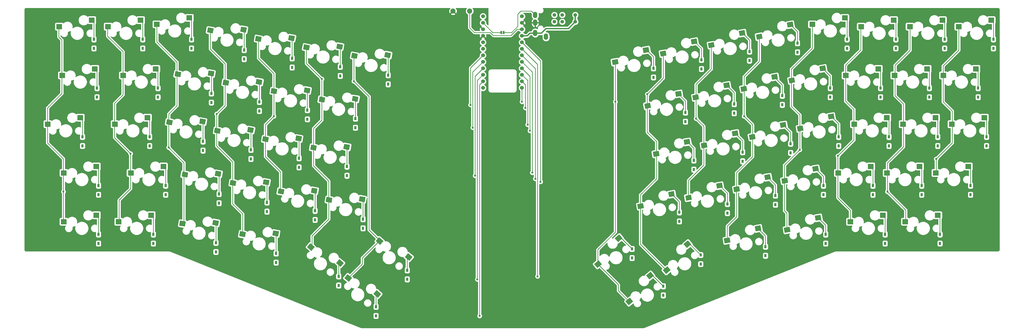
<source format=gbl>
G04 #@! TF.GenerationSoftware,KiCad,Pcbnew,(5.1.5-0-10_14)*
G04 #@! TF.CreationDate,2020-06-18T23:30:57+09:00*
G04 #@! TF.ProjectId,angelina_integrated,616e6765-6c69-46e6-915f-696e74656772,rev?*
G04 #@! TF.SameCoordinates,Original*
G04 #@! TF.FileFunction,Copper,L2,Bot*
G04 #@! TF.FilePolarity,Positive*
%FSLAX46Y46*%
G04 Gerber Fmt 4.6, Leading zero omitted, Abs format (unit mm)*
G04 Created by KiCad (PCBNEW (5.1.5-0-10_14)) date 2020-06-18 23:30:57*
%MOMM*%
%LPD*%
G04 APERTURE LIST*
%ADD10C,1.524000*%
%ADD11O,1.700000X2.500000*%
%ADD12C,2.000000*%
%ADD13R,0.635000X1.143000*%
%ADD14C,1.397000*%
%ADD15R,2.300000X2.000000*%
%ADD16C,0.500000*%
%ADD17R,0.950000X1.300000*%
%ADD18C,0.800000*%
%ADD19C,0.250000*%
%ADD20C,0.254000*%
G04 APERTURE END LIST*
D10*
X200747800Y-75557096D03*
X200747800Y-78097096D03*
X200747800Y-80637096D03*
X200747800Y-83177096D03*
X200747800Y-85717096D03*
X200747800Y-88257096D03*
X200747800Y-90797096D03*
X200747800Y-93337096D03*
X200747800Y-95877096D03*
X200747800Y-98417096D03*
X200747800Y-100957096D03*
X200747800Y-103497096D03*
X215967800Y-103497096D03*
X215967800Y-100957096D03*
X215967800Y-98417096D03*
X215967800Y-95877096D03*
X215967800Y-93337096D03*
X215967800Y-90797096D03*
X215967800Y-88257096D03*
X215967800Y-85717096D03*
X215967800Y-83177096D03*
X215967800Y-80637096D03*
X215967800Y-78097096D03*
X215967800Y-75557096D03*
D11*
X225342000Y-83535096D03*
X221142000Y-82035096D03*
X221142000Y-78035096D03*
X221142000Y-75035096D03*
D12*
X189035776Y-73521032D03*
X195535776Y-73521032D03*
D13*
X207858820Y-81855400D03*
X208859580Y-81855400D03*
D14*
X228599808Y-77688216D03*
D15*
X352170959Y-134183022D03*
X339470959Y-136723022D03*
X371220943Y-134183022D03*
X358520943Y-136723022D03*
G04 #@! TA.AperFunction,SMDPad,CuDef*
D16*
G36*
X136135894Y-142880170D02*
G01*
X135788598Y-144849785D01*
X133523540Y-144450394D01*
X133870836Y-142480779D01*
X136135894Y-142880170D01*
G37*
G04 #@! TD.AperFunction*
G04 #@! TA.AperFunction,SMDPad,CuDef*
G36*
X123187769Y-143176250D02*
G01*
X122840473Y-145145865D01*
X120575415Y-144746474D01*
X120922711Y-142776859D01*
X123187769Y-143176250D01*
G37*
G04 #@! TD.AperFunction*
G04 #@! TA.AperFunction,SMDPad,CuDef*
G36*
X117375322Y-139572175D02*
G01*
X117028026Y-141541790D01*
X114762968Y-141142399D01*
X115110264Y-139172784D01*
X117375322Y-139572175D01*
G37*
G04 #@! TD.AperFunction*
G04 #@! TA.AperFunction,SMDPad,CuDef*
G36*
X104427197Y-139868255D02*
G01*
X104079901Y-141837870D01*
X101814843Y-141438479D01*
X102162139Y-139468864D01*
X104427197Y-139868255D01*
G37*
G04 #@! TD.AperFunction*
D15*
X49753088Y-134183008D03*
X37053088Y-136723008D03*
G04 #@! TA.AperFunction,SMDPad,CuDef*
D16*
G36*
X130063603Y-122465601D02*
G01*
X129716307Y-124435216D01*
X127451249Y-124035825D01*
X127798545Y-122066210D01*
X130063603Y-122465601D01*
G37*
G04 #@! TD.AperFunction*
G04 #@! TA.AperFunction,SMDPad,CuDef*
G36*
X117115478Y-122761681D02*
G01*
X116768182Y-124731296D01*
X114503124Y-124331905D01*
X114850420Y-122362290D01*
X117115478Y-122761681D01*
G37*
G04 #@! TD.AperFunction*
G04 #@! TA.AperFunction,SMDPad,CuDef*
G36*
X152132170Y-107013024D02*
G01*
X151784874Y-108982639D01*
X149519816Y-108583248D01*
X149867112Y-106613633D01*
X152132170Y-107013024D01*
G37*
G04 #@! TD.AperFunction*
G04 #@! TA.AperFunction,SMDPad,CuDef*
G36*
X139184045Y-107309104D02*
G01*
X138836749Y-109278719D01*
X136571691Y-108879328D01*
X136918987Y-106909713D01*
X139184045Y-107309104D01*
G37*
G04 #@! TD.AperFunction*
G04 #@! TA.AperFunction,SMDPad,CuDef*
G36*
X164820451Y-89906449D02*
G01*
X164473155Y-91876064D01*
X162208097Y-91476673D01*
X162555393Y-89507058D01*
X164820451Y-89906449D01*
G37*
G04 #@! TD.AperFunction*
G04 #@! TA.AperFunction,SMDPad,CuDef*
G36*
X151872326Y-90202529D02*
G01*
X151525030Y-92172144D01*
X149259972Y-91772753D01*
X149607268Y-89803138D01*
X151872326Y-90202529D01*
G37*
G04 #@! TD.AperFunction*
D15*
X72970256Y-96083040D03*
X60270256Y-98623040D03*
G04 #@! TA.AperFunction,SMDPad,CuDef*
D16*
G36*
X95850454Y-97089039D02*
G01*
X95503158Y-99058654D01*
X93238100Y-98659263D01*
X93585396Y-96689648D01*
X95850454Y-97089039D01*
G37*
G04 #@! TD.AperFunction*
G04 #@! TA.AperFunction,SMDPad,CuDef*
G36*
X82902329Y-97385119D02*
G01*
X82555033Y-99354734D01*
X80289975Y-98955343D01*
X80637271Y-96985728D01*
X82902329Y-97385119D01*
G37*
G04 #@! TD.AperFunction*
G04 #@! TA.AperFunction,SMDPad,CuDef*
G36*
X331595517Y-133885200D02*
G01*
X331942813Y-135854815D01*
X329677755Y-136254206D01*
X329330459Y-134284591D01*
X331595517Y-133885200D01*
G37*
G04 #@! TD.AperFunction*
G04 #@! TA.AperFunction,SMDPad,CuDef*
G36*
X319529524Y-138591943D02*
G01*
X319876820Y-140561558D01*
X317611762Y-140960949D01*
X317264466Y-138991334D01*
X319529524Y-138591943D01*
G37*
G04 #@! TD.AperFunction*
G04 #@! TA.AperFunction,SMDPad,CuDef*
G36*
X278078097Y-104634044D02*
G01*
X278425393Y-106603659D01*
X276160335Y-107003050D01*
X275813039Y-105033435D01*
X278078097Y-104634044D01*
G37*
G04 #@! TD.AperFunction*
G04 #@! TA.AperFunction,SMDPad,CuDef*
G36*
X266012104Y-109340787D02*
G01*
X266359400Y-111310402D01*
X264094342Y-111709793D01*
X263747046Y-109740178D01*
X266012104Y-109340787D01*
G37*
G04 #@! TD.AperFunction*
D17*
X296167720Y-152388936D03*
X296167720Y-148838936D03*
X277415392Y-155663152D03*
X277415392Y-152113152D03*
D15*
X43502312Y-115133024D03*
X30802312Y-117673024D03*
D17*
X144363160Y-177116256D03*
X144363160Y-180666256D03*
G04 #@! TA.AperFunction,SMDPad,CuDef*
D16*
G36*
X173247097Y-169537980D02*
G01*
X171961521Y-171070069D01*
X170199619Y-169591658D01*
X171485195Y-168059569D01*
X173247097Y-169537980D01*
G37*
G04 #@! TD.AperFunction*
G04 #@! TA.AperFunction,SMDPad,CuDef*
G36*
X161885652Y-163320330D02*
G01*
X160600076Y-164852419D01*
X158838174Y-163374008D01*
X160123750Y-161841919D01*
X161885652Y-163320330D01*
G37*
G04 #@! TD.AperFunction*
D17*
X116383496Y-148243624D03*
X116383496Y-151793624D03*
X48815584Y-84545240D03*
X48815584Y-88095240D03*
D15*
X47967152Y-77033056D03*
X35267152Y-79573056D03*
D14*
X236795272Y-75009312D03*
X231715272Y-75009312D03*
X236795272Y-77688216D03*
X231715272Y-77688216D03*
X228599808Y-75009312D03*
D17*
X91380392Y-124431144D03*
X91380392Y-127981144D03*
X128885048Y-130979576D03*
X128885048Y-134529576D03*
X110132720Y-127705360D03*
X110132720Y-131255360D03*
X70544472Y-122645208D03*
X70544472Y-126195208D03*
X44350744Y-122645208D03*
X44350744Y-126195208D03*
X147637376Y-134253792D03*
X147637376Y-137803792D03*
X107453816Y-88712424D03*
X107453816Y-92262424D03*
X379213744Y-164295176D03*
X379213744Y-160745176D03*
X357782512Y-164295176D03*
X357782512Y-160745176D03*
X334565344Y-164295176D03*
X334565344Y-160745176D03*
X311050520Y-169057672D03*
X311050520Y-165507672D03*
X285749760Y-172331888D03*
X285749760Y-168781888D03*
X271164616Y-184535784D03*
X271164616Y-180985784D03*
X391119984Y-145245192D03*
X391119984Y-141695192D03*
X372070000Y-145245192D03*
X372070000Y-141695192D03*
X353020016Y-145245192D03*
X353020016Y-141695192D03*
X333672376Y-145245192D03*
X333672376Y-141695192D03*
X314920048Y-149114720D03*
X314920048Y-145564720D03*
X258960720Y-169950640D03*
X258960720Y-166400640D03*
X397370760Y-126195208D03*
X397370760Y-122645208D03*
X378320776Y-126195208D03*
X378320776Y-122645208D03*
X359270792Y-126195208D03*
X359270792Y-122645208D03*
X339625496Y-126195208D03*
X339625496Y-122645208D03*
X320873168Y-128874112D03*
X320873168Y-125324112D03*
X302120840Y-132148328D03*
X302120840Y-128598328D03*
X283070856Y-135422544D03*
X283070856Y-131872544D03*
X394096544Y-107145224D03*
X394096544Y-103595224D03*
X375046560Y-107145224D03*
X375046560Y-103595224D03*
X355996576Y-107145224D03*
X355996576Y-103595224D03*
X336351280Y-107145224D03*
X336351280Y-103595224D03*
X317598952Y-110121784D03*
X317598952Y-106571784D03*
X298846624Y-113396000D03*
X298846624Y-109846000D03*
X279796640Y-116670216D03*
X279796640Y-113120216D03*
X400049664Y-88095240D03*
X400049664Y-84545240D03*
X380999680Y-88095240D03*
X380999680Y-84545240D03*
X361949696Y-88095240D03*
X361949696Y-84545240D03*
X342899712Y-88095240D03*
X342899712Y-84545240D03*
X323552072Y-89583520D03*
X323552072Y-86033520D03*
X304799744Y-92857736D03*
X304799744Y-89307736D03*
X286047416Y-96131952D03*
X286047416Y-92581952D03*
X267295088Y-99406168D03*
X267295088Y-95856168D03*
X158948304Y-189022496D03*
X158948304Y-192572496D03*
X119955368Y-168186576D03*
X119955368Y-171736576D03*
X96440544Y-164019392D03*
X96440544Y-167569392D03*
X72032752Y-160745176D03*
X72032752Y-164295176D03*
X50601520Y-160745176D03*
X50601520Y-164295176D03*
X171152200Y-174735008D03*
X171152200Y-178285008D03*
X153888152Y-154792056D03*
X153888152Y-158342056D03*
X135135824Y-151517840D03*
X135135824Y-155067840D03*
X97631168Y-144969408D03*
X97631168Y-148519408D03*
X76795248Y-141695192D03*
X76795248Y-145245192D03*
X50601520Y-141695192D03*
X50601520Y-145245192D03*
X150911592Y-115501464D03*
X150911592Y-119051464D03*
X132159264Y-112227248D03*
X132159264Y-115777248D03*
X113406936Y-108953032D03*
X113406936Y-112503032D03*
X94654608Y-105678816D03*
X94654608Y-109228816D03*
X73818688Y-103595224D03*
X73818688Y-107145224D03*
X50006208Y-103595224D03*
X50006208Y-107145224D03*
X163710800Y-98535072D03*
X163710800Y-102085072D03*
X144958472Y-95260856D03*
X144958472Y-98810856D03*
X126206144Y-91986640D03*
X126206144Y-95536640D03*
X86915552Y-84545240D03*
X86915552Y-88095240D03*
X67865568Y-84545240D03*
X67865568Y-88095240D03*
D15*
X399200607Y-77033070D03*
X386500607Y-79573070D03*
G04 #@! TA.AperFunction,SMDPad,CuDef*
D16*
G36*
X160985825Y-183963967D02*
G01*
X159700249Y-185496056D01*
X157938347Y-184017645D01*
X159223923Y-182485556D01*
X160985825Y-183963967D01*
G37*
G04 #@! TD.AperFunction*
G04 #@! TA.AperFunction,SMDPad,CuDef*
G36*
X149624380Y-177746317D02*
G01*
X148338804Y-179278406D01*
X146576902Y-177799995D01*
X147862478Y-176267906D01*
X149624380Y-177746317D01*
G37*
G04 #@! TD.AperFunction*
D15*
X365664687Y-155773006D03*
X378364687Y-153233006D03*
X356933455Y-153233006D03*
X344233455Y-155773006D03*
G04 #@! TA.AperFunction,SMDPad,CuDef*
D16*
G36*
X320492448Y-157766014D02*
G01*
X320839744Y-159735629D01*
X318574686Y-160135020D01*
X318227390Y-158165405D01*
X320492448Y-157766014D01*
G37*
G04 #@! TD.AperFunction*
G04 #@! TA.AperFunction,SMDPad,CuDef*
G36*
X332558441Y-153059271D02*
G01*
X332905737Y-155028886D01*
X330640679Y-155428277D01*
X330293383Y-153458662D01*
X332558441Y-153059271D01*
G37*
G04 #@! TD.AperFunction*
G04 #@! TA.AperFunction,SMDPad,CuDef*
G36*
X297041733Y-161901008D02*
G01*
X297389029Y-163870623D01*
X295123971Y-164270014D01*
X294776675Y-162300399D01*
X297041733Y-161901008D01*
G37*
G04 #@! TD.AperFunction*
G04 #@! TA.AperFunction,SMDPad,CuDef*
G36*
X309107726Y-157194265D02*
G01*
X309455022Y-159163880D01*
X307189964Y-159563271D01*
X306842668Y-157593656D01*
X309107726Y-157194265D01*
G37*
G04 #@! TD.AperFunction*
G04 #@! TA.AperFunction,SMDPad,CuDef*
G36*
X280804340Y-163079830D02*
G01*
X282089916Y-164611919D01*
X280328014Y-166090330D01*
X279042438Y-164558241D01*
X280804340Y-163079830D01*
G37*
G04 #@! TD.AperFunction*
G04 #@! TA.AperFunction,SMDPad,CuDef*
G36*
X272708256Y-173188986D02*
G01*
X273993832Y-174721075D01*
X272231930Y-176199486D01*
X270946354Y-174667397D01*
X272708256Y-173188986D01*
G37*
G04 #@! TD.AperFunction*
G04 #@! TA.AperFunction,SMDPad,CuDef*
G36*
X266211206Y-175324924D02*
G01*
X267496782Y-176857013D01*
X265734880Y-178335424D01*
X264449304Y-176803335D01*
X266211206Y-175324924D01*
G37*
G04 #@! TD.AperFunction*
G04 #@! TA.AperFunction,SMDPad,CuDef*
G36*
X258115122Y-185434080D02*
G01*
X259400698Y-186966169D01*
X257638796Y-188444580D01*
X256353220Y-186912491D01*
X258115122Y-185434080D01*
G37*
G04 #@! TD.AperFunction*
D15*
X390270927Y-134183022D03*
X377570927Y-136723022D03*
G04 #@! TA.AperFunction,SMDPad,CuDef*
D16*
G36*
X312834945Y-137193195D02*
G01*
X313182241Y-139162810D01*
X310917183Y-139562201D01*
X310569887Y-137592586D01*
X312834945Y-137193195D01*
G37*
G04 #@! TD.AperFunction*
G04 #@! TA.AperFunction,SMDPad,CuDef*
G36*
X300768952Y-141899938D02*
G01*
X301116248Y-143869553D01*
X298851190Y-144268944D01*
X298503894Y-142299329D01*
X300768952Y-141899938D01*
G37*
G04 #@! TD.AperFunction*
G04 #@! TA.AperFunction,SMDPad,CuDef*
G36*
X294074373Y-140501190D02*
G01*
X294421669Y-142470805D01*
X292156611Y-142870196D01*
X291809315Y-140900581D01*
X294074373Y-140501190D01*
G37*
G04 #@! TD.AperFunction*
G04 #@! TA.AperFunction,SMDPad,CuDef*
G36*
X282008380Y-145207933D02*
G01*
X282355676Y-147177548D01*
X280090618Y-147576939D01*
X279743322Y-145607324D01*
X282008380Y-145207933D01*
G37*
G04 #@! TD.AperFunction*
G04 #@! TA.AperFunction,SMDPad,CuDef*
G36*
X275313801Y-143809185D02*
G01*
X275661097Y-145778800D01*
X273396039Y-146178191D01*
X273048743Y-144208576D01*
X275313801Y-143809185D01*
G37*
G04 #@! TD.AperFunction*
G04 #@! TA.AperFunction,SMDPad,CuDef*
G36*
X263247808Y-148515928D02*
G01*
X263595104Y-150485543D01*
X261330046Y-150884934D01*
X260982750Y-148915319D01*
X263247808Y-148515928D01*
G37*
G04 #@! TD.AperFunction*
G04 #@! TA.AperFunction,SMDPad,CuDef*
G36*
X253966112Y-160731790D02*
G01*
X255251688Y-162263879D01*
X253489786Y-163742290D01*
X252204210Y-162210201D01*
X253966112Y-160731790D01*
G37*
G04 #@! TD.AperFunction*
G04 #@! TA.AperFunction,SMDPad,CuDef*
G36*
X245870028Y-170840946D02*
G01*
X247155604Y-172373035D01*
X245393702Y-173851446D01*
X244108126Y-172319357D01*
X245870028Y-170840946D01*
G37*
G04 #@! TD.AperFunction*
D15*
X396521703Y-115133038D03*
X383821703Y-117673038D03*
X377471719Y-115133038D03*
X364771719Y-117673038D03*
X358421735Y-115133038D03*
X345721735Y-117673038D03*
G04 #@! TA.AperFunction,SMDPad,CuDef*
D16*
G36*
X337667808Y-113470631D02*
G01*
X338015104Y-115440246D01*
X335750046Y-115839637D01*
X335402750Y-113870022D01*
X337667808Y-113470631D01*
G37*
G04 #@! TD.AperFunction*
G04 #@! TA.AperFunction,SMDPad,CuDef*
G36*
X325601815Y-118177374D02*
G01*
X325949111Y-120146989D01*
X323684053Y-120546380D01*
X323336757Y-118576765D01*
X325601815Y-118177374D01*
G37*
G04 #@! TD.AperFunction*
G04 #@! TA.AperFunction,SMDPad,CuDef*
G36*
X318907236Y-116778626D02*
G01*
X319254532Y-118748241D01*
X316989474Y-119147632D01*
X316642178Y-117178017D01*
X318907236Y-116778626D01*
G37*
G04 #@! TD.AperFunction*
G04 #@! TA.AperFunction,SMDPad,CuDef*
G36*
X306841243Y-121485369D02*
G01*
X307188539Y-123454984D01*
X304923481Y-123854375D01*
X304576185Y-121884760D01*
X306841243Y-121485369D01*
G37*
G04 #@! TD.AperFunction*
G04 #@! TA.AperFunction,SMDPad,CuDef*
G36*
X300146664Y-120086621D02*
G01*
X300493960Y-122056236D01*
X298228902Y-122455627D01*
X297881606Y-120486012D01*
X300146664Y-120086621D01*
G37*
G04 #@! TD.AperFunction*
G04 #@! TA.AperFunction,SMDPad,CuDef*
G36*
X288080671Y-124793364D02*
G01*
X288427967Y-126762979D01*
X286162909Y-127162370D01*
X285815613Y-125192755D01*
X288080671Y-124793364D01*
G37*
G04 #@! TD.AperFunction*
G04 #@! TA.AperFunction,SMDPad,CuDef*
G36*
X281386092Y-123394616D02*
G01*
X281733388Y-125364231D01*
X279468330Y-125763622D01*
X279121034Y-123794007D01*
X281386092Y-123394616D01*
G37*
G04 #@! TD.AperFunction*
G04 #@! TA.AperFunction,SMDPad,CuDef*
G36*
X269320099Y-128101359D02*
G01*
X269667395Y-130070974D01*
X267402337Y-130470365D01*
X267055041Y-128500750D01*
X269320099Y-128101359D01*
G37*
G04 #@! TD.AperFunction*
D15*
X393247487Y-96083054D03*
X380547487Y-98623054D03*
X374197503Y-96083054D03*
X361497503Y-98623054D03*
X355147519Y-96083054D03*
X342447519Y-98623054D03*
G04 #@! TA.AperFunction,SMDPad,CuDef*
D16*
G36*
X334359813Y-94710059D02*
G01*
X334707109Y-96679674D01*
X332442051Y-97079065D01*
X332094755Y-95109450D01*
X334359813Y-94710059D01*
G37*
G04 #@! TD.AperFunction*
G04 #@! TA.AperFunction,SMDPad,CuDef*
G36*
X322293820Y-99416802D02*
G01*
X322641116Y-101386417D01*
X320376058Y-101785808D01*
X320028762Y-99816193D01*
X322293820Y-99416802D01*
G37*
G04 #@! TD.AperFunction*
G04 #@! TA.AperFunction,SMDPad,CuDef*
G36*
X315599241Y-98018054D02*
G01*
X315946537Y-99987669D01*
X313681479Y-100387060D01*
X313334183Y-98417445D01*
X315599241Y-98018054D01*
G37*
G04 #@! TD.AperFunction*
G04 #@! TA.AperFunction,SMDPad,CuDef*
G36*
X303533248Y-102724797D02*
G01*
X303880544Y-104694412D01*
X301615486Y-105093803D01*
X301268190Y-103124188D01*
X303533248Y-102724797D01*
G37*
G04 #@! TD.AperFunction*
G04 #@! TA.AperFunction,SMDPad,CuDef*
G36*
X296838669Y-101326049D02*
G01*
X297185965Y-103295664D01*
X294920907Y-103695055D01*
X294573611Y-101725440D01*
X296838669Y-101326049D01*
G37*
G04 #@! TD.AperFunction*
G04 #@! TA.AperFunction,SMDPad,CuDef*
G36*
X284772676Y-106032792D02*
G01*
X285119972Y-108002407D01*
X282854914Y-108401798D01*
X282507618Y-106432183D01*
X284772676Y-106032792D01*
G37*
G04 #@! TD.AperFunction*
D15*
X380150623Y-77033070D03*
X367450623Y-79573070D03*
X361100639Y-77033070D03*
X348400639Y-79573070D03*
X342050655Y-76140102D03*
X329350655Y-78680102D03*
G04 #@! TA.AperFunction,SMDPad,CuDef*
D16*
G36*
X321671532Y-77603484D02*
G01*
X322018828Y-79573099D01*
X319753770Y-79972490D01*
X319406474Y-78002875D01*
X321671532Y-77603484D01*
G37*
G04 #@! TD.AperFunction*
G04 #@! TA.AperFunction,SMDPad,CuDef*
G36*
X309605539Y-82310227D02*
G01*
X309952835Y-84279842D01*
X307687777Y-84679233D01*
X307340481Y-82709618D01*
X309605539Y-82310227D01*
G37*
G04 #@! TD.AperFunction*
G04 #@! TA.AperFunction,SMDPad,CuDef*
G36*
X302910960Y-80911479D02*
G01*
X303258256Y-82881094D01*
X300993198Y-83280485D01*
X300645902Y-81310870D01*
X302910960Y-80911479D01*
G37*
G04 #@! TD.AperFunction*
G04 #@! TA.AperFunction,SMDPad,CuDef*
G36*
X290844967Y-85618222D02*
G01*
X291192263Y-87587837D01*
X288927205Y-87987228D01*
X288579909Y-86017613D01*
X290844967Y-85618222D01*
G37*
G04 #@! TD.AperFunction*
G04 #@! TA.AperFunction,SMDPad,CuDef*
G36*
X284150388Y-84219474D02*
G01*
X284497684Y-86189089D01*
X282232626Y-86588480D01*
X281885330Y-84618865D01*
X284150388Y-84219474D01*
G37*
G04 #@! TD.AperFunction*
G04 #@! TA.AperFunction,SMDPad,CuDef*
G36*
X272084395Y-88926217D02*
G01*
X272431691Y-90895832D01*
X270166633Y-91295223D01*
X269819337Y-89325608D01*
X272084395Y-88926217D01*
G37*
G04 #@! TD.AperFunction*
G04 #@! TA.AperFunction,SMDPad,CuDef*
G36*
X265389816Y-87527469D02*
G01*
X265737112Y-89497084D01*
X263472054Y-89896475D01*
X263124758Y-87926860D01*
X265389816Y-87527469D01*
G37*
G04 #@! TD.AperFunction*
G04 #@! TA.AperFunction,SMDPad,CuDef*
G36*
X253323823Y-92234212D02*
G01*
X253671119Y-94203827D01*
X251406061Y-94603218D01*
X251058765Y-92633603D01*
X253323823Y-92234212D01*
G37*
G04 #@! TD.AperFunction*
G04 #@! TA.AperFunction,SMDPad,CuDef*
G36*
X146408869Y-171886020D02*
G01*
X145123293Y-173418109D01*
X143361391Y-171939698D01*
X144646967Y-170407609D01*
X146408869Y-171886020D01*
G37*
G04 #@! TD.AperFunction*
G04 #@! TA.AperFunction,SMDPad,CuDef*
G36*
X135047424Y-165668370D02*
G01*
X133761848Y-167200459D01*
X131999946Y-165722048D01*
X133285522Y-164189959D01*
X135047424Y-165668370D01*
G37*
G04 #@! TD.AperFunction*
G04 #@! TA.AperFunction,SMDPad,CuDef*
G36*
X108154416Y-159869325D02*
G01*
X107807120Y-161838940D01*
X105542062Y-161439549D01*
X105889358Y-159469934D01*
X108154416Y-159869325D01*
G37*
G04 #@! TD.AperFunction*
G04 #@! TA.AperFunction,SMDPad,CuDef*
G36*
X121102541Y-159573245D02*
G01*
X120755245Y-161542860D01*
X118490187Y-161143469D01*
X118837483Y-159173854D01*
X121102541Y-159573245D01*
G37*
G04 #@! TD.AperFunction*
G04 #@! TA.AperFunction,SMDPad,CuDef*
G36*
X84703701Y-155734331D02*
G01*
X84356405Y-157703946D01*
X82091347Y-157304555D01*
X82438643Y-155334940D01*
X84703701Y-155734331D01*
G37*
G04 #@! TD.AperFunction*
G04 #@! TA.AperFunction,SMDPad,CuDef*
G36*
X97651826Y-155438251D02*
G01*
X97304530Y-157407866D01*
X95039472Y-157008475D01*
X95386768Y-155038860D01*
X97651826Y-155438251D01*
G37*
G04 #@! TD.AperFunction*
D15*
X71184320Y-153232992D03*
X58484320Y-155772992D03*
X37053088Y-155772992D03*
X49753088Y-153232992D03*
G04 #@! TA.AperFunction,SMDPad,CuDef*
D16*
G36*
X154896466Y-146188165D02*
G01*
X154549170Y-148157780D01*
X152284112Y-147758389D01*
X152631408Y-145788774D01*
X154896466Y-146188165D01*
G37*
G04 #@! TD.AperFunction*
G04 #@! TA.AperFunction,SMDPad,CuDef*
G36*
X141948341Y-146484245D02*
G01*
X141601045Y-148453860D01*
X139335987Y-148054469D01*
X139683283Y-146084854D01*
X141948341Y-146484245D01*
G37*
G04 #@! TD.AperFunction*
G04 #@! TA.AperFunction,SMDPad,CuDef*
G36*
X98614750Y-136264180D02*
G01*
X98267454Y-138233795D01*
X96002396Y-137834404D01*
X96349692Y-135864789D01*
X98614750Y-136264180D01*
G37*
G04 #@! TD.AperFunction*
G04 #@! TA.AperFunction,SMDPad,CuDef*
G36*
X85666625Y-136560260D02*
G01*
X85319329Y-138529875D01*
X83054271Y-138130484D01*
X83401567Y-136160869D01*
X85666625Y-136560260D01*
G37*
G04 #@! TD.AperFunction*
D15*
X75946816Y-134183008D03*
X63246816Y-136723008D03*
G04 #@! TA.AperFunction,SMDPad,CuDef*
D16*
G36*
X148824175Y-125773596D02*
G01*
X148476879Y-127743211D01*
X146211821Y-127343820D01*
X146559117Y-125374205D01*
X148824175Y-125773596D01*
G37*
G04 #@! TD.AperFunction*
G04 #@! TA.AperFunction,SMDPad,CuDef*
G36*
X135876050Y-126069676D02*
G01*
X135528754Y-128039291D01*
X133263696Y-127639900D01*
X133610992Y-125670285D01*
X135876050Y-126069676D01*
G37*
G04 #@! TD.AperFunction*
G04 #@! TA.AperFunction,SMDPad,CuDef*
G36*
X111303031Y-119157606D02*
G01*
X110955735Y-121127221D01*
X108690677Y-120727830D01*
X109037973Y-118758215D01*
X111303031Y-119157606D01*
G37*
G04 #@! TD.AperFunction*
G04 #@! TA.AperFunction,SMDPad,CuDef*
G36*
X98354906Y-119453686D02*
G01*
X98007610Y-121423301D01*
X95742552Y-121023910D01*
X96089848Y-119054295D01*
X98354906Y-119453686D01*
G37*
G04 #@! TD.AperFunction*
G04 #@! TA.AperFunction,SMDPad,CuDef*
G36*
X92542459Y-115849611D02*
G01*
X92195163Y-117819226D01*
X89930105Y-117419835D01*
X90277401Y-115450220D01*
X92542459Y-115849611D01*
G37*
G04 #@! TD.AperFunction*
G04 #@! TA.AperFunction,SMDPad,CuDef*
G36*
X79594334Y-116145691D02*
G01*
X79247038Y-118115306D01*
X76981980Y-117715915D01*
X77329276Y-115746300D01*
X79594334Y-116145691D01*
G37*
G04 #@! TD.AperFunction*
D15*
X69696040Y-115133024D03*
X56996040Y-117673024D03*
G04 #@! TA.AperFunction,SMDPad,CuDef*
D16*
G36*
X133371598Y-103705029D02*
G01*
X133024302Y-105674644D01*
X130759244Y-105275253D01*
X131106540Y-103305638D01*
X133371598Y-103705029D01*
G37*
G04 #@! TD.AperFunction*
G04 #@! TA.AperFunction,SMDPad,CuDef*
G36*
X120423473Y-104001109D02*
G01*
X120076177Y-105970724D01*
X117811119Y-105571333D01*
X118158415Y-103601718D01*
X120423473Y-104001109D01*
G37*
G04 #@! TD.AperFunction*
G04 #@! TA.AperFunction,SMDPad,CuDef*
G36*
X114611026Y-100397034D02*
G01*
X114263730Y-102366649D01*
X111998672Y-101967258D01*
X112345968Y-99997643D01*
X114611026Y-100397034D01*
G37*
G04 #@! TD.AperFunction*
G04 #@! TA.AperFunction,SMDPad,CuDef*
G36*
X101662901Y-100693114D02*
G01*
X101315605Y-102662729D01*
X99050547Y-102263338D01*
X99397843Y-100293723D01*
X101662901Y-100693114D01*
G37*
G04 #@! TD.AperFunction*
D15*
X49157776Y-96083040D03*
X36457776Y-98623040D03*
G04 #@! TA.AperFunction,SMDPad,CuDef*
D16*
G36*
X146059879Y-86598454D02*
G01*
X145712583Y-88568069D01*
X143447525Y-88168678D01*
X143794821Y-86199063D01*
X146059879Y-86598454D01*
G37*
G04 #@! TD.AperFunction*
G04 #@! TA.AperFunction,SMDPad,CuDef*
G36*
X133111754Y-86894534D02*
G01*
X132764458Y-88864149D01*
X130499400Y-88464758D01*
X130846696Y-86495143D01*
X133111754Y-86894534D01*
G37*
G04 #@! TD.AperFunction*
G04 #@! TA.AperFunction,SMDPad,CuDef*
G36*
X127299307Y-83290459D02*
G01*
X126952011Y-85260074D01*
X124686953Y-84860683D01*
X125034249Y-82891068D01*
X127299307Y-83290459D01*
G37*
G04 #@! TD.AperFunction*
G04 #@! TA.AperFunction,SMDPad,CuDef*
G36*
X114351182Y-83586539D02*
G01*
X114003886Y-85556154D01*
X111738828Y-85156763D01*
X112086124Y-83187148D01*
X114351182Y-83586539D01*
G37*
G04 #@! TD.AperFunction*
G04 #@! TA.AperFunction,SMDPad,CuDef*
G36*
X108538735Y-79982464D02*
G01*
X108191439Y-81952079D01*
X105926381Y-81552688D01*
X106273677Y-79583073D01*
X108538735Y-79982464D01*
G37*
G04 #@! TD.AperFunction*
G04 #@! TA.AperFunction,SMDPad,CuDef*
G36*
X95590610Y-80278544D02*
G01*
X95243314Y-82248159D01*
X92978256Y-81848768D01*
X93325552Y-79879153D01*
X95590610Y-80278544D01*
G37*
G04 #@! TD.AperFunction*
D15*
X86067120Y-76140088D03*
X73367120Y-78680088D03*
X67017136Y-77033056D03*
X54317136Y-79573056D03*
D18*
X195857648Y-110132720D03*
X196750616Y-119062400D03*
X197643584Y-137814728D03*
X198532751Y-178292143D03*
X199418584Y-192572496D03*
X358675480Y-144065504D03*
X36909344Y-144065504D03*
X222051376Y-177105320D03*
X63103072Y-129182704D03*
X339327840Y-130075672D03*
X221158408Y-139005352D03*
X77985872Y-126801456D03*
X324445040Y-127694424D03*
X219967784Y-136624104D03*
X96738200Y-113704592D03*
X302716152Y-114597560D03*
X219074816Y-120253024D03*
X119062400Y-114597560D03*
X283963824Y-115490528D03*
X218181848Y-117871776D03*
X137814728Y-100012416D03*
X264913840Y-105965536D03*
X217288880Y-111323344D03*
X150316280Y-100905384D03*
X215967800Y-108942096D03*
X252412288Y-108942096D03*
X377725464Y-131266296D03*
X223242000Y-140195976D03*
D19*
X48815584Y-84545240D02*
X48815584Y-77092904D01*
X200747800Y-90797096D02*
X195857648Y-95687248D01*
X195857648Y-95687248D02*
X195857648Y-110132720D01*
X67865568Y-84545240D02*
X67865568Y-77092904D01*
X86915552Y-84545240D02*
X86915552Y-76199936D01*
X107453816Y-88712424D02*
X107453816Y-80962432D01*
X126206144Y-91986640D02*
X126206144Y-84236648D01*
X144958472Y-95260856D02*
X144958472Y-87510864D01*
X163710800Y-98535072D02*
X163710800Y-90785080D01*
X50006208Y-103595224D02*
X50006208Y-96142888D01*
X196750616Y-97334280D02*
X196750616Y-119062400D01*
X200747800Y-93337096D02*
X196750616Y-97334280D01*
X73818688Y-103595224D02*
X73818688Y-96142888D01*
X94654608Y-105678816D02*
X94654608Y-97928824D01*
X113406936Y-108953032D02*
X113406936Y-101203040D01*
X132159264Y-112227248D02*
X132159264Y-104477256D01*
X150911592Y-115501464D02*
X150911592Y-108049128D01*
X44350744Y-122645208D02*
X44350744Y-115192872D01*
X200747800Y-95877096D02*
X197643584Y-98981312D01*
X197643584Y-98981312D02*
X197643584Y-137814728D01*
X70544472Y-122645208D02*
X70544472Y-115192872D01*
X91380392Y-124431144D02*
X91380392Y-116681152D01*
X110132720Y-127705360D02*
X110132720Y-119955368D01*
X128885048Y-130979576D02*
X128885048Y-123229584D01*
X147637376Y-134253792D02*
X147637376Y-126503800D01*
X50601520Y-141695192D02*
X50601520Y-134242856D01*
X198532751Y-100632145D02*
X198532751Y-178292143D01*
X200747800Y-98417096D02*
X198532751Y-100632145D01*
X76795248Y-141695192D02*
X76795248Y-134242856D01*
X97631168Y-144969408D02*
X97631168Y-137219416D01*
X116383496Y-148243624D02*
X116383496Y-140493632D01*
X135135824Y-151517840D02*
X135135824Y-143767848D01*
X153888152Y-154792056D02*
X153888152Y-147042064D01*
X171152200Y-174735008D02*
X171152200Y-169366264D01*
X50601520Y-160745176D02*
X50601520Y-153292840D01*
X199418584Y-102286312D02*
X199418584Y-192572496D01*
X200747800Y-100957096D02*
X199418584Y-102286312D01*
X72032752Y-160745176D02*
X72032752Y-153292840D01*
X96440544Y-164019392D02*
X96440544Y-156269400D01*
X119955368Y-168186576D02*
X119955368Y-160436584D01*
X144363160Y-177116256D02*
X144363160Y-172045168D01*
X158948304Y-189022496D02*
X158948304Y-183951408D01*
X267295088Y-95856168D02*
X267295088Y-91380392D01*
X267295088Y-91380392D02*
X264616184Y-88701488D01*
X286047416Y-92581952D02*
X286047416Y-88106176D01*
X286047416Y-88106176D02*
X283368512Y-85427272D01*
X304799744Y-89307736D02*
X304799744Y-84831960D01*
X304799744Y-84831960D02*
X302120840Y-82153056D01*
X323552072Y-86033520D02*
X323552072Y-81557744D01*
X323552072Y-81557744D02*
X320873168Y-78878840D01*
X342899712Y-84545240D02*
X342899712Y-76199936D01*
X361949696Y-84545240D02*
X361949696Y-77092904D01*
X380999680Y-84545240D02*
X380999680Y-77092904D01*
X400049664Y-84545240D02*
X400049664Y-77092904D01*
X279796640Y-113120216D02*
X279796640Y-108644440D01*
X279796640Y-108644440D02*
X277117736Y-105965536D01*
X298846624Y-109846000D02*
X298846624Y-105370224D01*
X298846624Y-105370224D02*
X295870064Y-102393664D01*
X317598952Y-106571784D02*
X317598952Y-102393664D01*
X317598952Y-102393664D02*
X314622392Y-99417104D01*
X336351280Y-103595224D02*
X336351280Y-98821792D01*
X336351280Y-98821792D02*
X333374720Y-95845232D01*
X355996576Y-103595224D02*
X355996576Y-96142888D01*
X375046560Y-103595224D02*
X375046560Y-96142888D01*
X394096544Y-103595224D02*
X394096544Y-96142888D01*
X283070856Y-131872544D02*
X283070856Y-127099112D01*
X283070856Y-127099112D02*
X280391952Y-124420208D01*
X302120840Y-128598328D02*
X302120840Y-124122552D01*
X302120840Y-124122552D02*
X299144280Y-121145992D01*
X320873168Y-125324112D02*
X320873168Y-120848336D01*
X320873168Y-120848336D02*
X317896608Y-117871776D01*
X339625496Y-122645208D02*
X339625496Y-117574120D01*
X339625496Y-117574120D02*
X336648936Y-114597560D01*
X359270792Y-122645208D02*
X359270792Y-115192872D01*
X378320776Y-122645208D02*
X378320776Y-115192872D01*
X397370760Y-122645208D02*
X397370760Y-115192872D01*
X258960720Y-166389704D02*
X254198224Y-161627208D01*
X277415392Y-152113152D02*
X277415392Y-147935032D01*
X277415392Y-147935032D02*
X274438832Y-144958472D01*
X296167720Y-148838936D02*
X296167720Y-144660816D01*
X296167720Y-144660816D02*
X293191160Y-141684256D01*
X314920048Y-145564720D02*
X314920048Y-141386600D01*
X314920048Y-141386600D02*
X311943488Y-138410040D01*
X330636636Y-135069703D02*
X333672376Y-138105443D01*
X333672376Y-138105443D02*
X333672376Y-141684256D01*
X353020016Y-141695192D02*
X353020016Y-134242856D01*
X372070000Y-141695192D02*
X372070000Y-133945200D01*
X391119984Y-141695192D02*
X391119984Y-133945200D01*
X271164616Y-180974848D02*
X266402120Y-176212352D01*
X271164616Y-180985784D02*
X271164616Y-180974848D01*
X285749760Y-168770952D02*
X280987264Y-164008456D01*
X285749760Y-168781888D02*
X285749760Y-168770952D01*
X311050520Y-165507672D02*
X311050520Y-161329552D01*
X311050520Y-161329552D02*
X308073960Y-158352992D01*
X334565344Y-160745176D02*
X334565344Y-157162368D01*
X334565344Y-157162368D02*
X331588784Y-154185808D01*
X357782512Y-160745176D02*
X357782512Y-153292840D01*
X379213744Y-160745176D02*
X379213744Y-153292840D01*
X214312320Y-79474152D02*
X214312320Y-74711656D01*
X214312320Y-74711656D02*
X215502944Y-73521032D01*
X211931072Y-81855400D02*
X214312320Y-79474152D01*
X208859580Y-81855400D02*
X211931072Y-81855400D01*
X219670128Y-73521032D02*
X221158408Y-75009312D01*
X215502944Y-73521032D02*
X219670128Y-73521032D01*
X200747800Y-78097096D02*
X204506104Y-81855400D01*
X204506104Y-81855400D02*
X207763888Y-81855400D01*
X203596704Y-81855400D02*
X197345928Y-81855400D01*
X204787328Y-83046024D02*
X203596704Y-81855400D01*
X197345928Y-81855400D02*
X195559992Y-80069464D01*
X214042344Y-80637096D02*
X211633416Y-83046024D01*
X211633416Y-83046024D02*
X204787328Y-83046024D01*
X215967800Y-80637096D02*
X214042344Y-80637096D01*
X195559992Y-80069464D02*
X195559992Y-73521032D01*
X367450623Y-79573070D02*
X367450623Y-88856025D01*
X367450623Y-88856025D02*
X361652040Y-94654608D01*
X361652040Y-94654608D02*
X361652040Y-98524136D01*
X361652040Y-106560848D02*
X361652040Y-98821792D01*
X364926256Y-109835064D02*
X361652040Y-106560848D01*
X364926256Y-117518501D02*
X364926256Y-109835064D01*
X358675480Y-132754576D02*
X364926256Y-126503800D01*
X364926256Y-126503800D02*
X364926256Y-117871776D01*
X358675480Y-136568485D02*
X358675480Y-132754576D01*
X358675480Y-136877559D02*
X358675480Y-144065504D01*
X365819224Y-151209248D02*
X365819224Y-155674088D01*
X358675480Y-144065504D02*
X365819224Y-151209248D01*
X36314032Y-105667880D02*
X36314032Y-98821792D01*
X30658568Y-111323344D02*
X36314032Y-105667880D01*
X30658568Y-117574120D02*
X30658568Y-111323344D01*
X36909344Y-131266296D02*
X36909344Y-136579264D01*
X30658568Y-125015520D02*
X36909344Y-131266296D01*
X30658568Y-117871776D02*
X30658568Y-125015520D01*
X36314032Y-84831960D02*
X35123408Y-83641336D01*
X36314032Y-98479296D02*
X36314032Y-84831960D01*
X35123408Y-83641336D02*
X35123408Y-79771808D01*
X36909344Y-155674088D02*
X36909344Y-144065504D01*
X36909344Y-136866752D02*
X36909344Y-144065504D01*
X222051376Y-94340672D02*
X222051376Y-177105320D01*
X215967800Y-88257096D02*
X222051376Y-94340672D01*
X344233455Y-155773006D02*
X344233455Y-151352367D01*
X344233455Y-151352367D02*
X339327840Y-146446752D01*
X339327840Y-146446752D02*
X339327840Y-136921760D01*
X58638232Y-147339720D02*
X58638232Y-155674088D01*
X63103072Y-142874880D02*
X58638232Y-147339720D01*
X63103072Y-136921760D02*
X63103072Y-142874880D01*
X60126512Y-106263192D02*
X60126512Y-98821792D01*
X56852296Y-109537408D02*
X60126512Y-106263192D01*
X56852296Y-117529280D02*
X56852296Y-109537408D01*
X56852296Y-122931928D02*
X56852296Y-117871776D01*
X63103072Y-129182704D02*
X63103072Y-129182704D01*
X63103072Y-136579264D02*
X63103072Y-129182704D01*
X63103072Y-129182704D02*
X56852296Y-122931928D01*
X339327840Y-130075672D02*
X339327840Y-130075672D01*
X345578616Y-123824896D02*
X345578616Y-117871776D01*
X339327840Y-136579903D02*
X339327840Y-130075672D01*
X339327840Y-130075672D02*
X345578616Y-123824896D01*
X348257520Y-88701488D02*
X348257520Y-79474152D01*
X342304400Y-94654608D02*
X348257520Y-88701488D01*
X342304400Y-98479935D02*
X342304400Y-94654608D01*
X345578616Y-111918656D02*
X342304400Y-108644440D01*
X342304400Y-108644440D02*
X342304400Y-98821792D01*
X345578616Y-117529919D02*
X345578616Y-111918656D01*
X54173392Y-83343680D02*
X54173392Y-79771808D01*
X60126512Y-89296800D02*
X54173392Y-83343680D01*
X60126512Y-98524136D02*
X60126512Y-89296800D01*
X215967800Y-90797096D02*
X221158408Y-95987704D01*
X221158408Y-95987704D02*
X221158408Y-139005352D01*
X83938992Y-137517072D02*
X83938992Y-156269400D01*
X81260088Y-110430376D02*
X77985872Y-113704592D01*
X73367120Y-85571016D02*
X81260088Y-93463984D01*
X73367120Y-78680088D02*
X73367120Y-85571016D01*
X319384888Y-152399872D02*
X319384888Y-158948304D01*
X318491920Y-151506904D02*
X319384888Y-152399872D01*
X318491920Y-151506904D02*
X318491920Y-139898320D01*
X77985872Y-113704592D02*
X77985872Y-116681152D01*
X81260088Y-110430376D02*
X81260088Y-98226480D01*
X81260088Y-93463984D02*
X81260088Y-97928824D01*
X324445040Y-114002248D02*
X324445040Y-119062400D01*
X321170824Y-110728032D02*
X324445040Y-114002248D01*
X329350655Y-87963057D02*
X321170824Y-96142888D01*
X329350655Y-78680102D02*
X329350655Y-87963057D01*
X83938992Y-132754576D02*
X77985872Y-126801456D01*
X83938992Y-137219416D02*
X83938992Y-132754576D01*
X77985872Y-126801456D02*
X77985872Y-116978808D01*
X318491920Y-133647544D02*
X318491920Y-139600664D01*
X324445040Y-127694424D02*
X324445040Y-127694424D01*
X324445040Y-119360056D02*
X324445040Y-127694424D01*
X324445040Y-127694424D02*
X318491920Y-133647544D01*
X321170824Y-110728032D02*
X321170824Y-100905384D01*
X321170824Y-96142888D02*
X321170824Y-100607728D01*
X219967784Y-97337080D02*
X219967784Y-136624104D01*
X215967800Y-93337096D02*
X219967784Y-97337080D01*
X102988976Y-148828000D02*
X106858504Y-152697528D01*
X106858504Y-152697528D02*
X106858504Y-160734240D01*
X102988976Y-148828000D02*
X102988976Y-140791288D01*
X102988976Y-132456920D02*
X102988976Y-132456920D01*
X96738200Y-126206144D02*
X102988976Y-132456920D01*
X96738200Y-120253024D02*
X96738200Y-126206144D01*
X102988976Y-132456920D02*
X102988976Y-140493632D01*
X299739592Y-136624104D02*
X299739592Y-136624104D01*
X94284433Y-88331313D02*
X100012416Y-94059296D01*
X94284433Y-81063656D02*
X94284433Y-88331313D01*
X100012416Y-94059296D02*
X100012416Y-101500696D01*
X100012416Y-110430376D02*
X96738200Y-113704592D01*
X100012416Y-101798352D02*
X100012416Y-110430376D01*
X96738200Y-113704592D02*
X96738200Y-119955368D01*
X96738200Y-113704592D02*
X96738200Y-113704592D01*
X302716152Y-114597560D02*
X302716152Y-114597560D01*
X305990368Y-122634272D02*
X305990368Y-117871776D01*
X305990368Y-117871776D02*
X302716152Y-114597560D01*
X302716152Y-114597560D02*
X302716152Y-103881944D01*
X308669272Y-93166328D02*
X308669272Y-83641336D01*
X302716152Y-99119448D02*
X308669272Y-93166328D01*
X302716152Y-103584288D02*
X302716152Y-99119448D01*
X299739592Y-136624104D02*
X299739592Y-142874880D01*
X305990368Y-130373328D02*
X299739592Y-136624104D01*
X305990368Y-122931928D02*
X305990368Y-130373328D01*
X299739592Y-153888152D02*
X299739592Y-143172536D01*
X296137743Y-157490001D02*
X299739592Y-153888152D01*
X296137743Y-163085511D02*
X296137743Y-157490001D01*
X296082852Y-163085511D02*
X296137743Y-163085511D01*
X219074816Y-98984112D02*
X219074816Y-120253024D01*
X215967800Y-95877096D02*
X219074816Y-98984112D01*
X289886086Y-86802725D02*
X289886086Y-96173746D01*
X289886086Y-96173746D02*
X283963824Y-102096008D01*
X280987264Y-140493632D02*
X280987264Y-140493632D01*
X113045005Y-91911429D02*
X119062400Y-97928824D01*
X119062400Y-97928824D02*
X119062400Y-104477256D01*
X113045005Y-84371651D02*
X113045005Y-91911429D01*
X283963824Y-102096008D02*
X283963824Y-106858504D01*
X121741304Y-136326448D02*
X115788184Y-130373328D01*
X121741304Y-143767848D02*
X121741304Y-136326448D01*
X115788184Y-130373328D02*
X115788184Y-123824896D01*
X286940384Y-133647544D02*
X286940384Y-126206144D01*
X280987264Y-139600664D02*
X280987264Y-146446752D01*
X286940384Y-133647544D02*
X280987264Y-139600664D01*
X115788184Y-117871776D02*
X119062400Y-114597560D01*
X115788184Y-123525676D02*
X115788184Y-117871776D01*
X119062400Y-114597560D02*
X119062400Y-104774912D01*
X119062400Y-114597560D02*
X119062400Y-114597560D01*
X286940384Y-118467088D02*
X286940384Y-125908488D01*
X283963824Y-115490528D02*
X286940384Y-118467088D01*
X283963824Y-107453816D02*
X283963824Y-115490528D01*
X218181848Y-100631144D02*
X218181848Y-117871776D01*
X215967800Y-98417096D02*
X218181848Y-100631144D01*
X140493632Y-154781120D02*
X133945200Y-161329552D01*
X133945200Y-161329552D02*
X133945200Y-165496736D01*
X262234936Y-164603768D02*
X272355240Y-174724072D01*
X268485712Y-139005352D02*
X262234936Y-145256128D01*
X264913840Y-120848336D02*
X268485712Y-124420208D01*
X264913840Y-110728032D02*
X264913840Y-120848336D01*
X264913840Y-105965536D02*
X264913840Y-105965536D01*
X137814728Y-100012416D02*
X137814728Y-100012416D01*
X131805577Y-94003265D02*
X137814728Y-100012416D01*
X131805577Y-87679646D02*
X131805577Y-94003265D01*
X137814728Y-100012416D02*
X137814728Y-108049128D01*
X264913840Y-105965536D02*
X264913840Y-110132720D01*
X271125514Y-90110720D02*
X271164616Y-97631168D01*
X271164616Y-99714760D02*
X264913840Y-105965536D01*
X271164616Y-97631168D02*
X271164616Y-99714760D01*
X268485712Y-139005352D02*
X268485712Y-129480360D01*
X268485712Y-124420208D02*
X268485712Y-129182704D01*
X262234936Y-164603768D02*
X262234936Y-150018624D01*
X262234936Y-145256128D02*
X262234936Y-149720968D01*
X140493632Y-154781120D02*
X140493632Y-147339720D01*
X140493632Y-139898320D02*
X140493632Y-147042064D01*
X134540512Y-133945200D02*
X140493632Y-139898320D01*
X134540512Y-127099112D02*
X134540512Y-133945200D01*
X134540512Y-119360056D02*
X134540512Y-126801456D01*
X137814728Y-116085840D02*
X134540512Y-119360056D01*
X137814728Y-108346784D02*
X137814728Y-116085840D01*
X217288880Y-102278176D02*
X217288880Y-111323344D01*
X215967800Y-100957096D02*
X217288880Y-102278176D01*
X150316280Y-100905384D02*
X150316280Y-100905384D01*
X150316280Y-100905384D02*
X150316280Y-91082736D01*
X215967800Y-103497096D02*
X215967800Y-108942096D01*
X153590496Y-169961576D02*
X160138928Y-163413144D01*
X153590496Y-172283301D02*
X153590496Y-169961576D01*
X148100641Y-177773156D02*
X153590496Y-172283301D01*
X156269400Y-106858504D02*
X150316280Y-100905384D01*
X156269400Y-158948304D02*
X156269400Y-106858504D01*
X160436584Y-163115488D02*
X156269400Y-158948304D01*
X252412288Y-93463984D02*
X252412288Y-108942096D01*
X253602912Y-182760784D02*
X257770096Y-186927968D01*
X245566200Y-172342824D02*
X253602912Y-180379536D01*
X245566200Y-166687360D02*
X245566200Y-172342824D01*
X252412288Y-159841272D02*
X245566200Y-166687360D01*
X252412288Y-108942096D02*
X252412288Y-159841272D01*
X253602912Y-180379536D02*
X253602912Y-182760784D01*
X380404368Y-108942096D02*
X383976240Y-112513968D01*
X386500607Y-88856025D02*
X380404368Y-94952264D01*
X386500607Y-79573070D02*
X386500607Y-88856025D01*
X380404368Y-108942096D02*
X380404368Y-98821792D01*
X380404368Y-94952264D02*
X380404368Y-98524136D01*
X383976240Y-112513968D02*
X383976240Y-117574120D01*
X377725464Y-131266296D02*
X377725464Y-136624104D01*
X383976240Y-125015520D02*
X377725464Y-131266296D01*
X383976240Y-117871776D02*
X383976240Y-125015520D01*
X377725464Y-131266296D02*
X377725464Y-131266296D01*
X223242000Y-92991296D02*
X223242000Y-140195976D01*
X215967800Y-85717096D02*
X223242000Y-92991296D01*
D16*
X236795272Y-77688216D02*
X236795272Y-75009312D01*
X225325592Y-80367120D02*
X223539656Y-82153056D01*
X234116368Y-80367120D02*
X225325592Y-80367120D01*
X236795272Y-77688216D02*
X234116368Y-80367120D01*
X219074816Y-82153056D02*
X220860752Y-82153056D01*
X218050776Y-83177096D02*
X219074816Y-82153056D01*
X215967800Y-83177096D02*
X218050776Y-83177096D01*
X223539656Y-82153056D02*
X221456064Y-82153056D01*
D20*
G36*
X187784693Y-72449557D02*
G01*
X187900361Y-72565225D01*
X187635962Y-72660988D01*
X187495072Y-72950603D01*
X187413392Y-73262140D01*
X187394058Y-73583627D01*
X187437815Y-73902707D01*
X187542981Y-74207120D01*
X187635962Y-74381076D01*
X187900363Y-74476840D01*
X188856171Y-73521032D01*
X188842029Y-73506890D01*
X189021634Y-73327285D01*
X189035776Y-73341427D01*
X189049919Y-73327285D01*
X189229524Y-73506890D01*
X189215381Y-73521032D01*
X190171189Y-74476840D01*
X190435590Y-74381076D01*
X190576480Y-74091461D01*
X190658160Y-73779924D01*
X190677494Y-73458437D01*
X190633737Y-73139357D01*
X190528571Y-72834944D01*
X190435590Y-72660988D01*
X190171191Y-72565225D01*
X190286859Y-72449557D01*
X190232302Y-72395000D01*
X194349569Y-72395000D01*
X194265789Y-72478780D01*
X194086858Y-72746569D01*
X193963608Y-73044120D01*
X193900776Y-73359999D01*
X193900776Y-73682065D01*
X193963608Y-73997944D01*
X194086858Y-74295495D01*
X194265789Y-74563284D01*
X194493524Y-74791019D01*
X194761313Y-74969950D01*
X194799993Y-74985972D01*
X194799992Y-80032141D01*
X194796316Y-80069464D01*
X194799992Y-80106786D01*
X194799992Y-80106796D01*
X194810989Y-80218449D01*
X194848089Y-80340753D01*
X194854446Y-80361710D01*
X194925018Y-80493740D01*
X194964863Y-80542290D01*
X195019991Y-80609465D01*
X195048995Y-80633268D01*
X196782128Y-82366402D01*
X196805927Y-82395401D01*
X196834925Y-82419199D01*
X196921651Y-82490374D01*
X197005179Y-82535021D01*
X197053681Y-82560946D01*
X197196942Y-82604403D01*
X197308595Y-82615400D01*
X197308605Y-82615400D01*
X197345928Y-82619076D01*
X197383251Y-82615400D01*
X199468185Y-82615400D01*
X199425044Y-82707144D01*
X199358777Y-82974231D01*
X199345890Y-83249113D01*
X199386878Y-83521229D01*
X199480164Y-83780119D01*
X199542144Y-83896076D01*
X199782235Y-83963056D01*
X200568195Y-83177096D01*
X200554053Y-83162954D01*
X200733658Y-82983349D01*
X200747800Y-82997491D01*
X200761943Y-82983349D01*
X200941548Y-83162954D01*
X200927405Y-83177096D01*
X201713365Y-83963056D01*
X201953456Y-83896076D01*
X202070556Y-83647048D01*
X202136823Y-83379961D01*
X202149710Y-83105079D01*
X202108722Y-82832963D01*
X202030327Y-82615400D01*
X203281903Y-82615400D01*
X204223529Y-83557027D01*
X204247327Y-83586025D01*
X204276325Y-83609823D01*
X204363052Y-83680998D01*
X204495081Y-83751570D01*
X204638342Y-83795027D01*
X204787328Y-83809701D01*
X204824661Y-83806024D01*
X211596094Y-83806024D01*
X211633416Y-83809700D01*
X211670738Y-83806024D01*
X211670749Y-83806024D01*
X211782402Y-83795027D01*
X211925663Y-83751570D01*
X212057692Y-83680998D01*
X212173417Y-83586025D01*
X212197220Y-83557021D01*
X214357146Y-81397096D01*
X214795459Y-81397096D01*
X214882680Y-81527631D01*
X215077265Y-81722216D01*
X215306073Y-81875101D01*
X215383315Y-81907096D01*
X215306073Y-81939091D01*
X215077265Y-82091976D01*
X214882680Y-82286561D01*
X214729795Y-82515369D01*
X214624486Y-82769606D01*
X214570800Y-83039504D01*
X214570800Y-83314688D01*
X214624486Y-83584586D01*
X214729795Y-83838823D01*
X214882680Y-84067631D01*
X215077265Y-84262216D01*
X215306073Y-84415101D01*
X215383315Y-84447096D01*
X215306073Y-84479091D01*
X215077265Y-84631976D01*
X214882680Y-84826561D01*
X214729795Y-85055369D01*
X214624486Y-85309606D01*
X214570800Y-85579504D01*
X214570800Y-85854688D01*
X214624486Y-86124586D01*
X214729795Y-86378823D01*
X214882680Y-86607631D01*
X215077265Y-86802216D01*
X215306073Y-86955101D01*
X215383315Y-86987096D01*
X215306073Y-87019091D01*
X215077265Y-87171976D01*
X214882680Y-87366561D01*
X214729795Y-87595369D01*
X214624486Y-87849606D01*
X214570800Y-88119504D01*
X214570800Y-88394688D01*
X214624486Y-88664586D01*
X214729795Y-88918823D01*
X214882680Y-89147631D01*
X215077265Y-89342216D01*
X215306073Y-89495101D01*
X215383315Y-89527096D01*
X215306073Y-89559091D01*
X215077265Y-89711976D01*
X214882680Y-89906561D01*
X214729795Y-90135369D01*
X214624486Y-90389606D01*
X214570800Y-90659504D01*
X214570800Y-90934688D01*
X214624486Y-91204586D01*
X214729795Y-91458823D01*
X214882680Y-91687631D01*
X215077265Y-91882216D01*
X215306073Y-92035101D01*
X215383315Y-92067096D01*
X215306073Y-92099091D01*
X215077265Y-92251976D01*
X214882680Y-92446561D01*
X214729795Y-92675369D01*
X214624486Y-92929606D01*
X214570800Y-93199504D01*
X214570800Y-93474688D01*
X214624486Y-93744586D01*
X214729795Y-93998823D01*
X214882680Y-94227631D01*
X215077265Y-94422216D01*
X215306073Y-94575101D01*
X215383315Y-94607096D01*
X215306073Y-94639091D01*
X215077265Y-94791976D01*
X214882680Y-94986561D01*
X214729795Y-95215369D01*
X214624486Y-95469606D01*
X214570800Y-95739504D01*
X214570800Y-96014688D01*
X214624486Y-96284586D01*
X214729795Y-96538823D01*
X214882680Y-96767631D01*
X215077265Y-96962216D01*
X215306073Y-97115101D01*
X215383315Y-97147096D01*
X215306073Y-97179091D01*
X215077265Y-97331976D01*
X214882680Y-97526561D01*
X214729795Y-97755369D01*
X214624486Y-98009606D01*
X214570800Y-98279504D01*
X214570800Y-98554688D01*
X214624486Y-98824586D01*
X214729795Y-99078823D01*
X214882680Y-99307631D01*
X215077265Y-99502216D01*
X215306073Y-99655101D01*
X215383315Y-99687096D01*
X215306073Y-99719091D01*
X215077265Y-99871976D01*
X214882680Y-100066561D01*
X214729795Y-100295369D01*
X214624486Y-100549606D01*
X214570800Y-100819504D01*
X214570800Y-101094688D01*
X214624486Y-101364586D01*
X214729795Y-101618823D01*
X214882680Y-101847631D01*
X215077265Y-102042216D01*
X215306073Y-102195101D01*
X215383315Y-102227096D01*
X215306073Y-102259091D01*
X215077265Y-102411976D01*
X214882680Y-102606561D01*
X214729795Y-102835369D01*
X214624486Y-103089606D01*
X214570800Y-103359504D01*
X214570800Y-103634688D01*
X214624486Y-103904586D01*
X214729795Y-104158823D01*
X214882680Y-104387631D01*
X215077265Y-104582216D01*
X215207800Y-104669437D01*
X215207801Y-108238384D01*
X215163863Y-108282322D01*
X215050595Y-108451840D01*
X214972574Y-108640198D01*
X214932800Y-108840157D01*
X214932800Y-109044035D01*
X214972574Y-109243994D01*
X215050595Y-109432352D01*
X215163863Y-109601870D01*
X215308026Y-109746033D01*
X215477544Y-109859301D01*
X215665902Y-109937322D01*
X215865861Y-109977096D01*
X216069739Y-109977096D01*
X216269698Y-109937322D01*
X216458056Y-109859301D01*
X216528881Y-109811977D01*
X216528881Y-110619632D01*
X216484943Y-110663570D01*
X216371675Y-110833088D01*
X216293654Y-111021446D01*
X216253880Y-111221405D01*
X216253880Y-111425283D01*
X216293654Y-111625242D01*
X216371675Y-111813600D01*
X216484943Y-111983118D01*
X216629106Y-112127281D01*
X216798624Y-112240549D01*
X216986982Y-112318570D01*
X217186941Y-112358344D01*
X217390819Y-112358344D01*
X217421849Y-112352172D01*
X217421849Y-117168064D01*
X217377911Y-117212002D01*
X217264643Y-117381520D01*
X217186622Y-117569878D01*
X217146848Y-117769837D01*
X217146848Y-117973715D01*
X217186622Y-118173674D01*
X217264643Y-118362032D01*
X217377911Y-118531550D01*
X217522074Y-118675713D01*
X217691592Y-118788981D01*
X217879950Y-118867002D01*
X218079909Y-118906776D01*
X218283787Y-118906776D01*
X218314817Y-118900604D01*
X218314817Y-119549312D01*
X218270879Y-119593250D01*
X218157611Y-119762768D01*
X218079590Y-119951126D01*
X218039816Y-120151085D01*
X218039816Y-120354963D01*
X218079590Y-120554922D01*
X218157611Y-120743280D01*
X218270879Y-120912798D01*
X218415042Y-121056961D01*
X218584560Y-121170229D01*
X218772918Y-121248250D01*
X218972877Y-121288024D01*
X219176755Y-121288024D01*
X219207785Y-121281852D01*
X219207785Y-135920392D01*
X219163847Y-135964330D01*
X219050579Y-136133848D01*
X218972558Y-136322206D01*
X218932784Y-136522165D01*
X218932784Y-136726043D01*
X218972558Y-136926002D01*
X219050579Y-137114360D01*
X219163847Y-137283878D01*
X219308010Y-137428041D01*
X219477528Y-137541309D01*
X219665886Y-137619330D01*
X219865845Y-137659104D01*
X220069723Y-137659104D01*
X220269682Y-137619330D01*
X220398409Y-137566009D01*
X220398409Y-138301640D01*
X220354471Y-138345578D01*
X220241203Y-138515096D01*
X220163182Y-138703454D01*
X220123408Y-138903413D01*
X220123408Y-139107291D01*
X220163182Y-139307250D01*
X220241203Y-139495608D01*
X220354471Y-139665126D01*
X220498634Y-139809289D01*
X220668152Y-139922557D01*
X220856510Y-140000578D01*
X221056469Y-140040352D01*
X221260347Y-140040352D01*
X221291377Y-140034180D01*
X221291377Y-176401608D01*
X221247439Y-176445546D01*
X221134171Y-176615064D01*
X221056150Y-176803422D01*
X221016376Y-177003381D01*
X221016376Y-177207259D01*
X221056150Y-177407218D01*
X221134171Y-177595576D01*
X221247439Y-177765094D01*
X221391602Y-177909257D01*
X221561120Y-178022525D01*
X221749478Y-178100546D01*
X221949437Y-178140320D01*
X222153315Y-178140320D01*
X222353274Y-178100546D01*
X222541632Y-178022525D01*
X222711150Y-177909257D01*
X222855313Y-177765094D01*
X222968581Y-177595576D01*
X223046602Y-177407218D01*
X223086376Y-177207259D01*
X223086376Y-177003381D01*
X223046602Y-176803422D01*
X222968581Y-176615064D01*
X222855313Y-176445546D01*
X222811376Y-176401609D01*
X222811376Y-172263746D01*
X243472482Y-172263746D01*
X243473847Y-172388822D01*
X243499586Y-172511229D01*
X243548711Y-172626263D01*
X243619335Y-172729502D01*
X244904911Y-174261591D01*
X244994318Y-174349068D01*
X245099073Y-174417423D01*
X245215151Y-174464027D01*
X245338090Y-174487090D01*
X245463167Y-174485726D01*
X245585574Y-174459986D01*
X245700607Y-174410861D01*
X245803847Y-174340238D01*
X246176293Y-174027718D01*
X252842912Y-180694338D01*
X252842913Y-182723452D01*
X252839236Y-182760784D01*
X252853910Y-182909769D01*
X252897366Y-183053030D01*
X252967938Y-183185060D01*
X253039113Y-183271786D01*
X253062912Y-183300785D01*
X253091910Y-183324583D01*
X256077897Y-186310570D01*
X255943075Y-186423699D01*
X255855597Y-186513107D01*
X255787243Y-186617862D01*
X255740639Y-186733940D01*
X255717576Y-186856880D01*
X255718941Y-186981956D01*
X255744680Y-187104363D01*
X255793805Y-187219397D01*
X255864429Y-187322636D01*
X257150005Y-188854725D01*
X257239412Y-188942202D01*
X257344167Y-189010557D01*
X257460245Y-189057161D01*
X257583184Y-189080224D01*
X257708261Y-189078860D01*
X257830668Y-189053120D01*
X257945701Y-189003995D01*
X258048941Y-188933372D01*
X259421156Y-187781947D01*
X259421156Y-187837681D01*
X259482067Y-188143899D01*
X259601547Y-188432351D01*
X259775006Y-188691951D01*
X259995777Y-188912722D01*
X260255377Y-189086181D01*
X260543829Y-189205661D01*
X260850047Y-189266572D01*
X261162265Y-189266572D01*
X261468483Y-189205661D01*
X261756935Y-189086181D01*
X262016535Y-188912722D01*
X262237306Y-188691951D01*
X262410765Y-188432351D01*
X262530245Y-188143899D01*
X262591156Y-187837681D01*
X262591156Y-187525463D01*
X262530245Y-187219245D01*
X262410765Y-186930793D01*
X262237306Y-186671193D01*
X262016535Y-186450422D01*
X261907566Y-186377611D01*
X262004715Y-186280462D01*
X262238364Y-185930781D01*
X262399305Y-185542235D01*
X262418299Y-185446745D01*
X262518245Y-185688036D01*
X262812086Y-186127799D01*
X263186074Y-186501787D01*
X263625837Y-186795628D01*
X264114476Y-186998028D01*
X264633213Y-187101211D01*
X265162111Y-187101211D01*
X265680848Y-186998028D01*
X266169487Y-186795628D01*
X266609250Y-186501787D01*
X266983238Y-186127799D01*
X267277079Y-185688036D01*
X267479479Y-185199397D01*
X267582662Y-184680660D01*
X267582662Y-184151762D01*
X267529756Y-183885784D01*
X270051544Y-183885784D01*
X270051544Y-185185784D01*
X270063804Y-185310266D01*
X270100114Y-185429964D01*
X270159079Y-185540278D01*
X270238431Y-185636969D01*
X270335122Y-185716321D01*
X270445436Y-185775286D01*
X270565134Y-185811596D01*
X270689616Y-185823856D01*
X271639616Y-185823856D01*
X271764098Y-185811596D01*
X271883796Y-185775286D01*
X271994110Y-185716321D01*
X272090801Y-185636969D01*
X272170153Y-185540278D01*
X272229118Y-185429964D01*
X272265428Y-185310266D01*
X272277688Y-185185784D01*
X272277688Y-183885784D01*
X272265428Y-183761302D01*
X272229118Y-183641604D01*
X272170153Y-183531290D01*
X272090801Y-183434599D01*
X271994110Y-183355247D01*
X271883796Y-183296282D01*
X271764098Y-183259972D01*
X271639616Y-183247712D01*
X270689616Y-183247712D01*
X270565134Y-183259972D01*
X270445436Y-183296282D01*
X270335122Y-183355247D01*
X270238431Y-183434599D01*
X270159079Y-183531290D01*
X270100114Y-183641604D01*
X270063804Y-183761302D01*
X270051544Y-183885784D01*
X267529756Y-183885784D01*
X267479479Y-183633025D01*
X267277079Y-183144386D01*
X266983238Y-182704623D01*
X266609250Y-182330635D01*
X266169487Y-182036794D01*
X265680848Y-181834394D01*
X265162111Y-181731211D01*
X264633213Y-181731211D01*
X264114476Y-181834394D01*
X263625837Y-182036794D01*
X263186074Y-182330635D01*
X262812086Y-182704623D01*
X262518245Y-183144386D01*
X262315845Y-183633025D01*
X262253733Y-183945282D01*
X262238364Y-183908177D01*
X262004715Y-183558496D01*
X261707335Y-183261116D01*
X261357654Y-183027467D01*
X260969108Y-182866526D01*
X260556631Y-182784479D01*
X260136073Y-182784479D01*
X259723596Y-182866526D01*
X259335050Y-183027467D01*
X258985369Y-183261116D01*
X258687989Y-183558496D01*
X258454340Y-183908177D01*
X258293399Y-184296723D01*
X258211352Y-184709200D01*
X258211352Y-184806056D01*
X258170734Y-184798436D01*
X258045657Y-184799800D01*
X257923250Y-184825540D01*
X257808217Y-184874665D01*
X257704977Y-184945288D01*
X257246731Y-185329802D01*
X254362912Y-182445983D01*
X254362912Y-180416858D01*
X254366588Y-180379535D01*
X254362912Y-180342212D01*
X254362912Y-180342203D01*
X254351915Y-180230550D01*
X254308458Y-180087289D01*
X254237887Y-179955261D01*
X254237886Y-179955259D01*
X254166711Y-179868533D01*
X254142913Y-179839535D01*
X254113916Y-179815738D01*
X252979924Y-178681746D01*
X261443054Y-178681746D01*
X261443054Y-179102304D01*
X261525101Y-179514781D01*
X261686042Y-179903327D01*
X261919691Y-180253008D01*
X262217071Y-180550388D01*
X262566752Y-180784037D01*
X262955298Y-180944978D01*
X263367775Y-181027025D01*
X263788333Y-181027025D01*
X264200810Y-180944978D01*
X264589356Y-180784037D01*
X264939037Y-180550388D01*
X265236417Y-180253008D01*
X265470066Y-179903327D01*
X265631007Y-179514781D01*
X265713054Y-179102304D01*
X265713054Y-178970700D01*
X265804345Y-178969704D01*
X265926752Y-178943964D01*
X266041785Y-178894839D01*
X266145025Y-178824216D01*
X267120588Y-178005622D01*
X268680816Y-179565850D01*
X268633059Y-179565850D01*
X268326841Y-179626761D01*
X268038389Y-179746241D01*
X267778789Y-179919700D01*
X267558018Y-180140471D01*
X267384559Y-180400071D01*
X267265079Y-180688523D01*
X267204168Y-180994741D01*
X267204168Y-181306959D01*
X267265079Y-181613177D01*
X267384559Y-181901629D01*
X267558018Y-182161229D01*
X267778789Y-182382000D01*
X268038389Y-182555459D01*
X268326841Y-182674939D01*
X268633059Y-182735850D01*
X268945277Y-182735850D01*
X269251495Y-182674939D01*
X269539947Y-182555459D01*
X269799547Y-182382000D01*
X270020318Y-182161229D01*
X270148175Y-181969878D01*
X270159079Y-181990278D01*
X270238431Y-182086969D01*
X270335122Y-182166321D01*
X270445436Y-182225286D01*
X270565134Y-182261596D01*
X270689616Y-182273856D01*
X271639616Y-182273856D01*
X271764098Y-182261596D01*
X271883796Y-182225286D01*
X271994110Y-182166321D01*
X272090801Y-182086969D01*
X272170153Y-181990278D01*
X272229118Y-181879964D01*
X272265428Y-181760266D01*
X272277688Y-181635784D01*
X272277688Y-180335784D01*
X272265428Y-180211302D01*
X272229118Y-180091604D01*
X272170153Y-179981290D01*
X272090801Y-179884599D01*
X271994110Y-179805247D01*
X271883796Y-179746282D01*
X271764098Y-179709972D01*
X271639616Y-179697712D01*
X270962283Y-179697712D01*
X268131932Y-176867363D01*
X268131061Y-176787548D01*
X268105322Y-176665141D01*
X268056197Y-176550107D01*
X267985573Y-176446868D01*
X266699997Y-174914779D01*
X266610590Y-174827302D01*
X266505835Y-174758947D01*
X266389757Y-174712343D01*
X266266818Y-174689280D01*
X266141741Y-174690644D01*
X266019334Y-174716384D01*
X265904301Y-174765509D01*
X265801061Y-174836132D01*
X264039159Y-176314543D01*
X263951681Y-176403951D01*
X263883327Y-176508706D01*
X263836723Y-176624784D01*
X263813660Y-176747724D01*
X263813817Y-176762094D01*
X263788333Y-176757025D01*
X263367775Y-176757025D01*
X262955298Y-176839072D01*
X262566752Y-177000013D01*
X262217071Y-177233662D01*
X261919691Y-177531042D01*
X261686042Y-177880723D01*
X261525101Y-178269269D01*
X261443054Y-178681746D01*
X252979924Y-178681746D01*
X248962582Y-174664405D01*
X249223389Y-174612527D01*
X249511841Y-174493047D01*
X249771441Y-174319588D01*
X249992212Y-174098817D01*
X250165671Y-173839217D01*
X250285151Y-173550765D01*
X250346062Y-173244547D01*
X250346062Y-172932329D01*
X250285151Y-172626111D01*
X250165671Y-172337659D01*
X249992212Y-172078059D01*
X249771441Y-171857288D01*
X249662472Y-171784477D01*
X249759621Y-171687328D01*
X249993270Y-171337647D01*
X250154211Y-170949101D01*
X250173205Y-170853611D01*
X250273151Y-171094902D01*
X250566992Y-171534665D01*
X250940980Y-171908653D01*
X251380743Y-172202494D01*
X251869382Y-172404894D01*
X252388119Y-172508077D01*
X252917017Y-172508077D01*
X253435754Y-172404894D01*
X253924393Y-172202494D01*
X254364156Y-171908653D01*
X254738144Y-171534665D01*
X255031985Y-171094902D01*
X255234385Y-170606263D01*
X255337568Y-170087526D01*
X255337568Y-169558628D01*
X255286252Y-169300640D01*
X257847648Y-169300640D01*
X257847648Y-170600640D01*
X257859908Y-170725122D01*
X257896218Y-170844820D01*
X257955183Y-170955134D01*
X258034535Y-171051825D01*
X258131226Y-171131177D01*
X258241540Y-171190142D01*
X258361238Y-171226452D01*
X258485720Y-171238712D01*
X259435720Y-171238712D01*
X259560202Y-171226452D01*
X259679900Y-171190142D01*
X259790214Y-171131177D01*
X259886905Y-171051825D01*
X259966257Y-170955134D01*
X260025222Y-170844820D01*
X260061532Y-170725122D01*
X260073792Y-170600640D01*
X260073792Y-169300640D01*
X260061532Y-169176158D01*
X260025222Y-169056460D01*
X259966257Y-168946146D01*
X259886905Y-168849455D01*
X259790214Y-168770103D01*
X259679900Y-168711138D01*
X259560202Y-168674828D01*
X259435720Y-168662568D01*
X258485720Y-168662568D01*
X258361238Y-168674828D01*
X258241540Y-168711138D01*
X258131226Y-168770103D01*
X258034535Y-168849455D01*
X257955183Y-168946146D01*
X257896218Y-169056460D01*
X257859908Y-169176158D01*
X257847648Y-169300640D01*
X255286252Y-169300640D01*
X255234385Y-169039891D01*
X255031985Y-168551252D01*
X254738144Y-168111489D01*
X254364156Y-167737501D01*
X253924393Y-167443660D01*
X253435754Y-167241260D01*
X252917017Y-167138077D01*
X252388119Y-167138077D01*
X251869382Y-167241260D01*
X251380743Y-167443660D01*
X250940980Y-167737501D01*
X250566992Y-168111489D01*
X250273151Y-168551252D01*
X250070751Y-169039891D01*
X250008639Y-169352148D01*
X249993270Y-169315043D01*
X249759621Y-168965362D01*
X249462241Y-168667982D01*
X249112560Y-168434333D01*
X248724014Y-168273392D01*
X248311537Y-168191345D01*
X247890979Y-168191345D01*
X247478502Y-168273392D01*
X247089956Y-168434333D01*
X246740275Y-168667982D01*
X246442895Y-168965362D01*
X246326200Y-169140009D01*
X246326200Y-167002161D01*
X249197960Y-164130402D01*
X249197960Y-164509170D01*
X249280007Y-164921647D01*
X249440948Y-165310193D01*
X249674597Y-165659874D01*
X249971977Y-165957254D01*
X250321658Y-166190903D01*
X250710204Y-166351844D01*
X251122681Y-166433891D01*
X251543239Y-166433891D01*
X251955716Y-166351844D01*
X252344262Y-166190903D01*
X252693943Y-165957254D01*
X252991323Y-165659874D01*
X253224972Y-165310193D01*
X253385913Y-164921647D01*
X253467960Y-164509170D01*
X253467960Y-164377566D01*
X253559251Y-164376570D01*
X253681658Y-164350830D01*
X253796691Y-164301705D01*
X253899931Y-164231082D01*
X254893551Y-163397336D01*
X256468930Y-164972716D01*
X256387965Y-164972716D01*
X256081747Y-165033627D01*
X255793295Y-165153107D01*
X255533695Y-165326566D01*
X255312924Y-165547337D01*
X255139465Y-165806937D01*
X255019985Y-166095389D01*
X254959074Y-166401607D01*
X254959074Y-166713825D01*
X255019985Y-167020043D01*
X255139465Y-167308495D01*
X255312924Y-167568095D01*
X255533695Y-167788866D01*
X255793295Y-167962325D01*
X256081747Y-168081805D01*
X256387965Y-168142716D01*
X256700183Y-168142716D01*
X257006401Y-168081805D01*
X257294853Y-167962325D01*
X257554453Y-167788866D01*
X257775224Y-167568095D01*
X257923596Y-167346040D01*
X257955183Y-167405134D01*
X258034535Y-167501825D01*
X258131226Y-167581177D01*
X258241540Y-167640142D01*
X258361238Y-167676452D01*
X258485720Y-167688712D01*
X259435720Y-167688712D01*
X259560202Y-167676452D01*
X259679900Y-167640142D01*
X259790214Y-167581177D01*
X259886905Y-167501825D01*
X259966257Y-167405134D01*
X260025222Y-167294820D01*
X260061532Y-167175122D01*
X260073792Y-167050640D01*
X260073792Y-165750640D01*
X260061532Y-165626158D01*
X260025222Y-165506460D01*
X259966257Y-165396146D01*
X259886905Y-165299455D01*
X259790214Y-165220103D01*
X259679900Y-165161138D01*
X259560202Y-165124828D01*
X259435720Y-165112568D01*
X258758387Y-165112568D01*
X255886472Y-162240654D01*
X255885967Y-162194414D01*
X255860228Y-162072007D01*
X255811103Y-161956973D01*
X255740479Y-161853734D01*
X254454903Y-160321645D01*
X254365496Y-160234168D01*
X254260741Y-160165813D01*
X254144663Y-160119209D01*
X254021724Y-160096146D01*
X253896647Y-160097510D01*
X253774240Y-160123250D01*
X253659207Y-160172375D01*
X253555967Y-160242998D01*
X251794065Y-161721409D01*
X251706587Y-161810817D01*
X251638233Y-161915572D01*
X251591629Y-162031650D01*
X251568566Y-162154590D01*
X251568723Y-162168960D01*
X251543239Y-162163891D01*
X251164471Y-162163891D01*
X252923296Y-160405067D01*
X252952289Y-160381273D01*
X252976083Y-160352280D01*
X252976087Y-160352276D01*
X253047261Y-160265549D01*
X253047262Y-160265548D01*
X253117834Y-160133519D01*
X253161291Y-159990258D01*
X253172288Y-159878605D01*
X253172288Y-159878596D01*
X253175964Y-159841273D01*
X253172288Y-159803950D01*
X253172288Y-148901399D01*
X260344830Y-148901399D01*
X260354372Y-149026119D01*
X260701668Y-150995734D01*
X260735358Y-151116196D01*
X260791902Y-151227770D01*
X260869126Y-151326169D01*
X260964063Y-151407612D01*
X261073065Y-151468969D01*
X261191942Y-151507881D01*
X261316127Y-151522854D01*
X261440846Y-151513312D01*
X261474937Y-151507301D01*
X261474936Y-164566446D01*
X261471260Y-164603768D01*
X261474936Y-164641090D01*
X261474936Y-164641100D01*
X261485933Y-164752753D01*
X261520027Y-164865147D01*
X261529390Y-164896014D01*
X261599962Y-165028044D01*
X261620225Y-165052734D01*
X261694935Y-165143769D01*
X261723939Y-165167572D01*
X270644285Y-174087919D01*
X270536209Y-174178605D01*
X270448731Y-174268013D01*
X270380377Y-174372768D01*
X270333773Y-174488846D01*
X270310710Y-174611786D01*
X270312075Y-174736862D01*
X270337814Y-174859269D01*
X270386939Y-174974303D01*
X270457563Y-175077542D01*
X271743139Y-176609631D01*
X271832546Y-176697108D01*
X271937301Y-176765463D01*
X272053379Y-176812067D01*
X272176318Y-176835130D01*
X272301395Y-176833766D01*
X272423802Y-176808026D01*
X272538835Y-176758901D01*
X272642075Y-176688278D01*
X274014290Y-175536853D01*
X274014290Y-175592587D01*
X274075201Y-175898805D01*
X274194681Y-176187257D01*
X274368140Y-176446857D01*
X274588911Y-176667628D01*
X274848511Y-176841087D01*
X275136963Y-176960567D01*
X275443181Y-177021478D01*
X275755399Y-177021478D01*
X276061617Y-176960567D01*
X276350069Y-176841087D01*
X276609669Y-176667628D01*
X276830440Y-176446857D01*
X277003899Y-176187257D01*
X277123379Y-175898805D01*
X277184290Y-175592587D01*
X277184290Y-175280369D01*
X277123379Y-174974151D01*
X277003899Y-174685699D01*
X276830440Y-174426099D01*
X276609669Y-174205328D01*
X276500700Y-174132517D01*
X276597849Y-174035368D01*
X276831498Y-173685687D01*
X276992439Y-173297141D01*
X277011433Y-173201651D01*
X277111379Y-173442942D01*
X277405220Y-173882705D01*
X277779208Y-174256693D01*
X278218971Y-174550534D01*
X278707610Y-174752934D01*
X279226347Y-174856117D01*
X279755245Y-174856117D01*
X280273982Y-174752934D01*
X280762621Y-174550534D01*
X281202384Y-174256693D01*
X281576372Y-173882705D01*
X281870213Y-173442942D01*
X282072613Y-172954303D01*
X282175796Y-172435566D01*
X282175796Y-171906668D01*
X282131085Y-171681888D01*
X284636688Y-171681888D01*
X284636688Y-172981888D01*
X284648948Y-173106370D01*
X284685258Y-173226068D01*
X284744223Y-173336382D01*
X284823575Y-173433073D01*
X284920266Y-173512425D01*
X285030580Y-173571390D01*
X285150278Y-173607700D01*
X285274760Y-173619960D01*
X286224760Y-173619960D01*
X286349242Y-173607700D01*
X286468940Y-173571390D01*
X286579254Y-173512425D01*
X286675945Y-173433073D01*
X286755297Y-173336382D01*
X286814262Y-173226068D01*
X286850572Y-173106370D01*
X286862832Y-172981888D01*
X286862832Y-171681888D01*
X286850572Y-171557406D01*
X286814262Y-171437708D01*
X286755297Y-171327394D01*
X286675945Y-171230703D01*
X286579254Y-171151351D01*
X286468940Y-171092386D01*
X286349242Y-171056076D01*
X286224760Y-171043816D01*
X285274760Y-171043816D01*
X285150278Y-171056076D01*
X285030580Y-171092386D01*
X284920266Y-171151351D01*
X284823575Y-171230703D01*
X284744223Y-171327394D01*
X284685258Y-171437708D01*
X284648948Y-171557406D01*
X284636688Y-171681888D01*
X282131085Y-171681888D01*
X282072613Y-171387931D01*
X281870213Y-170899292D01*
X281576372Y-170459529D01*
X281202384Y-170085541D01*
X280762621Y-169791700D01*
X280273982Y-169589300D01*
X279755245Y-169486117D01*
X279226347Y-169486117D01*
X278707610Y-169589300D01*
X278218971Y-169791700D01*
X277779208Y-170085541D01*
X277405220Y-170459529D01*
X277111379Y-170899292D01*
X276908979Y-171387931D01*
X276846867Y-171700188D01*
X276831498Y-171663083D01*
X276597849Y-171313402D01*
X276300469Y-171016022D01*
X275950788Y-170782373D01*
X275562242Y-170621432D01*
X275149765Y-170539385D01*
X274729207Y-170539385D01*
X274316730Y-170621432D01*
X273928184Y-170782373D01*
X273578503Y-171016022D01*
X273281123Y-171313402D01*
X273047474Y-171663083D01*
X272886533Y-172051629D01*
X272804486Y-172464106D01*
X272804486Y-172560962D01*
X272763868Y-172553342D01*
X272638791Y-172554706D01*
X272516384Y-172580446D01*
X272401351Y-172629571D01*
X272298111Y-172700194D01*
X271813120Y-173107150D01*
X265142622Y-166436652D01*
X276036188Y-166436652D01*
X276036188Y-166857210D01*
X276118235Y-167269687D01*
X276279176Y-167658233D01*
X276512825Y-168007914D01*
X276810205Y-168305294D01*
X277159886Y-168538943D01*
X277548432Y-168699884D01*
X277960909Y-168781931D01*
X278381467Y-168781931D01*
X278793944Y-168699884D01*
X279182490Y-168538943D01*
X279532171Y-168305294D01*
X279829551Y-168007914D01*
X280063200Y-167658233D01*
X280224141Y-167269687D01*
X280306188Y-166857210D01*
X280306188Y-166725606D01*
X280397479Y-166724610D01*
X280519886Y-166698870D01*
X280634919Y-166649745D01*
X280738159Y-166579122D01*
X281686976Y-165782970D01*
X283224999Y-167320993D01*
X282919975Y-167381667D01*
X282631523Y-167501147D01*
X282371923Y-167674606D01*
X282151152Y-167895377D01*
X281977693Y-168154977D01*
X281858213Y-168443429D01*
X281797302Y-168749647D01*
X281797302Y-169061865D01*
X281858213Y-169368083D01*
X281977693Y-169656535D01*
X282151152Y-169916135D01*
X282371923Y-170136906D01*
X282631523Y-170310365D01*
X282919975Y-170429845D01*
X283226193Y-170490756D01*
X283538411Y-170490756D01*
X283844629Y-170429845D01*
X284133081Y-170310365D01*
X284392681Y-170136906D01*
X284613452Y-169916135D01*
X284724636Y-169749737D01*
X284744223Y-169786382D01*
X284823575Y-169883073D01*
X284920266Y-169962425D01*
X285030580Y-170021390D01*
X285150278Y-170057700D01*
X285274760Y-170069960D01*
X286224760Y-170069960D01*
X286349242Y-170057700D01*
X286468940Y-170021390D01*
X286579254Y-169962425D01*
X286675945Y-169883073D01*
X286755297Y-169786382D01*
X286814262Y-169676068D01*
X286850572Y-169556370D01*
X286862832Y-169431888D01*
X286862832Y-168407672D01*
X309937448Y-168407672D01*
X309937448Y-169707672D01*
X309949708Y-169832154D01*
X309986018Y-169951852D01*
X310044983Y-170062166D01*
X310124335Y-170158857D01*
X310221026Y-170238209D01*
X310331340Y-170297174D01*
X310451038Y-170333484D01*
X310575520Y-170345744D01*
X311525520Y-170345744D01*
X311650002Y-170333484D01*
X311769700Y-170297174D01*
X311880014Y-170238209D01*
X311976705Y-170158857D01*
X312056057Y-170062166D01*
X312115022Y-169951852D01*
X312151332Y-169832154D01*
X312163592Y-169707672D01*
X312163592Y-168407672D01*
X312151332Y-168283190D01*
X312115022Y-168163492D01*
X312056057Y-168053178D01*
X311976705Y-167956487D01*
X311880014Y-167877135D01*
X311769700Y-167818170D01*
X311650002Y-167781860D01*
X311525520Y-167769600D01*
X310575520Y-167769600D01*
X310451038Y-167781860D01*
X310331340Y-167818170D01*
X310221026Y-167877135D01*
X310124335Y-167956487D01*
X310044983Y-168053178D01*
X309986018Y-168163492D01*
X309949708Y-168283190D01*
X309937448Y-168407672D01*
X286862832Y-168407672D01*
X286862832Y-168131888D01*
X286850572Y-168007406D01*
X286814262Y-167887708D01*
X286755297Y-167777394D01*
X286675945Y-167680703D01*
X286579254Y-167601351D01*
X286468940Y-167542386D01*
X286349242Y-167506076D01*
X286224760Y-167493816D01*
X285547427Y-167493816D01*
X282724862Y-164671252D01*
X282725560Y-164667530D01*
X282724195Y-164542454D01*
X282698456Y-164420047D01*
X282649331Y-164305013D01*
X282578707Y-164201774D01*
X281293131Y-162669685D01*
X281203724Y-162582208D01*
X281098969Y-162513853D01*
X280982891Y-162467249D01*
X280859952Y-162444186D01*
X280734875Y-162445550D01*
X280612468Y-162471290D01*
X280497435Y-162520415D01*
X280394195Y-162591038D01*
X278632293Y-164069449D01*
X278544815Y-164158857D01*
X278476461Y-164263612D01*
X278429857Y-164379690D01*
X278406794Y-164502630D01*
X278406951Y-164517000D01*
X278381467Y-164511931D01*
X277960909Y-164511931D01*
X277548432Y-164593978D01*
X277159886Y-164754919D01*
X276810205Y-164988568D01*
X276512825Y-165285948D01*
X276279176Y-165635629D01*
X276118235Y-166024175D01*
X276036188Y-166436652D01*
X265142622Y-166436652D01*
X262994936Y-164288967D01*
X262994936Y-162286479D01*
X294138755Y-162286479D01*
X294148297Y-162411199D01*
X294495593Y-164380814D01*
X294529283Y-164501276D01*
X294585827Y-164612850D01*
X294663051Y-164711249D01*
X294757988Y-164792692D01*
X294866990Y-164854049D01*
X294985867Y-164892961D01*
X295110052Y-164907934D01*
X295234771Y-164898392D01*
X296998324Y-164587430D01*
X296897607Y-164830584D01*
X296836696Y-165136802D01*
X296836696Y-165449020D01*
X296897607Y-165755238D01*
X297017087Y-166043690D01*
X297190546Y-166303290D01*
X297411317Y-166524061D01*
X297670917Y-166697520D01*
X297959369Y-166817000D01*
X298265587Y-166877911D01*
X298577805Y-166877911D01*
X298884023Y-166817000D01*
X299172475Y-166697520D01*
X299432075Y-166524061D01*
X299652846Y-166303290D01*
X299826305Y-166043690D01*
X299945785Y-165755238D01*
X300006696Y-165449020D01*
X300006696Y-165136802D01*
X299945785Y-164830584D01*
X299859290Y-164621765D01*
X300242637Y-164462978D01*
X300592318Y-164229329D01*
X300755460Y-164066187D01*
X300739519Y-164146329D01*
X300739519Y-164675227D01*
X300842702Y-165193964D01*
X301045102Y-165682603D01*
X301338943Y-166122366D01*
X301712931Y-166496354D01*
X302152694Y-166790195D01*
X302641333Y-166992595D01*
X303160070Y-167095778D01*
X303688968Y-167095778D01*
X304207705Y-166992595D01*
X304696344Y-166790195D01*
X305136107Y-166496354D01*
X305510095Y-166122366D01*
X305803936Y-165682603D01*
X306006336Y-165193964D01*
X306109519Y-164675227D01*
X306109519Y-164146329D01*
X306006336Y-163627592D01*
X305900689Y-163372536D01*
X306842342Y-163372536D01*
X306842342Y-163684754D01*
X306903253Y-163990972D01*
X307022733Y-164279424D01*
X307196192Y-164539024D01*
X307416963Y-164759795D01*
X307676563Y-164933254D01*
X307965015Y-165052734D01*
X308271233Y-165113645D01*
X308583451Y-165113645D01*
X308889669Y-165052734D01*
X309178121Y-164933254D01*
X309437721Y-164759795D01*
X309658492Y-164539024D01*
X309831951Y-164279424D01*
X309951431Y-163990972D01*
X310012342Y-163684754D01*
X310012342Y-163372536D01*
X309951431Y-163066318D01*
X309831951Y-162777866D01*
X309658492Y-162518266D01*
X309437721Y-162297495D01*
X309178121Y-162124036D01*
X308889669Y-162004556D01*
X308583451Y-161943645D01*
X308271233Y-161943645D01*
X307965015Y-162004556D01*
X307676563Y-162124036D01*
X307416963Y-162297495D01*
X307196192Y-162518266D01*
X307022733Y-162777866D01*
X306903253Y-163066318D01*
X306842342Y-163372536D01*
X305900689Y-163372536D01*
X305803936Y-163138953D01*
X305510095Y-162699190D01*
X305136107Y-162325202D01*
X304696344Y-162031361D01*
X304207705Y-161828961D01*
X303688968Y-161725778D01*
X303160070Y-161725778D01*
X302641333Y-161828961D01*
X302152694Y-162031361D01*
X301712931Y-162325202D01*
X301366335Y-162671798D01*
X301366335Y-162360687D01*
X301284288Y-161948210D01*
X301123347Y-161559664D01*
X300889698Y-161209983D01*
X300592318Y-160912603D01*
X300242637Y-160678954D01*
X299854091Y-160518013D01*
X299441614Y-160435966D01*
X299021056Y-160435966D01*
X298608579Y-160518013D01*
X298220033Y-160678954D01*
X297870352Y-160912603D01*
X297572972Y-161209983D01*
X297441259Y-161407105D01*
X297407716Y-161378330D01*
X297298714Y-161316973D01*
X297179837Y-161278061D01*
X297055652Y-161263088D01*
X296930933Y-161272630D01*
X296897743Y-161278482D01*
X296897743Y-158756609D01*
X302908798Y-158756609D01*
X302908798Y-159177167D01*
X302990845Y-159589644D01*
X303151786Y-159978190D01*
X303385435Y-160327871D01*
X303682815Y-160625251D01*
X304032496Y-160858900D01*
X304421042Y-161019841D01*
X304833519Y-161101888D01*
X305254077Y-161101888D01*
X305666554Y-161019841D01*
X306055100Y-160858900D01*
X306404781Y-160625251D01*
X306702161Y-160327871D01*
X306852922Y-160102240D01*
X306932983Y-160147306D01*
X307051860Y-160186218D01*
X307176045Y-160201191D01*
X307300764Y-160191649D01*
X308607417Y-159961251D01*
X310290521Y-161644355D01*
X310290520Y-164289989D01*
X310221026Y-164327135D01*
X310124335Y-164406487D01*
X310044983Y-164503178D01*
X309986018Y-164613492D01*
X309949708Y-164733190D01*
X309937448Y-164857672D01*
X309937448Y-166157672D01*
X309949708Y-166282154D01*
X309986018Y-166401852D01*
X310044983Y-166512166D01*
X310124335Y-166608857D01*
X310221026Y-166688209D01*
X310331340Y-166747174D01*
X310451038Y-166783484D01*
X310575520Y-166795744D01*
X311525520Y-166795744D01*
X311650002Y-166783484D01*
X311769700Y-166747174D01*
X311880014Y-166688209D01*
X311976705Y-166608857D01*
X312056057Y-166512166D01*
X312115022Y-166401852D01*
X312151332Y-166282154D01*
X312163592Y-166157672D01*
X312163592Y-164857672D01*
X312151332Y-164733190D01*
X312115022Y-164613492D01*
X312056057Y-164503178D01*
X311976705Y-164406487D01*
X311880014Y-164327135D01*
X311810520Y-164289989D01*
X311810520Y-163645176D01*
X333452272Y-163645176D01*
X333452272Y-164945176D01*
X333464532Y-165069658D01*
X333500842Y-165189356D01*
X333559807Y-165299670D01*
X333639159Y-165396361D01*
X333735850Y-165475713D01*
X333846164Y-165534678D01*
X333965862Y-165570988D01*
X334090344Y-165583248D01*
X335040344Y-165583248D01*
X335164826Y-165570988D01*
X335284524Y-165534678D01*
X335394838Y-165475713D01*
X335491529Y-165396361D01*
X335570881Y-165299670D01*
X335629846Y-165189356D01*
X335666156Y-165069658D01*
X335678416Y-164945176D01*
X335678416Y-163645176D01*
X356669440Y-163645176D01*
X356669440Y-164945176D01*
X356681700Y-165069658D01*
X356718010Y-165189356D01*
X356776975Y-165299670D01*
X356856327Y-165396361D01*
X356953018Y-165475713D01*
X357063332Y-165534678D01*
X357183030Y-165570988D01*
X357307512Y-165583248D01*
X358257512Y-165583248D01*
X358381994Y-165570988D01*
X358501692Y-165534678D01*
X358612006Y-165475713D01*
X358708697Y-165396361D01*
X358788049Y-165299670D01*
X358847014Y-165189356D01*
X358883324Y-165069658D01*
X358895584Y-164945176D01*
X358895584Y-163645176D01*
X378100672Y-163645176D01*
X378100672Y-164945176D01*
X378112932Y-165069658D01*
X378149242Y-165189356D01*
X378208207Y-165299670D01*
X378287559Y-165396361D01*
X378384250Y-165475713D01*
X378494564Y-165534678D01*
X378614262Y-165570988D01*
X378738744Y-165583248D01*
X379688744Y-165583248D01*
X379813226Y-165570988D01*
X379932924Y-165534678D01*
X380043238Y-165475713D01*
X380139929Y-165396361D01*
X380219281Y-165299670D01*
X380278246Y-165189356D01*
X380314556Y-165069658D01*
X380326816Y-164945176D01*
X380326816Y-163645176D01*
X380314556Y-163520694D01*
X380278246Y-163400996D01*
X380219281Y-163290682D01*
X380139929Y-163193991D01*
X380043238Y-163114639D01*
X379932924Y-163055674D01*
X379813226Y-163019364D01*
X379688744Y-163007104D01*
X378738744Y-163007104D01*
X378614262Y-163019364D01*
X378494564Y-163055674D01*
X378384250Y-163114639D01*
X378287559Y-163193991D01*
X378208207Y-163290682D01*
X378149242Y-163400996D01*
X378112932Y-163520694D01*
X378100672Y-163645176D01*
X358895584Y-163645176D01*
X358883324Y-163520694D01*
X358847014Y-163400996D01*
X358788049Y-163290682D01*
X358708697Y-163193991D01*
X358612006Y-163114639D01*
X358501692Y-163055674D01*
X358381994Y-163019364D01*
X358257512Y-163007104D01*
X357307512Y-163007104D01*
X357183030Y-163019364D01*
X357063332Y-163055674D01*
X356953018Y-163114639D01*
X356856327Y-163193991D01*
X356776975Y-163290682D01*
X356718010Y-163400996D01*
X356681700Y-163520694D01*
X356669440Y-163645176D01*
X335678416Y-163645176D01*
X335666156Y-163520694D01*
X335629846Y-163400996D01*
X335570881Y-163290682D01*
X335491529Y-163193991D01*
X335394838Y-163114639D01*
X335284524Y-163055674D01*
X335164826Y-163019364D01*
X335040344Y-163007104D01*
X334090344Y-163007104D01*
X333965862Y-163019364D01*
X333846164Y-163055674D01*
X333735850Y-163114639D01*
X333639159Y-163193991D01*
X333559807Y-163290682D01*
X333500842Y-163400996D01*
X333464532Y-163520694D01*
X333452272Y-163645176D01*
X311810520Y-163645176D01*
X311810520Y-161366885D01*
X311814197Y-161329552D01*
X311799523Y-161180566D01*
X311756066Y-161037305D01*
X311685494Y-160905276D01*
X311614319Y-160818549D01*
X311590521Y-160789551D01*
X311561523Y-160765753D01*
X310080098Y-159284328D01*
X310092942Y-159177800D01*
X310083400Y-159053080D01*
X309736104Y-157083465D01*
X309702414Y-156963003D01*
X309645870Y-156851429D01*
X309568646Y-156753030D01*
X309473709Y-156671587D01*
X309364707Y-156610230D01*
X309245830Y-156571318D01*
X309121645Y-156556345D01*
X308996926Y-156565887D01*
X306731868Y-156965278D01*
X306611407Y-156998968D01*
X306499832Y-157055511D01*
X306401433Y-157132736D01*
X306319990Y-157227673D01*
X306310092Y-157245256D01*
X306055100Y-157074876D01*
X305666554Y-156913935D01*
X305254077Y-156831888D01*
X304833519Y-156831888D01*
X304421042Y-156913935D01*
X304032496Y-157074876D01*
X303682815Y-157308525D01*
X303385435Y-157605905D01*
X303151786Y-157955586D01*
X302990845Y-158344132D01*
X302908798Y-158756609D01*
X296897743Y-158756609D01*
X296897743Y-157804802D01*
X300250596Y-154451950D01*
X300279593Y-154428153D01*
X300374566Y-154312428D01*
X300445138Y-154180399D01*
X300488595Y-154037138D01*
X300499592Y-153925485D01*
X300499592Y-153925477D01*
X300503268Y-153888152D01*
X300499592Y-153850827D01*
X300499592Y-148464720D01*
X313806976Y-148464720D01*
X313806976Y-149764720D01*
X313819236Y-149889202D01*
X313855546Y-150008900D01*
X313914511Y-150119214D01*
X313993863Y-150215905D01*
X314090554Y-150295257D01*
X314200868Y-150354222D01*
X314320566Y-150390532D01*
X314445048Y-150402792D01*
X315395048Y-150402792D01*
X315519530Y-150390532D01*
X315639228Y-150354222D01*
X315749542Y-150295257D01*
X315846233Y-150215905D01*
X315925585Y-150119214D01*
X315984550Y-150008900D01*
X316020860Y-149889202D01*
X316033120Y-149764720D01*
X316033120Y-148464720D01*
X316020860Y-148340238D01*
X315984550Y-148220540D01*
X315925585Y-148110226D01*
X315846233Y-148013535D01*
X315749542Y-147934183D01*
X315639228Y-147875218D01*
X315519530Y-147838908D01*
X315395048Y-147826648D01*
X314445048Y-147826648D01*
X314320566Y-147838908D01*
X314200868Y-147875218D01*
X314090554Y-147934183D01*
X313993863Y-148013535D01*
X313914511Y-148110226D01*
X313855546Y-148220540D01*
X313819236Y-148340238D01*
X313806976Y-148464720D01*
X300499592Y-148464720D01*
X300499592Y-144626201D01*
X300725543Y-144586360D01*
X300624826Y-144829514D01*
X300563915Y-145135732D01*
X300563915Y-145447950D01*
X300624826Y-145754168D01*
X300744306Y-146042620D01*
X300917765Y-146302220D01*
X301138536Y-146522991D01*
X301398136Y-146696450D01*
X301686588Y-146815930D01*
X301992806Y-146876841D01*
X302305024Y-146876841D01*
X302611242Y-146815930D01*
X302899694Y-146696450D01*
X303159294Y-146522991D01*
X303380065Y-146302220D01*
X303553524Y-146042620D01*
X303673004Y-145754168D01*
X303733915Y-145447950D01*
X303733915Y-145135732D01*
X303673004Y-144829514D01*
X303586509Y-144620695D01*
X303969856Y-144461908D01*
X304319537Y-144228259D01*
X304482679Y-144065117D01*
X304466738Y-144145259D01*
X304466738Y-144674157D01*
X304569921Y-145192894D01*
X304772321Y-145681533D01*
X305066162Y-146121296D01*
X305440150Y-146495284D01*
X305879913Y-146789125D01*
X306368552Y-146991525D01*
X306887289Y-147094708D01*
X307416187Y-147094708D01*
X307934924Y-146991525D01*
X308423563Y-146789125D01*
X308863326Y-146495284D01*
X309237314Y-146121296D01*
X309531155Y-145681533D01*
X309733555Y-145192894D01*
X309836738Y-144674157D01*
X309836738Y-144145259D01*
X309733555Y-143626522D01*
X309627908Y-143371466D01*
X310569561Y-143371466D01*
X310569561Y-143683684D01*
X310630472Y-143989902D01*
X310749952Y-144278354D01*
X310923411Y-144537954D01*
X311144182Y-144758725D01*
X311403782Y-144932184D01*
X311692234Y-145051664D01*
X311998452Y-145112575D01*
X312310670Y-145112575D01*
X312616888Y-145051664D01*
X312905340Y-144932184D01*
X313164940Y-144758725D01*
X313385711Y-144537954D01*
X313559170Y-144278354D01*
X313678650Y-143989902D01*
X313739561Y-143683684D01*
X313739561Y-143371466D01*
X313678650Y-143065248D01*
X313559170Y-142776796D01*
X313385711Y-142517196D01*
X313164940Y-142296425D01*
X312905340Y-142122966D01*
X312616888Y-142003486D01*
X312310670Y-141942575D01*
X311998452Y-141942575D01*
X311692234Y-142003486D01*
X311403782Y-142122966D01*
X311144182Y-142296425D01*
X310923411Y-142517196D01*
X310749952Y-142776796D01*
X310630472Y-143065248D01*
X310569561Y-143371466D01*
X309627908Y-143371466D01*
X309531155Y-143137883D01*
X309237314Y-142698120D01*
X308863326Y-142324132D01*
X308423563Y-142030291D01*
X307934924Y-141827891D01*
X307416187Y-141724708D01*
X306887289Y-141724708D01*
X306368552Y-141827891D01*
X305879913Y-142030291D01*
X305440150Y-142324132D01*
X305093554Y-142670728D01*
X305093554Y-142359617D01*
X305011507Y-141947140D01*
X304850566Y-141558594D01*
X304616917Y-141208913D01*
X304319537Y-140911533D01*
X303969856Y-140677884D01*
X303581310Y-140516943D01*
X303168833Y-140434896D01*
X302748275Y-140434896D01*
X302335798Y-140516943D01*
X301947252Y-140677884D01*
X301597571Y-140911533D01*
X301300191Y-141208913D01*
X301168478Y-141406035D01*
X301134935Y-141377260D01*
X301025933Y-141315903D01*
X300907056Y-141276991D01*
X300782871Y-141262018D01*
X300658152Y-141271560D01*
X300499592Y-141299518D01*
X300499592Y-138755539D01*
X306636017Y-138755539D01*
X306636017Y-139176097D01*
X306718064Y-139588574D01*
X306879005Y-139977120D01*
X307112654Y-140326801D01*
X307410034Y-140624181D01*
X307759715Y-140857830D01*
X308148261Y-141018771D01*
X308560738Y-141100818D01*
X308981296Y-141100818D01*
X309393773Y-141018771D01*
X309782319Y-140857830D01*
X310132000Y-140624181D01*
X310429380Y-140326801D01*
X310580141Y-140101170D01*
X310660202Y-140146236D01*
X310779079Y-140185148D01*
X310903264Y-140200121D01*
X311027983Y-140190579D01*
X312406207Y-139947561D01*
X314160049Y-141701403D01*
X314160048Y-144347037D01*
X314090554Y-144384183D01*
X313993863Y-144463535D01*
X313914511Y-144560226D01*
X313855546Y-144670540D01*
X313819236Y-144790238D01*
X313806976Y-144914720D01*
X313806976Y-146214720D01*
X313819236Y-146339202D01*
X313855546Y-146458900D01*
X313914511Y-146569214D01*
X313993863Y-146665905D01*
X314090554Y-146745257D01*
X314200868Y-146804222D01*
X314320566Y-146840532D01*
X314445048Y-146852792D01*
X315395048Y-146852792D01*
X315519530Y-146840532D01*
X315639228Y-146804222D01*
X315749542Y-146745257D01*
X315846233Y-146665905D01*
X315925585Y-146569214D01*
X315984550Y-146458900D01*
X316020860Y-146339202D01*
X316033120Y-146214720D01*
X316033120Y-144914720D01*
X316020860Y-144790238D01*
X315984550Y-144670540D01*
X315925585Y-144560226D01*
X315846233Y-144463535D01*
X315749542Y-144384183D01*
X315680048Y-144347037D01*
X315680048Y-141423933D01*
X315683725Y-141386600D01*
X315669051Y-141237614D01*
X315625594Y-141094353D01*
X315555022Y-140962324D01*
X315483847Y-140875597D01*
X315460049Y-140846599D01*
X315431051Y-140822801D01*
X313816376Y-139208126D01*
X313820161Y-139176730D01*
X313810619Y-139052010D01*
X313797466Y-138977414D01*
X316626546Y-138977414D01*
X316636088Y-139102134D01*
X316983384Y-141071749D01*
X317017074Y-141192211D01*
X317073618Y-141303785D01*
X317150842Y-141402184D01*
X317245779Y-141483627D01*
X317354781Y-141544984D01*
X317473658Y-141583896D01*
X317597843Y-141598869D01*
X317722562Y-141589327D01*
X317731921Y-141587677D01*
X317731920Y-151469582D01*
X317728244Y-151506904D01*
X317731920Y-151544226D01*
X317731920Y-151544236D01*
X317742917Y-151655889D01*
X317786374Y-151799150D01*
X317856946Y-151931180D01*
X317871181Y-151948525D01*
X317951919Y-152046905D01*
X317980922Y-152070707D01*
X318624888Y-152714675D01*
X318624889Y-157447400D01*
X318116590Y-157537027D01*
X317996129Y-157570717D01*
X317884554Y-157627260D01*
X317786155Y-157704485D01*
X317704712Y-157799422D01*
X317643355Y-157908424D01*
X317604443Y-158027301D01*
X317589470Y-158151485D01*
X317599012Y-158276205D01*
X317946308Y-160245820D01*
X317979998Y-160366282D01*
X318036542Y-160477856D01*
X318113766Y-160576255D01*
X318208703Y-160657698D01*
X318317705Y-160719055D01*
X318436582Y-160757967D01*
X318560767Y-160772940D01*
X318685486Y-160763398D01*
X320449039Y-160452436D01*
X320348322Y-160695590D01*
X320287411Y-161001808D01*
X320287411Y-161314026D01*
X320348322Y-161620244D01*
X320467802Y-161908696D01*
X320641261Y-162168296D01*
X320862032Y-162389067D01*
X321121632Y-162562526D01*
X321410084Y-162682006D01*
X321716302Y-162742917D01*
X322028520Y-162742917D01*
X322334738Y-162682006D01*
X322623190Y-162562526D01*
X322882790Y-162389067D01*
X323103561Y-162168296D01*
X323277020Y-161908696D01*
X323396500Y-161620244D01*
X323457411Y-161314026D01*
X323457411Y-161001808D01*
X323396500Y-160695590D01*
X323310005Y-160486771D01*
X323693352Y-160327984D01*
X324043033Y-160094335D01*
X324206175Y-159931193D01*
X324190234Y-160011335D01*
X324190234Y-160540233D01*
X324293417Y-161058970D01*
X324495817Y-161547609D01*
X324789658Y-161987372D01*
X325163646Y-162361360D01*
X325603409Y-162655201D01*
X326092048Y-162857601D01*
X326610785Y-162960784D01*
X327139683Y-162960784D01*
X327658420Y-162857601D01*
X328147059Y-162655201D01*
X328586822Y-162361360D01*
X328960810Y-161987372D01*
X329254651Y-161547609D01*
X329457051Y-161058970D01*
X329560234Y-160540233D01*
X329560234Y-160011335D01*
X329457051Y-159492598D01*
X329351404Y-159237542D01*
X330293057Y-159237542D01*
X330293057Y-159549760D01*
X330353968Y-159855978D01*
X330473448Y-160144430D01*
X330646907Y-160404030D01*
X330867678Y-160624801D01*
X331127278Y-160798260D01*
X331415730Y-160917740D01*
X331721948Y-160978651D01*
X332034166Y-160978651D01*
X332340384Y-160917740D01*
X332628836Y-160798260D01*
X332888436Y-160624801D01*
X333109207Y-160404030D01*
X333282666Y-160144430D01*
X333402146Y-159855978D01*
X333463057Y-159549760D01*
X333463057Y-159237542D01*
X333402146Y-158931324D01*
X333282666Y-158642872D01*
X333109207Y-158383272D01*
X332888436Y-158162501D01*
X332628836Y-157989042D01*
X332340384Y-157869562D01*
X332034166Y-157808651D01*
X331721948Y-157808651D01*
X331415730Y-157869562D01*
X331127278Y-157989042D01*
X330867678Y-158162501D01*
X330646907Y-158383272D01*
X330473448Y-158642872D01*
X330353968Y-158931324D01*
X330293057Y-159237542D01*
X329351404Y-159237542D01*
X329254651Y-159003959D01*
X328960810Y-158564196D01*
X328586822Y-158190208D01*
X328147059Y-157896367D01*
X327658420Y-157693967D01*
X327139683Y-157590784D01*
X326610785Y-157590784D01*
X326092048Y-157693967D01*
X325603409Y-157896367D01*
X325163646Y-158190208D01*
X324817050Y-158536804D01*
X324817050Y-158225693D01*
X324735003Y-157813216D01*
X324574062Y-157424670D01*
X324340413Y-157074989D01*
X324043033Y-156777609D01*
X323693352Y-156543960D01*
X323304806Y-156383019D01*
X322892329Y-156300972D01*
X322471771Y-156300972D01*
X322059294Y-156383019D01*
X321670748Y-156543960D01*
X321321067Y-156777609D01*
X321023687Y-157074989D01*
X320891974Y-157272111D01*
X320858431Y-157243336D01*
X320749429Y-157181979D01*
X320630552Y-157143067D01*
X320506367Y-157128094D01*
X320381648Y-157137636D01*
X320144888Y-157179383D01*
X320144888Y-154621615D01*
X326359513Y-154621615D01*
X326359513Y-155042173D01*
X326441560Y-155454650D01*
X326602501Y-155843196D01*
X326836150Y-156192877D01*
X327133530Y-156490257D01*
X327483211Y-156723906D01*
X327871757Y-156884847D01*
X328284234Y-156966894D01*
X328704792Y-156966894D01*
X329117269Y-156884847D01*
X329505815Y-156723906D01*
X329855496Y-156490257D01*
X330152876Y-156192877D01*
X330303637Y-155967246D01*
X330383698Y-156012312D01*
X330502575Y-156051224D01*
X330626760Y-156066197D01*
X330751479Y-156056655D01*
X332139996Y-155811822D01*
X333805345Y-157477171D01*
X333805344Y-159527493D01*
X333735850Y-159564639D01*
X333639159Y-159643991D01*
X333559807Y-159740682D01*
X333500842Y-159850996D01*
X333464532Y-159970694D01*
X333452272Y-160095176D01*
X333452272Y-161395176D01*
X333464532Y-161519658D01*
X333500842Y-161639356D01*
X333559807Y-161749670D01*
X333639159Y-161846361D01*
X333735850Y-161925713D01*
X333846164Y-161984678D01*
X333965862Y-162020988D01*
X334090344Y-162033248D01*
X335040344Y-162033248D01*
X335164826Y-162020988D01*
X335284524Y-161984678D01*
X335394838Y-161925713D01*
X335491529Y-161846361D01*
X335570881Y-161749670D01*
X335629846Y-161639356D01*
X335666156Y-161519658D01*
X335678416Y-161395176D01*
X335678416Y-160095176D01*
X335666156Y-159970694D01*
X335629846Y-159850996D01*
X335570881Y-159740682D01*
X335491529Y-159643991D01*
X335394838Y-159564639D01*
X335325344Y-159527493D01*
X335325344Y-157199701D01*
X335329021Y-157162368D01*
X335325030Y-157121842D01*
X335314347Y-157013382D01*
X335270890Y-156870121D01*
X335200318Y-156738092D01*
X335105345Y-156622367D01*
X335076347Y-156598569D01*
X333541174Y-155063397D01*
X333543657Y-155042806D01*
X333534115Y-154918086D01*
X333186819Y-152948471D01*
X333153129Y-152828009D01*
X333096585Y-152716435D01*
X333019361Y-152618036D01*
X332924424Y-152536593D01*
X332815422Y-152475236D01*
X332696545Y-152436324D01*
X332572360Y-152421351D01*
X332447641Y-152430893D01*
X330182583Y-152830284D01*
X330062122Y-152863974D01*
X329950547Y-152920517D01*
X329852148Y-152997742D01*
X329770705Y-153092679D01*
X329760807Y-153110262D01*
X329505815Y-152939882D01*
X329117269Y-152778941D01*
X328704792Y-152696894D01*
X328284234Y-152696894D01*
X327871757Y-152778941D01*
X327483211Y-152939882D01*
X327133530Y-153173531D01*
X326836150Y-153470911D01*
X326602501Y-153820592D01*
X326441560Y-154209138D01*
X326359513Y-154621615D01*
X320144888Y-154621615D01*
X320144888Y-152437194D01*
X320148564Y-152399871D01*
X320144888Y-152362548D01*
X320144888Y-152362539D01*
X320133891Y-152250886D01*
X320090434Y-152107625D01*
X320019862Y-151975596D01*
X320005627Y-151958251D01*
X319948687Y-151888868D01*
X319948683Y-151888864D01*
X319924889Y-151859871D01*
X319895897Y-151836078D01*
X319251920Y-151192102D01*
X319251920Y-144595192D01*
X332559304Y-144595192D01*
X332559304Y-145895192D01*
X332571564Y-146019674D01*
X332607874Y-146139372D01*
X332666839Y-146249686D01*
X332746191Y-146346377D01*
X332842882Y-146425729D01*
X332953196Y-146484694D01*
X333072894Y-146521004D01*
X333197376Y-146533264D01*
X334147376Y-146533264D01*
X334271858Y-146521004D01*
X334391556Y-146484694D01*
X334501870Y-146425729D01*
X334598561Y-146346377D01*
X334677913Y-146249686D01*
X334736878Y-146139372D01*
X334773188Y-146019674D01*
X334785448Y-145895192D01*
X334785448Y-144595192D01*
X334773188Y-144470710D01*
X334736878Y-144351012D01*
X334677913Y-144240698D01*
X334598561Y-144144007D01*
X334501870Y-144064655D01*
X334391556Y-144005690D01*
X334271858Y-143969380D01*
X334147376Y-143957120D01*
X333197376Y-143957120D01*
X333072894Y-143969380D01*
X332953196Y-144005690D01*
X332842882Y-144064655D01*
X332746191Y-144144007D01*
X332666839Y-144240698D01*
X332607874Y-144351012D01*
X332571564Y-144470710D01*
X332559304Y-144595192D01*
X319251920Y-144595192D01*
X319251920Y-141319660D01*
X319486115Y-141278365D01*
X319385398Y-141521519D01*
X319324487Y-141827737D01*
X319324487Y-142139955D01*
X319385398Y-142446173D01*
X319504878Y-142734625D01*
X319678337Y-142994225D01*
X319899108Y-143214996D01*
X320158708Y-143388455D01*
X320447160Y-143507935D01*
X320753378Y-143568846D01*
X321065596Y-143568846D01*
X321371814Y-143507935D01*
X321660266Y-143388455D01*
X321919866Y-143214996D01*
X322140637Y-142994225D01*
X322314096Y-142734625D01*
X322433576Y-142446173D01*
X322494487Y-142139955D01*
X322494487Y-141827737D01*
X322433576Y-141521519D01*
X322347081Y-141312700D01*
X322730428Y-141153913D01*
X323080109Y-140920264D01*
X323243251Y-140757122D01*
X323227310Y-140837264D01*
X323227310Y-141366162D01*
X323330493Y-141884899D01*
X323532893Y-142373538D01*
X323826734Y-142813301D01*
X324200722Y-143187289D01*
X324640485Y-143481130D01*
X325129124Y-143683530D01*
X325647861Y-143786713D01*
X326176759Y-143786713D01*
X326695496Y-143683530D01*
X327184135Y-143481130D01*
X327623898Y-143187289D01*
X327997886Y-142813301D01*
X328291727Y-142373538D01*
X328494127Y-141884899D01*
X328597310Y-141366162D01*
X328597310Y-140837264D01*
X328494127Y-140318527D01*
X328388480Y-140063471D01*
X329330133Y-140063471D01*
X329330133Y-140375689D01*
X329391044Y-140681907D01*
X329510524Y-140970359D01*
X329683983Y-141229959D01*
X329904754Y-141450730D01*
X330164354Y-141624189D01*
X330452806Y-141743669D01*
X330759024Y-141804580D01*
X331071242Y-141804580D01*
X331377460Y-141743669D01*
X331665912Y-141624189D01*
X331925512Y-141450730D01*
X332146283Y-141229959D01*
X332319742Y-140970359D01*
X332439222Y-140681907D01*
X332500133Y-140375689D01*
X332500133Y-140063471D01*
X332439222Y-139757253D01*
X332319742Y-139468801D01*
X332146283Y-139209201D01*
X331925512Y-138988430D01*
X331665912Y-138814971D01*
X331377460Y-138695491D01*
X331071242Y-138634580D01*
X330759024Y-138634580D01*
X330452806Y-138695491D01*
X330164354Y-138814971D01*
X329904754Y-138988430D01*
X329683983Y-139209201D01*
X329510524Y-139468801D01*
X329391044Y-139757253D01*
X329330133Y-140063471D01*
X328388480Y-140063471D01*
X328291727Y-139829888D01*
X327997886Y-139390125D01*
X327623898Y-139016137D01*
X327184135Y-138722296D01*
X326695496Y-138519896D01*
X326176759Y-138416713D01*
X325647861Y-138416713D01*
X325129124Y-138519896D01*
X324640485Y-138722296D01*
X324200722Y-139016137D01*
X323854126Y-139362733D01*
X323854126Y-139051622D01*
X323772079Y-138639145D01*
X323611138Y-138250599D01*
X323377489Y-137900918D01*
X323080109Y-137603538D01*
X322730428Y-137369889D01*
X322341882Y-137208948D01*
X321929405Y-137126901D01*
X321508847Y-137126901D01*
X321096370Y-137208948D01*
X320707824Y-137369889D01*
X320358143Y-137603538D01*
X320060763Y-137900918D01*
X319929050Y-138098040D01*
X319895507Y-138069265D01*
X319786505Y-138007908D01*
X319667628Y-137968996D01*
X319543443Y-137954023D01*
X319418724Y-137963565D01*
X319251920Y-137992977D01*
X319251920Y-135447544D01*
X325396589Y-135447544D01*
X325396589Y-135868102D01*
X325478636Y-136280579D01*
X325639577Y-136669125D01*
X325873226Y-137018806D01*
X326170606Y-137316186D01*
X326520287Y-137549835D01*
X326908833Y-137710776D01*
X327321310Y-137792823D01*
X327741868Y-137792823D01*
X328154345Y-137710776D01*
X328542891Y-137549835D01*
X328892572Y-137316186D01*
X329189952Y-137018806D01*
X329340713Y-136793175D01*
X329420774Y-136838241D01*
X329539651Y-136877153D01*
X329663836Y-136892126D01*
X329788555Y-136882584D01*
X331136956Y-136644824D01*
X332912376Y-138420245D01*
X332912377Y-140477509D01*
X332842882Y-140514655D01*
X332746191Y-140594007D01*
X332666839Y-140690698D01*
X332607874Y-140801012D01*
X332571564Y-140920710D01*
X332559304Y-141045192D01*
X332559304Y-142345192D01*
X332571564Y-142469674D01*
X332607874Y-142589372D01*
X332666839Y-142699686D01*
X332746191Y-142796377D01*
X332842882Y-142875729D01*
X332953196Y-142934694D01*
X333072894Y-142971004D01*
X333197376Y-142983264D01*
X334147376Y-142983264D01*
X334271858Y-142971004D01*
X334391556Y-142934694D01*
X334501870Y-142875729D01*
X334598561Y-142796377D01*
X334677913Y-142699686D01*
X334736878Y-142589372D01*
X334773188Y-142469674D01*
X334785448Y-142345192D01*
X334785448Y-141045192D01*
X334773188Y-140920710D01*
X334736878Y-140801012D01*
X334677913Y-140690698D01*
X334598561Y-140594007D01*
X334501870Y-140514655D01*
X334432376Y-140477509D01*
X334432376Y-138142768D01*
X334436052Y-138105443D01*
X334432376Y-138068118D01*
X334432376Y-138068110D01*
X334421379Y-137956457D01*
X334377922Y-137813196D01*
X334307350Y-137681167D01*
X334212377Y-137565442D01*
X334183380Y-137541645D01*
X332573173Y-135931438D01*
X332580733Y-135868735D01*
X332571191Y-135744015D01*
X332567490Y-135723022D01*
X337682887Y-135723022D01*
X337682887Y-137723022D01*
X337695147Y-137847504D01*
X337731457Y-137967202D01*
X337790422Y-138077516D01*
X337869774Y-138174207D01*
X337966465Y-138253559D01*
X338076779Y-138312524D01*
X338196477Y-138348834D01*
X338320959Y-138361094D01*
X338567841Y-138361094D01*
X338567840Y-146409430D01*
X338564164Y-146446752D01*
X338567840Y-146484074D01*
X338567840Y-146484084D01*
X338578837Y-146595737D01*
X338610728Y-146700869D01*
X338622294Y-146738998D01*
X338692866Y-146871028D01*
X338729318Y-146915444D01*
X338787839Y-146986753D01*
X338816843Y-147010556D01*
X343473456Y-151667170D01*
X343473455Y-154134934D01*
X343083455Y-154134934D01*
X342958973Y-154147194D01*
X342839275Y-154183504D01*
X342728961Y-154242469D01*
X342632270Y-154321821D01*
X342552918Y-154418512D01*
X342493953Y-154528826D01*
X342457643Y-154648524D01*
X342445383Y-154773006D01*
X342445383Y-156773006D01*
X342457643Y-156897488D01*
X342493953Y-157017186D01*
X342552918Y-157127500D01*
X342632270Y-157224191D01*
X342728961Y-157303543D01*
X342839275Y-157362508D01*
X342958973Y-157398818D01*
X343083455Y-157411078D01*
X344876568Y-157411078D01*
X344748846Y-157602227D01*
X344629366Y-157890679D01*
X344568455Y-158196897D01*
X344568455Y-158509115D01*
X344629366Y-158815333D01*
X344748846Y-159103785D01*
X344922305Y-159363385D01*
X345143076Y-159584156D01*
X345402676Y-159757615D01*
X345691128Y-159877095D01*
X345997346Y-159938006D01*
X346309564Y-159938006D01*
X346615782Y-159877095D01*
X346904234Y-159757615D01*
X347163834Y-159584156D01*
X347384605Y-159363385D01*
X347558064Y-159103785D01*
X347677544Y-158815333D01*
X347738455Y-158509115D01*
X347738455Y-158196897D01*
X347686846Y-157937441D01*
X348046211Y-157865959D01*
X348434757Y-157705018D01*
X348657203Y-157556384D01*
X348651638Y-157569820D01*
X348548455Y-158088557D01*
X348548455Y-158617455D01*
X348651638Y-159136192D01*
X348854038Y-159624831D01*
X349147879Y-160064594D01*
X349521867Y-160438582D01*
X349961630Y-160732423D01*
X350450269Y-160934823D01*
X350969006Y-161038006D01*
X351497904Y-161038006D01*
X352016641Y-160934823D01*
X352505280Y-160732423D01*
X352945043Y-160438582D01*
X353319031Y-160064594D01*
X353612872Y-159624831D01*
X353815272Y-159136192D01*
X353918455Y-158617455D01*
X353918455Y-158088557D01*
X353815272Y-157569820D01*
X353612872Y-157081181D01*
X353319031Y-156641418D01*
X352945043Y-156267430D01*
X352505280Y-155973589D01*
X352016641Y-155771189D01*
X351497904Y-155668006D01*
X350969006Y-155668006D01*
X350450269Y-155771189D01*
X349961630Y-155973589D01*
X349521867Y-156267430D01*
X349506918Y-156282379D01*
X349558455Y-156023285D01*
X349558455Y-155602727D01*
X349476408Y-155190250D01*
X349315467Y-154801704D01*
X349081818Y-154452023D01*
X348784438Y-154154643D01*
X348434757Y-153920994D01*
X348046211Y-153760053D01*
X347633734Y-153678006D01*
X347213176Y-153678006D01*
X346800699Y-153760053D01*
X346412153Y-153920994D01*
X346062472Y-154154643D01*
X345861980Y-154355135D01*
X345834640Y-154321821D01*
X345737949Y-154242469D01*
X345627635Y-154183504D01*
X345507937Y-154147194D01*
X345383455Y-154134934D01*
X344993455Y-154134934D01*
X344993455Y-153062727D01*
X351638455Y-153062727D01*
X351638455Y-153483285D01*
X351720502Y-153895762D01*
X351881443Y-154284308D01*
X352115092Y-154633989D01*
X352412472Y-154931369D01*
X352762153Y-155165018D01*
X353150699Y-155325959D01*
X353563176Y-155408006D01*
X353983734Y-155408006D01*
X354396211Y-155325959D01*
X354784757Y-155165018D01*
X355134438Y-154931369D01*
X355359373Y-154706434D01*
X355428961Y-154763543D01*
X355539275Y-154822508D01*
X355658973Y-154858818D01*
X355783455Y-154871078D01*
X357022513Y-154871078D01*
X357022513Y-156931115D01*
X356775782Y-156828917D01*
X356469564Y-156768006D01*
X356157346Y-156768006D01*
X355851128Y-156828917D01*
X355562676Y-156948397D01*
X355303076Y-157121856D01*
X355082305Y-157342627D01*
X354908846Y-157602227D01*
X354789366Y-157890679D01*
X354728455Y-158196897D01*
X354728455Y-158509115D01*
X354789366Y-158815333D01*
X354908846Y-159103785D01*
X355082305Y-159363385D01*
X355303076Y-159584156D01*
X355562676Y-159757615D01*
X355851128Y-159877095D01*
X356157346Y-159938006D01*
X356469564Y-159938006D01*
X356705875Y-159891001D01*
X356681700Y-159970694D01*
X356669440Y-160095176D01*
X356669440Y-161395176D01*
X356681700Y-161519658D01*
X356718010Y-161639356D01*
X356776975Y-161749670D01*
X356856327Y-161846361D01*
X356953018Y-161925713D01*
X357063332Y-161984678D01*
X357183030Y-162020988D01*
X357307512Y-162033248D01*
X358257512Y-162033248D01*
X358381994Y-162020988D01*
X358501692Y-161984678D01*
X358612006Y-161925713D01*
X358708697Y-161846361D01*
X358788049Y-161749670D01*
X358847014Y-161639356D01*
X358883324Y-161519658D01*
X358895584Y-161395176D01*
X358895584Y-160095176D01*
X358883324Y-159970694D01*
X358847014Y-159850996D01*
X358788049Y-159740682D01*
X358708697Y-159643991D01*
X358612006Y-159564639D01*
X358542512Y-159527493D01*
X358542512Y-154674599D01*
X358613992Y-154587500D01*
X358672957Y-154477186D01*
X358709267Y-154357488D01*
X358721527Y-154233006D01*
X358721527Y-152233006D01*
X358709267Y-152108524D01*
X358672957Y-151988826D01*
X358613992Y-151878512D01*
X358534640Y-151781821D01*
X358437949Y-151702469D01*
X358327635Y-151643504D01*
X358207937Y-151607194D01*
X358083455Y-151594934D01*
X355783455Y-151594934D01*
X355658973Y-151607194D01*
X355539275Y-151643504D01*
X355428961Y-151702469D01*
X355332270Y-151781821D01*
X355318453Y-151798658D01*
X355134438Y-151614643D01*
X354784757Y-151380994D01*
X354396211Y-151220053D01*
X353983734Y-151138006D01*
X353563176Y-151138006D01*
X353150699Y-151220053D01*
X352762153Y-151380994D01*
X352412472Y-151614643D01*
X352115092Y-151912023D01*
X351881443Y-152261704D01*
X351720502Y-152650250D01*
X351638455Y-153062727D01*
X344993455Y-153062727D01*
X344993455Y-151389689D01*
X344997131Y-151352366D01*
X344993455Y-151315043D01*
X344993455Y-151315034D01*
X344982458Y-151203381D01*
X344939001Y-151060120D01*
X344868429Y-150928091D01*
X344773456Y-150812366D01*
X344744458Y-150788568D01*
X340087840Y-146131951D01*
X340087840Y-144595192D01*
X351906944Y-144595192D01*
X351906944Y-145895192D01*
X351919204Y-146019674D01*
X351955514Y-146139372D01*
X352014479Y-146249686D01*
X352093831Y-146346377D01*
X352190522Y-146425729D01*
X352300836Y-146484694D01*
X352420534Y-146521004D01*
X352545016Y-146533264D01*
X353495016Y-146533264D01*
X353619498Y-146521004D01*
X353739196Y-146484694D01*
X353849510Y-146425729D01*
X353946201Y-146346377D01*
X354025553Y-146249686D01*
X354084518Y-146139372D01*
X354120828Y-146019674D01*
X354133088Y-145895192D01*
X354133088Y-144595192D01*
X354120828Y-144470710D01*
X354084518Y-144351012D01*
X354025553Y-144240698D01*
X353946201Y-144144007D01*
X353849510Y-144064655D01*
X353739196Y-144005690D01*
X353619498Y-143969380D01*
X353495016Y-143957120D01*
X352545016Y-143957120D01*
X352420534Y-143969380D01*
X352300836Y-144005690D01*
X352190522Y-144064655D01*
X352093831Y-144144007D01*
X352014479Y-144240698D01*
X351955514Y-144351012D01*
X351919204Y-144470710D01*
X351906944Y-144595192D01*
X340087840Y-144595192D01*
X340087840Y-140205692D01*
X340159809Y-140313401D01*
X340380580Y-140534172D01*
X340640180Y-140707631D01*
X340928632Y-140827111D01*
X341234850Y-140888022D01*
X341547068Y-140888022D01*
X341853286Y-140827111D01*
X342141738Y-140707631D01*
X342401338Y-140534172D01*
X342622109Y-140313401D01*
X342795568Y-140053801D01*
X342915048Y-139765349D01*
X342975959Y-139459131D01*
X342975959Y-139146913D01*
X342924350Y-138887457D01*
X343283715Y-138815975D01*
X343672261Y-138655034D01*
X343894707Y-138506400D01*
X343889142Y-138519836D01*
X343785959Y-139038573D01*
X343785959Y-139567471D01*
X343889142Y-140086208D01*
X344091542Y-140574847D01*
X344385383Y-141014610D01*
X344759371Y-141388598D01*
X345199134Y-141682439D01*
X345687773Y-141884839D01*
X346206510Y-141988022D01*
X346735408Y-141988022D01*
X347254145Y-141884839D01*
X347742784Y-141682439D01*
X348182547Y-141388598D01*
X348556535Y-141014610D01*
X348850376Y-140574847D01*
X349052776Y-140086208D01*
X349155959Y-139567471D01*
X349155959Y-139038573D01*
X349052776Y-138519836D01*
X348850376Y-138031197D01*
X348556535Y-137591434D01*
X348182547Y-137217446D01*
X347742784Y-136923605D01*
X347254145Y-136721205D01*
X346735408Y-136618022D01*
X346206510Y-136618022D01*
X345687773Y-136721205D01*
X345199134Y-136923605D01*
X344759371Y-137217446D01*
X344744422Y-137232395D01*
X344795959Y-136973301D01*
X344795959Y-136552743D01*
X344713912Y-136140266D01*
X344552971Y-135751720D01*
X344319322Y-135402039D01*
X344021942Y-135104659D01*
X343672261Y-134871010D01*
X343283715Y-134710069D01*
X342871238Y-134628022D01*
X342450680Y-134628022D01*
X342038203Y-134710069D01*
X341649657Y-134871010D01*
X341299976Y-135104659D01*
X341099484Y-135305151D01*
X341072144Y-135271837D01*
X340975453Y-135192485D01*
X340865139Y-135133520D01*
X340745441Y-135097210D01*
X340620959Y-135084950D01*
X340087840Y-135084950D01*
X340087840Y-134012743D01*
X346875959Y-134012743D01*
X346875959Y-134433301D01*
X346958006Y-134845778D01*
X347118947Y-135234324D01*
X347352596Y-135584005D01*
X347649976Y-135881385D01*
X347999657Y-136115034D01*
X348388203Y-136275975D01*
X348800680Y-136358022D01*
X349221238Y-136358022D01*
X349633715Y-136275975D01*
X350022261Y-136115034D01*
X350371942Y-135881385D01*
X350596877Y-135656450D01*
X350666465Y-135713559D01*
X350776779Y-135772524D01*
X350896477Y-135808834D01*
X351020959Y-135821094D01*
X352260017Y-135821094D01*
X352260017Y-137881131D01*
X352013286Y-137778933D01*
X351707068Y-137718022D01*
X351394850Y-137718022D01*
X351088632Y-137778933D01*
X350800180Y-137898413D01*
X350540580Y-138071872D01*
X350319809Y-138292643D01*
X350146350Y-138552243D01*
X350026870Y-138840695D01*
X349965959Y-139146913D01*
X349965959Y-139459131D01*
X350026870Y-139765349D01*
X350146350Y-140053801D01*
X350319809Y-140313401D01*
X350540580Y-140534172D01*
X350800180Y-140707631D01*
X351088632Y-140827111D01*
X351394850Y-140888022D01*
X351707068Y-140888022D01*
X351943379Y-140841017D01*
X351919204Y-140920710D01*
X351906944Y-141045192D01*
X351906944Y-142345192D01*
X351919204Y-142469674D01*
X351955514Y-142589372D01*
X352014479Y-142699686D01*
X352093831Y-142796377D01*
X352190522Y-142875729D01*
X352300836Y-142934694D01*
X352420534Y-142971004D01*
X352545016Y-142983264D01*
X353495016Y-142983264D01*
X353619498Y-142971004D01*
X353739196Y-142934694D01*
X353849510Y-142875729D01*
X353946201Y-142796377D01*
X354025553Y-142699686D01*
X354084518Y-142589372D01*
X354120828Y-142469674D01*
X354133088Y-142345192D01*
X354133088Y-141045192D01*
X354120828Y-140920710D01*
X354084518Y-140801012D01*
X354025553Y-140690698D01*
X353946201Y-140594007D01*
X353849510Y-140514655D01*
X353780016Y-140477509D01*
X353780016Y-135723022D01*
X356732871Y-135723022D01*
X356732871Y-137723022D01*
X356745131Y-137847504D01*
X356781441Y-137967202D01*
X356840406Y-138077516D01*
X356919758Y-138174207D01*
X357016449Y-138253559D01*
X357126763Y-138312524D01*
X357246461Y-138348834D01*
X357370943Y-138361094D01*
X357915480Y-138361094D01*
X357915481Y-143361792D01*
X357871543Y-143405730D01*
X357758275Y-143575248D01*
X357680254Y-143763606D01*
X357640480Y-143963565D01*
X357640480Y-144167443D01*
X357680254Y-144367402D01*
X357758275Y-144555760D01*
X357871543Y-144725278D01*
X358015706Y-144869441D01*
X358185224Y-144982709D01*
X358373582Y-145060730D01*
X358573541Y-145100504D01*
X358635679Y-145100504D01*
X365059224Y-151524050D01*
X365059225Y-154134934D01*
X364514687Y-154134934D01*
X364390205Y-154147194D01*
X364270507Y-154183504D01*
X364160193Y-154242469D01*
X364063502Y-154321821D01*
X363984150Y-154418512D01*
X363925185Y-154528826D01*
X363888875Y-154648524D01*
X363876615Y-154773006D01*
X363876615Y-156773006D01*
X363888875Y-156897488D01*
X363925185Y-157017186D01*
X363984150Y-157127500D01*
X364063502Y-157224191D01*
X364160193Y-157303543D01*
X364270507Y-157362508D01*
X364390205Y-157398818D01*
X364514687Y-157411078D01*
X366307800Y-157411078D01*
X366180078Y-157602227D01*
X366060598Y-157890679D01*
X365999687Y-158196897D01*
X365999687Y-158509115D01*
X366060598Y-158815333D01*
X366180078Y-159103785D01*
X366353537Y-159363385D01*
X366574308Y-159584156D01*
X366833908Y-159757615D01*
X367122360Y-159877095D01*
X367428578Y-159938006D01*
X367740796Y-159938006D01*
X368047014Y-159877095D01*
X368335466Y-159757615D01*
X368595066Y-159584156D01*
X368815837Y-159363385D01*
X368989296Y-159103785D01*
X369108776Y-158815333D01*
X369169687Y-158509115D01*
X369169687Y-158196897D01*
X369118078Y-157937441D01*
X369477443Y-157865959D01*
X369865989Y-157705018D01*
X370088435Y-157556384D01*
X370082870Y-157569820D01*
X369979687Y-158088557D01*
X369979687Y-158617455D01*
X370082870Y-159136192D01*
X370285270Y-159624831D01*
X370579111Y-160064594D01*
X370953099Y-160438582D01*
X371392862Y-160732423D01*
X371881501Y-160934823D01*
X372400238Y-161038006D01*
X372929136Y-161038006D01*
X373447873Y-160934823D01*
X373936512Y-160732423D01*
X374376275Y-160438582D01*
X374750263Y-160064594D01*
X375044104Y-159624831D01*
X375246504Y-159136192D01*
X375349687Y-158617455D01*
X375349687Y-158088557D01*
X375246504Y-157569820D01*
X375044104Y-157081181D01*
X374750263Y-156641418D01*
X374376275Y-156267430D01*
X373936512Y-155973589D01*
X373447873Y-155771189D01*
X372929136Y-155668006D01*
X372400238Y-155668006D01*
X371881501Y-155771189D01*
X371392862Y-155973589D01*
X370953099Y-156267430D01*
X370938150Y-156282379D01*
X370989687Y-156023285D01*
X370989687Y-155602727D01*
X370907640Y-155190250D01*
X370746699Y-154801704D01*
X370513050Y-154452023D01*
X370215670Y-154154643D01*
X369865989Y-153920994D01*
X369477443Y-153760053D01*
X369064966Y-153678006D01*
X368644408Y-153678006D01*
X368231931Y-153760053D01*
X367843385Y-153920994D01*
X367493704Y-154154643D01*
X367293212Y-154355135D01*
X367265872Y-154321821D01*
X367169181Y-154242469D01*
X367058867Y-154183504D01*
X366939169Y-154147194D01*
X366814687Y-154134934D01*
X366579224Y-154134934D01*
X366579224Y-153062727D01*
X373069687Y-153062727D01*
X373069687Y-153483285D01*
X373151734Y-153895762D01*
X373312675Y-154284308D01*
X373546324Y-154633989D01*
X373843704Y-154931369D01*
X374193385Y-155165018D01*
X374581931Y-155325959D01*
X374994408Y-155408006D01*
X375414966Y-155408006D01*
X375827443Y-155325959D01*
X376215989Y-155165018D01*
X376565670Y-154931369D01*
X376790605Y-154706434D01*
X376860193Y-154763543D01*
X376970507Y-154822508D01*
X377090205Y-154858818D01*
X377214687Y-154871078D01*
X378453745Y-154871078D01*
X378453745Y-156931115D01*
X378207014Y-156828917D01*
X377900796Y-156768006D01*
X377588578Y-156768006D01*
X377282360Y-156828917D01*
X376993908Y-156948397D01*
X376734308Y-157121856D01*
X376513537Y-157342627D01*
X376340078Y-157602227D01*
X376220598Y-157890679D01*
X376159687Y-158196897D01*
X376159687Y-158509115D01*
X376220598Y-158815333D01*
X376340078Y-159103785D01*
X376513537Y-159363385D01*
X376734308Y-159584156D01*
X376993908Y-159757615D01*
X377282360Y-159877095D01*
X377588578Y-159938006D01*
X377900796Y-159938006D01*
X378137107Y-159891001D01*
X378112932Y-159970694D01*
X378100672Y-160095176D01*
X378100672Y-161395176D01*
X378112932Y-161519658D01*
X378149242Y-161639356D01*
X378208207Y-161749670D01*
X378287559Y-161846361D01*
X378384250Y-161925713D01*
X378494564Y-161984678D01*
X378614262Y-162020988D01*
X378738744Y-162033248D01*
X379688744Y-162033248D01*
X379813226Y-162020988D01*
X379932924Y-161984678D01*
X380043238Y-161925713D01*
X380139929Y-161846361D01*
X380219281Y-161749670D01*
X380278246Y-161639356D01*
X380314556Y-161519658D01*
X380326816Y-161395176D01*
X380326816Y-160095176D01*
X380314556Y-159970694D01*
X380278246Y-159850996D01*
X380219281Y-159740682D01*
X380139929Y-159643991D01*
X380043238Y-159564639D01*
X379973744Y-159527493D01*
X379973744Y-154674599D01*
X380045224Y-154587500D01*
X380104189Y-154477186D01*
X380140499Y-154357488D01*
X380152759Y-154233006D01*
X380152759Y-152233006D01*
X380140499Y-152108524D01*
X380104189Y-151988826D01*
X380045224Y-151878512D01*
X379965872Y-151781821D01*
X379869181Y-151702469D01*
X379758867Y-151643504D01*
X379639169Y-151607194D01*
X379514687Y-151594934D01*
X377214687Y-151594934D01*
X377090205Y-151607194D01*
X376970507Y-151643504D01*
X376860193Y-151702469D01*
X376763502Y-151781821D01*
X376749685Y-151798658D01*
X376565670Y-151614643D01*
X376215989Y-151380994D01*
X375827443Y-151220053D01*
X375414966Y-151138006D01*
X374994408Y-151138006D01*
X374581931Y-151220053D01*
X374193385Y-151380994D01*
X373843704Y-151614643D01*
X373546324Y-151912023D01*
X373312675Y-152261704D01*
X373151734Y-152650250D01*
X373069687Y-153062727D01*
X366579224Y-153062727D01*
X366579224Y-151246573D01*
X366582900Y-151209248D01*
X366579224Y-151171923D01*
X366579224Y-151171915D01*
X366568227Y-151060262D01*
X366524770Y-150917001D01*
X366454198Y-150784972D01*
X366359225Y-150669247D01*
X366330228Y-150645450D01*
X360279970Y-144595192D01*
X370956928Y-144595192D01*
X370956928Y-145895192D01*
X370969188Y-146019674D01*
X371005498Y-146139372D01*
X371064463Y-146249686D01*
X371143815Y-146346377D01*
X371240506Y-146425729D01*
X371350820Y-146484694D01*
X371470518Y-146521004D01*
X371595000Y-146533264D01*
X372545000Y-146533264D01*
X372669482Y-146521004D01*
X372789180Y-146484694D01*
X372899494Y-146425729D01*
X372996185Y-146346377D01*
X373075537Y-146249686D01*
X373134502Y-146139372D01*
X373170812Y-146019674D01*
X373183072Y-145895192D01*
X373183072Y-144595192D01*
X390006912Y-144595192D01*
X390006912Y-145895192D01*
X390019172Y-146019674D01*
X390055482Y-146139372D01*
X390114447Y-146249686D01*
X390193799Y-146346377D01*
X390290490Y-146425729D01*
X390400804Y-146484694D01*
X390520502Y-146521004D01*
X390644984Y-146533264D01*
X391594984Y-146533264D01*
X391719466Y-146521004D01*
X391839164Y-146484694D01*
X391949478Y-146425729D01*
X392046169Y-146346377D01*
X392125521Y-146249686D01*
X392184486Y-146139372D01*
X392220796Y-146019674D01*
X392233056Y-145895192D01*
X392233056Y-144595192D01*
X392220796Y-144470710D01*
X392184486Y-144351012D01*
X392125521Y-144240698D01*
X392046169Y-144144007D01*
X391949478Y-144064655D01*
X391839164Y-144005690D01*
X391719466Y-143969380D01*
X391594984Y-143957120D01*
X390644984Y-143957120D01*
X390520502Y-143969380D01*
X390400804Y-144005690D01*
X390290490Y-144064655D01*
X390193799Y-144144007D01*
X390114447Y-144240698D01*
X390055482Y-144351012D01*
X390019172Y-144470710D01*
X390006912Y-144595192D01*
X373183072Y-144595192D01*
X373170812Y-144470710D01*
X373134502Y-144351012D01*
X373075537Y-144240698D01*
X372996185Y-144144007D01*
X372899494Y-144064655D01*
X372789180Y-144005690D01*
X372669482Y-143969380D01*
X372545000Y-143957120D01*
X371595000Y-143957120D01*
X371470518Y-143969380D01*
X371350820Y-144005690D01*
X371240506Y-144064655D01*
X371143815Y-144144007D01*
X371064463Y-144240698D01*
X371005498Y-144351012D01*
X370969188Y-144470710D01*
X370956928Y-144595192D01*
X360279970Y-144595192D01*
X359710480Y-144025703D01*
X359710480Y-143963565D01*
X359670706Y-143763606D01*
X359592685Y-143575248D01*
X359479417Y-143405730D01*
X359435480Y-143361793D01*
X359435480Y-140537457D01*
X359690164Y-140707631D01*
X359978616Y-140827111D01*
X360284834Y-140888022D01*
X360597052Y-140888022D01*
X360903270Y-140827111D01*
X361191722Y-140707631D01*
X361451322Y-140534172D01*
X361672093Y-140313401D01*
X361845552Y-140053801D01*
X361965032Y-139765349D01*
X362025943Y-139459131D01*
X362025943Y-139146913D01*
X361974334Y-138887457D01*
X362333699Y-138815975D01*
X362722245Y-138655034D01*
X362944691Y-138506400D01*
X362939126Y-138519836D01*
X362835943Y-139038573D01*
X362835943Y-139567471D01*
X362939126Y-140086208D01*
X363141526Y-140574847D01*
X363435367Y-141014610D01*
X363809355Y-141388598D01*
X364249118Y-141682439D01*
X364737757Y-141884839D01*
X365256494Y-141988022D01*
X365785392Y-141988022D01*
X366304129Y-141884839D01*
X366792768Y-141682439D01*
X367232531Y-141388598D01*
X367606519Y-141014610D01*
X367900360Y-140574847D01*
X368102760Y-140086208D01*
X368205943Y-139567471D01*
X368205943Y-139038573D01*
X368102760Y-138519836D01*
X367900360Y-138031197D01*
X367606519Y-137591434D01*
X367232531Y-137217446D01*
X366792768Y-136923605D01*
X366304129Y-136721205D01*
X365785392Y-136618022D01*
X365256494Y-136618022D01*
X364737757Y-136721205D01*
X364249118Y-136923605D01*
X363809355Y-137217446D01*
X363794406Y-137232395D01*
X363845943Y-136973301D01*
X363845943Y-136552743D01*
X363763896Y-136140266D01*
X363602955Y-135751720D01*
X363369306Y-135402039D01*
X363071926Y-135104659D01*
X362722245Y-134871010D01*
X362333699Y-134710069D01*
X361921222Y-134628022D01*
X361500664Y-134628022D01*
X361088187Y-134710069D01*
X360699641Y-134871010D01*
X360349960Y-135104659D01*
X360149468Y-135305151D01*
X360122128Y-135271837D01*
X360025437Y-135192485D01*
X359915123Y-135133520D01*
X359795425Y-135097210D01*
X359670943Y-135084950D01*
X359435480Y-135084950D01*
X359435480Y-134012743D01*
X365925943Y-134012743D01*
X365925943Y-134433301D01*
X366007990Y-134845778D01*
X366168931Y-135234324D01*
X366402580Y-135584005D01*
X366699960Y-135881385D01*
X367049641Y-136115034D01*
X367438187Y-136275975D01*
X367850664Y-136358022D01*
X368271222Y-136358022D01*
X368683699Y-136275975D01*
X369072245Y-136115034D01*
X369421926Y-135881385D01*
X369646861Y-135656450D01*
X369716449Y-135713559D01*
X369826763Y-135772524D01*
X369946461Y-135808834D01*
X370070943Y-135821094D01*
X371310001Y-135821094D01*
X371310000Y-137881131D01*
X371063270Y-137778933D01*
X370757052Y-137718022D01*
X370444834Y-137718022D01*
X370138616Y-137778933D01*
X369850164Y-137898413D01*
X369590564Y-138071872D01*
X369369793Y-138292643D01*
X369196334Y-138552243D01*
X369076854Y-138840695D01*
X369015943Y-139146913D01*
X369015943Y-139459131D01*
X369076854Y-139765349D01*
X369196334Y-140053801D01*
X369369793Y-140313401D01*
X369590564Y-140534172D01*
X369850164Y-140707631D01*
X370138616Y-140827111D01*
X370444834Y-140888022D01*
X370757052Y-140888022D01*
X370993363Y-140841017D01*
X370969188Y-140920710D01*
X370956928Y-141045192D01*
X370956928Y-142345192D01*
X370969188Y-142469674D01*
X371005498Y-142589372D01*
X371064463Y-142699686D01*
X371143815Y-142796377D01*
X371240506Y-142875729D01*
X371350820Y-142934694D01*
X371470518Y-142971004D01*
X371595000Y-142983264D01*
X372545000Y-142983264D01*
X372669482Y-142971004D01*
X372789180Y-142934694D01*
X372899494Y-142875729D01*
X372996185Y-142796377D01*
X373075537Y-142699686D01*
X373134502Y-142589372D01*
X373170812Y-142469674D01*
X373183072Y-142345192D01*
X373183072Y-141045192D01*
X373170812Y-140920710D01*
X373134502Y-140801012D01*
X373075537Y-140690698D01*
X372996185Y-140594007D01*
X372899494Y-140514655D01*
X372830000Y-140477509D01*
X372830000Y-135723022D01*
X375782855Y-135723022D01*
X375782855Y-137723022D01*
X375795115Y-137847504D01*
X375831425Y-137967202D01*
X375890390Y-138077516D01*
X375969742Y-138174207D01*
X376066433Y-138253559D01*
X376176747Y-138312524D01*
X376296445Y-138348834D01*
X376420927Y-138361094D01*
X378214040Y-138361094D01*
X378086318Y-138552243D01*
X377966838Y-138840695D01*
X377905927Y-139146913D01*
X377905927Y-139459131D01*
X377966838Y-139765349D01*
X378086318Y-140053801D01*
X378259777Y-140313401D01*
X378480548Y-140534172D01*
X378740148Y-140707631D01*
X379028600Y-140827111D01*
X379334818Y-140888022D01*
X379647036Y-140888022D01*
X379953254Y-140827111D01*
X380241706Y-140707631D01*
X380501306Y-140534172D01*
X380722077Y-140313401D01*
X380895536Y-140053801D01*
X381015016Y-139765349D01*
X381075927Y-139459131D01*
X381075927Y-139146913D01*
X381024318Y-138887457D01*
X381383683Y-138815975D01*
X381772229Y-138655034D01*
X381994675Y-138506400D01*
X381989110Y-138519836D01*
X381885927Y-139038573D01*
X381885927Y-139567471D01*
X381989110Y-140086208D01*
X382191510Y-140574847D01*
X382485351Y-141014610D01*
X382859339Y-141388598D01*
X383299102Y-141682439D01*
X383787741Y-141884839D01*
X384306478Y-141988022D01*
X384835376Y-141988022D01*
X385354113Y-141884839D01*
X385842752Y-141682439D01*
X386282515Y-141388598D01*
X386656503Y-141014610D01*
X386950344Y-140574847D01*
X387152744Y-140086208D01*
X387255927Y-139567471D01*
X387255927Y-139038573D01*
X387152744Y-138519836D01*
X386950344Y-138031197D01*
X386656503Y-137591434D01*
X386282515Y-137217446D01*
X385842752Y-136923605D01*
X385354113Y-136721205D01*
X384835376Y-136618022D01*
X384306478Y-136618022D01*
X383787741Y-136721205D01*
X383299102Y-136923605D01*
X382859339Y-137217446D01*
X382844390Y-137232395D01*
X382895927Y-136973301D01*
X382895927Y-136552743D01*
X382813880Y-136140266D01*
X382652939Y-135751720D01*
X382419290Y-135402039D01*
X382121910Y-135104659D01*
X381772229Y-134871010D01*
X381383683Y-134710069D01*
X380971206Y-134628022D01*
X380550648Y-134628022D01*
X380138171Y-134710069D01*
X379749625Y-134871010D01*
X379399944Y-135104659D01*
X379199452Y-135305151D01*
X379172112Y-135271837D01*
X379075421Y-135192485D01*
X378965107Y-135133520D01*
X378845409Y-135097210D01*
X378720927Y-135084950D01*
X378485464Y-135084950D01*
X378485464Y-134012743D01*
X384975927Y-134012743D01*
X384975927Y-134433301D01*
X385057974Y-134845778D01*
X385218915Y-135234324D01*
X385452564Y-135584005D01*
X385749944Y-135881385D01*
X386099625Y-136115034D01*
X386488171Y-136275975D01*
X386900648Y-136358022D01*
X387321206Y-136358022D01*
X387733683Y-136275975D01*
X388122229Y-136115034D01*
X388471910Y-135881385D01*
X388696845Y-135656450D01*
X388766433Y-135713559D01*
X388876747Y-135772524D01*
X388996445Y-135808834D01*
X389120927Y-135821094D01*
X390359985Y-135821094D01*
X390359984Y-137881131D01*
X390113254Y-137778933D01*
X389807036Y-137718022D01*
X389494818Y-137718022D01*
X389188600Y-137778933D01*
X388900148Y-137898413D01*
X388640548Y-138071872D01*
X388419777Y-138292643D01*
X388246318Y-138552243D01*
X388126838Y-138840695D01*
X388065927Y-139146913D01*
X388065927Y-139459131D01*
X388126838Y-139765349D01*
X388246318Y-140053801D01*
X388419777Y-140313401D01*
X388640548Y-140534172D01*
X388900148Y-140707631D01*
X389188600Y-140827111D01*
X389494818Y-140888022D01*
X389807036Y-140888022D01*
X390043347Y-140841017D01*
X390019172Y-140920710D01*
X390006912Y-141045192D01*
X390006912Y-142345192D01*
X390019172Y-142469674D01*
X390055482Y-142589372D01*
X390114447Y-142699686D01*
X390193799Y-142796377D01*
X390290490Y-142875729D01*
X390400804Y-142934694D01*
X390520502Y-142971004D01*
X390644984Y-142983264D01*
X391594984Y-142983264D01*
X391719466Y-142971004D01*
X391839164Y-142934694D01*
X391949478Y-142875729D01*
X392046169Y-142796377D01*
X392125521Y-142699686D01*
X392184486Y-142589372D01*
X392220796Y-142469674D01*
X392233056Y-142345192D01*
X392233056Y-141045192D01*
X392220796Y-140920710D01*
X392184486Y-140801012D01*
X392125521Y-140690698D01*
X392046169Y-140594007D01*
X391949478Y-140514655D01*
X391879984Y-140477509D01*
X391879984Y-135624615D01*
X391951464Y-135537516D01*
X392010429Y-135427202D01*
X392046739Y-135307504D01*
X392058999Y-135183022D01*
X392058999Y-133183022D01*
X392046739Y-133058540D01*
X392010429Y-132938842D01*
X391951464Y-132828528D01*
X391872112Y-132731837D01*
X391775421Y-132652485D01*
X391665107Y-132593520D01*
X391545409Y-132557210D01*
X391420927Y-132544950D01*
X389120927Y-132544950D01*
X388996445Y-132557210D01*
X388876747Y-132593520D01*
X388766433Y-132652485D01*
X388669742Y-132731837D01*
X388655925Y-132748674D01*
X388471910Y-132564659D01*
X388122229Y-132331010D01*
X387733683Y-132170069D01*
X387321206Y-132088022D01*
X386900648Y-132088022D01*
X386488171Y-132170069D01*
X386099625Y-132331010D01*
X385749944Y-132564659D01*
X385452564Y-132862039D01*
X385218915Y-133211720D01*
X385057974Y-133600266D01*
X384975927Y-134012743D01*
X378485464Y-134012743D01*
X378485464Y-131970007D01*
X378529401Y-131926070D01*
X378642669Y-131756552D01*
X378720690Y-131568194D01*
X378760464Y-131368235D01*
X378760464Y-131306097D01*
X384487243Y-125579319D01*
X384516241Y-125555521D01*
X384524704Y-125545208D01*
X396257688Y-125545208D01*
X396257688Y-126845208D01*
X396269948Y-126969690D01*
X396306258Y-127089388D01*
X396365223Y-127199702D01*
X396444575Y-127296393D01*
X396541266Y-127375745D01*
X396651580Y-127434710D01*
X396771278Y-127471020D01*
X396895760Y-127483280D01*
X397845760Y-127483280D01*
X397970242Y-127471020D01*
X398089940Y-127434710D01*
X398200254Y-127375745D01*
X398296945Y-127296393D01*
X398376297Y-127199702D01*
X398435262Y-127089388D01*
X398471572Y-126969690D01*
X398483832Y-126845208D01*
X398483832Y-125545208D01*
X398471572Y-125420726D01*
X398435262Y-125301028D01*
X398376297Y-125190714D01*
X398296945Y-125094023D01*
X398200254Y-125014671D01*
X398089940Y-124955706D01*
X397970242Y-124919396D01*
X397845760Y-124907136D01*
X396895760Y-124907136D01*
X396771278Y-124919396D01*
X396651580Y-124955706D01*
X396541266Y-125014671D01*
X396444575Y-125094023D01*
X396365223Y-125190714D01*
X396306258Y-125301028D01*
X396269948Y-125420726D01*
X396257688Y-125545208D01*
X384524704Y-125545208D01*
X384611214Y-125439796D01*
X384681786Y-125307767D01*
X384725243Y-125164506D01*
X384736240Y-125052853D01*
X384736240Y-125052844D01*
X384739916Y-125015521D01*
X384736240Y-124978198D01*
X384736240Y-121487473D01*
X384990924Y-121657647D01*
X385279376Y-121777127D01*
X385585594Y-121838038D01*
X385897812Y-121838038D01*
X386204030Y-121777127D01*
X386492482Y-121657647D01*
X386752082Y-121484188D01*
X386972853Y-121263417D01*
X387146312Y-121003817D01*
X387265792Y-120715365D01*
X387326703Y-120409147D01*
X387326703Y-120096929D01*
X387275094Y-119837473D01*
X387634459Y-119765991D01*
X388023005Y-119605050D01*
X388245451Y-119456416D01*
X388239886Y-119469852D01*
X388136703Y-119988589D01*
X388136703Y-120517487D01*
X388239886Y-121036224D01*
X388442286Y-121524863D01*
X388736127Y-121964626D01*
X389110115Y-122338614D01*
X389549878Y-122632455D01*
X390038517Y-122834855D01*
X390557254Y-122938038D01*
X391086152Y-122938038D01*
X391604889Y-122834855D01*
X392093528Y-122632455D01*
X392533291Y-122338614D01*
X392907279Y-121964626D01*
X393201120Y-121524863D01*
X393403520Y-121036224D01*
X393506703Y-120517487D01*
X393506703Y-119988589D01*
X393403520Y-119469852D01*
X393201120Y-118981213D01*
X392907279Y-118541450D01*
X392533291Y-118167462D01*
X392093528Y-117873621D01*
X391604889Y-117671221D01*
X391086152Y-117568038D01*
X390557254Y-117568038D01*
X390038517Y-117671221D01*
X389549878Y-117873621D01*
X389110115Y-118167462D01*
X389095166Y-118182411D01*
X389146703Y-117923317D01*
X389146703Y-117502759D01*
X389064656Y-117090282D01*
X388903715Y-116701736D01*
X388670066Y-116352055D01*
X388372686Y-116054675D01*
X388023005Y-115821026D01*
X387634459Y-115660085D01*
X387221982Y-115578038D01*
X386801424Y-115578038D01*
X386388947Y-115660085D01*
X386000401Y-115821026D01*
X385650720Y-116054675D01*
X385450228Y-116255167D01*
X385422888Y-116221853D01*
X385326197Y-116142501D01*
X385215883Y-116083536D01*
X385096185Y-116047226D01*
X384971703Y-116034966D01*
X384736240Y-116034966D01*
X384736240Y-114962759D01*
X391226703Y-114962759D01*
X391226703Y-115383317D01*
X391308750Y-115795794D01*
X391469691Y-116184340D01*
X391703340Y-116534021D01*
X392000720Y-116831401D01*
X392350401Y-117065050D01*
X392738947Y-117225991D01*
X393151424Y-117308038D01*
X393571982Y-117308038D01*
X393984459Y-117225991D01*
X394373005Y-117065050D01*
X394722686Y-116831401D01*
X394947621Y-116606466D01*
X395017209Y-116663575D01*
X395127523Y-116722540D01*
X395247221Y-116758850D01*
X395371703Y-116771110D01*
X396610761Y-116771110D01*
X396610761Y-118831147D01*
X396364030Y-118728949D01*
X396057812Y-118668038D01*
X395745594Y-118668038D01*
X395439376Y-118728949D01*
X395150924Y-118848429D01*
X394891324Y-119021888D01*
X394670553Y-119242659D01*
X394497094Y-119502259D01*
X394377614Y-119790711D01*
X394316703Y-120096929D01*
X394316703Y-120409147D01*
X394377614Y-120715365D01*
X394497094Y-121003817D01*
X394670553Y-121263417D01*
X394891324Y-121484188D01*
X395150924Y-121657647D01*
X395439376Y-121777127D01*
X395745594Y-121838038D01*
X396057812Y-121838038D01*
X396294123Y-121791033D01*
X396269948Y-121870726D01*
X396257688Y-121995208D01*
X396257688Y-123295208D01*
X396269948Y-123419690D01*
X396306258Y-123539388D01*
X396365223Y-123649702D01*
X396444575Y-123746393D01*
X396541266Y-123825745D01*
X396651580Y-123884710D01*
X396771278Y-123921020D01*
X396895760Y-123933280D01*
X397845760Y-123933280D01*
X397970242Y-123921020D01*
X398089940Y-123884710D01*
X398200254Y-123825745D01*
X398296945Y-123746393D01*
X398376297Y-123649702D01*
X398435262Y-123539388D01*
X398471572Y-123419690D01*
X398483832Y-123295208D01*
X398483832Y-121995208D01*
X398471572Y-121870726D01*
X398435262Y-121751028D01*
X398376297Y-121640714D01*
X398296945Y-121544023D01*
X398200254Y-121464671D01*
X398130760Y-121427525D01*
X398130760Y-116574631D01*
X398202240Y-116487532D01*
X398261205Y-116377218D01*
X398297515Y-116257520D01*
X398309775Y-116133038D01*
X398309775Y-114133038D01*
X398297515Y-114008556D01*
X398261205Y-113888858D01*
X398202240Y-113778544D01*
X398122888Y-113681853D01*
X398026197Y-113602501D01*
X397915883Y-113543536D01*
X397796185Y-113507226D01*
X397671703Y-113494966D01*
X395371703Y-113494966D01*
X395247221Y-113507226D01*
X395127523Y-113543536D01*
X395017209Y-113602501D01*
X394920518Y-113681853D01*
X394906701Y-113698690D01*
X394722686Y-113514675D01*
X394373005Y-113281026D01*
X393984459Y-113120085D01*
X393571982Y-113038038D01*
X393151424Y-113038038D01*
X392738947Y-113120085D01*
X392350401Y-113281026D01*
X392000720Y-113514675D01*
X391703340Y-113812055D01*
X391469691Y-114161736D01*
X391308750Y-114550282D01*
X391226703Y-114962759D01*
X384736240Y-114962759D01*
X384736240Y-112551291D01*
X384739916Y-112513968D01*
X384736240Y-112476645D01*
X384736240Y-112476635D01*
X384725243Y-112364982D01*
X384681786Y-112221721D01*
X384611214Y-112089692D01*
X384516241Y-111973967D01*
X384487244Y-111950170D01*
X381164368Y-108627295D01*
X381164368Y-106495224D01*
X392983472Y-106495224D01*
X392983472Y-107795224D01*
X392995732Y-107919706D01*
X393032042Y-108039404D01*
X393091007Y-108149718D01*
X393170359Y-108246409D01*
X393267050Y-108325761D01*
X393377364Y-108384726D01*
X393497062Y-108421036D01*
X393621544Y-108433296D01*
X394571544Y-108433296D01*
X394696026Y-108421036D01*
X394815724Y-108384726D01*
X394926038Y-108325761D01*
X395022729Y-108246409D01*
X395102081Y-108149718D01*
X395161046Y-108039404D01*
X395197356Y-107919706D01*
X395209616Y-107795224D01*
X395209616Y-106495224D01*
X395197356Y-106370742D01*
X395161046Y-106251044D01*
X395102081Y-106140730D01*
X395022729Y-106044039D01*
X394926038Y-105964687D01*
X394815724Y-105905722D01*
X394696026Y-105869412D01*
X394571544Y-105857152D01*
X393621544Y-105857152D01*
X393497062Y-105869412D01*
X393377364Y-105905722D01*
X393267050Y-105964687D01*
X393170359Y-106044039D01*
X393091007Y-106140730D01*
X393032042Y-106251044D01*
X392995732Y-106370742D01*
X392983472Y-106495224D01*
X381164368Y-106495224D01*
X381164368Y-102105724D01*
X381236337Y-102213433D01*
X381457108Y-102434204D01*
X381716708Y-102607663D01*
X382005160Y-102727143D01*
X382311378Y-102788054D01*
X382623596Y-102788054D01*
X382929814Y-102727143D01*
X383218266Y-102607663D01*
X383477866Y-102434204D01*
X383698637Y-102213433D01*
X383872096Y-101953833D01*
X383991576Y-101665381D01*
X384052487Y-101359163D01*
X384052487Y-101046945D01*
X384000878Y-100787489D01*
X384360243Y-100716007D01*
X384748789Y-100555066D01*
X384971235Y-100406432D01*
X384965670Y-100419868D01*
X384862487Y-100938605D01*
X384862487Y-101467503D01*
X384965670Y-101986240D01*
X385168070Y-102474879D01*
X385461911Y-102914642D01*
X385835899Y-103288630D01*
X386275662Y-103582471D01*
X386764301Y-103784871D01*
X387283038Y-103888054D01*
X387811936Y-103888054D01*
X388330673Y-103784871D01*
X388819312Y-103582471D01*
X389259075Y-103288630D01*
X389633063Y-102914642D01*
X389926904Y-102474879D01*
X390129304Y-101986240D01*
X390232487Y-101467503D01*
X390232487Y-100938605D01*
X390129304Y-100419868D01*
X389926904Y-99931229D01*
X389633063Y-99491466D01*
X389259075Y-99117478D01*
X388819312Y-98823637D01*
X388330673Y-98621237D01*
X387811936Y-98518054D01*
X387283038Y-98518054D01*
X386764301Y-98621237D01*
X386275662Y-98823637D01*
X385835899Y-99117478D01*
X385820950Y-99132427D01*
X385872487Y-98873333D01*
X385872487Y-98452775D01*
X385790440Y-98040298D01*
X385629499Y-97651752D01*
X385395850Y-97302071D01*
X385098470Y-97004691D01*
X384748789Y-96771042D01*
X384360243Y-96610101D01*
X383947766Y-96528054D01*
X383527208Y-96528054D01*
X383114731Y-96610101D01*
X382726185Y-96771042D01*
X382376504Y-97004691D01*
X382176012Y-97205183D01*
X382148672Y-97171869D01*
X382051981Y-97092517D01*
X381941667Y-97033552D01*
X381821969Y-96997242D01*
X381697487Y-96984982D01*
X381164368Y-96984982D01*
X381164368Y-95912775D01*
X387952487Y-95912775D01*
X387952487Y-96333333D01*
X388034534Y-96745810D01*
X388195475Y-97134356D01*
X388429124Y-97484037D01*
X388726504Y-97781417D01*
X389076185Y-98015066D01*
X389464731Y-98176007D01*
X389877208Y-98258054D01*
X390297766Y-98258054D01*
X390710243Y-98176007D01*
X391098789Y-98015066D01*
X391448470Y-97781417D01*
X391673405Y-97556482D01*
X391742993Y-97613591D01*
X391853307Y-97672556D01*
X391973005Y-97708866D01*
X392097487Y-97721126D01*
X393336545Y-97721126D01*
X393336545Y-99781163D01*
X393089814Y-99678965D01*
X392783596Y-99618054D01*
X392471378Y-99618054D01*
X392165160Y-99678965D01*
X391876708Y-99798445D01*
X391617108Y-99971904D01*
X391396337Y-100192675D01*
X391222878Y-100452275D01*
X391103398Y-100740727D01*
X391042487Y-101046945D01*
X391042487Y-101359163D01*
X391103398Y-101665381D01*
X391222878Y-101953833D01*
X391396337Y-102213433D01*
X391617108Y-102434204D01*
X391876708Y-102607663D01*
X392165160Y-102727143D01*
X392471378Y-102788054D01*
X392783596Y-102788054D01*
X393019907Y-102741049D01*
X392995732Y-102820742D01*
X392983472Y-102945224D01*
X392983472Y-104245224D01*
X392995732Y-104369706D01*
X393032042Y-104489404D01*
X393091007Y-104599718D01*
X393170359Y-104696409D01*
X393267050Y-104775761D01*
X393377364Y-104834726D01*
X393497062Y-104871036D01*
X393621544Y-104883296D01*
X394571544Y-104883296D01*
X394696026Y-104871036D01*
X394815724Y-104834726D01*
X394926038Y-104775761D01*
X395022729Y-104696409D01*
X395102081Y-104599718D01*
X395161046Y-104489404D01*
X395197356Y-104369706D01*
X395209616Y-104245224D01*
X395209616Y-102945224D01*
X395197356Y-102820742D01*
X395161046Y-102701044D01*
X395102081Y-102590730D01*
X395022729Y-102494039D01*
X394926038Y-102414687D01*
X394856544Y-102377541D01*
X394856544Y-97524647D01*
X394928024Y-97437548D01*
X394986989Y-97327234D01*
X395023299Y-97207536D01*
X395035559Y-97083054D01*
X395035559Y-95083054D01*
X395023299Y-94958572D01*
X394986989Y-94838874D01*
X394928024Y-94728560D01*
X394848672Y-94631869D01*
X394751981Y-94552517D01*
X394641667Y-94493552D01*
X394521969Y-94457242D01*
X394397487Y-94444982D01*
X392097487Y-94444982D01*
X391973005Y-94457242D01*
X391853307Y-94493552D01*
X391742993Y-94552517D01*
X391646302Y-94631869D01*
X391632485Y-94648706D01*
X391448470Y-94464691D01*
X391098789Y-94231042D01*
X390710243Y-94070101D01*
X390297766Y-93988054D01*
X389877208Y-93988054D01*
X389464731Y-94070101D01*
X389076185Y-94231042D01*
X388726504Y-94464691D01*
X388429124Y-94762071D01*
X388195475Y-95111752D01*
X388034534Y-95500298D01*
X387952487Y-95912775D01*
X381164368Y-95912775D01*
X381164368Y-95267065D01*
X387011610Y-89419824D01*
X387040608Y-89396026D01*
X387135581Y-89280301D01*
X387206153Y-89148272D01*
X387249610Y-89005011D01*
X387260607Y-88893358D01*
X387260607Y-88893348D01*
X387264283Y-88856025D01*
X387260607Y-88818702D01*
X387260607Y-87445240D01*
X398936592Y-87445240D01*
X398936592Y-88745240D01*
X398948852Y-88869722D01*
X398985162Y-88989420D01*
X399044127Y-89099734D01*
X399123479Y-89196425D01*
X399220170Y-89275777D01*
X399330484Y-89334742D01*
X399450182Y-89371052D01*
X399574664Y-89383312D01*
X400524664Y-89383312D01*
X400649146Y-89371052D01*
X400768844Y-89334742D01*
X400879158Y-89275777D01*
X400975849Y-89196425D01*
X401055201Y-89099734D01*
X401114166Y-88989420D01*
X401150476Y-88869722D01*
X401162736Y-88745240D01*
X401162736Y-87445240D01*
X401150476Y-87320758D01*
X401114166Y-87201060D01*
X401055201Y-87090746D01*
X400975849Y-86994055D01*
X400879158Y-86914703D01*
X400768844Y-86855738D01*
X400649146Y-86819428D01*
X400524664Y-86807168D01*
X399574664Y-86807168D01*
X399450182Y-86819428D01*
X399330484Y-86855738D01*
X399220170Y-86914703D01*
X399123479Y-86994055D01*
X399044127Y-87090746D01*
X398985162Y-87201060D01*
X398948852Y-87320758D01*
X398936592Y-87445240D01*
X387260607Y-87445240D01*
X387260607Y-83234599D01*
X387410228Y-83384220D01*
X387669828Y-83557679D01*
X387958280Y-83677159D01*
X388264498Y-83738070D01*
X388576716Y-83738070D01*
X388882934Y-83677159D01*
X389171386Y-83557679D01*
X389430986Y-83384220D01*
X389651757Y-83163449D01*
X389825216Y-82903849D01*
X389944696Y-82615397D01*
X390005607Y-82309179D01*
X390005607Y-81996961D01*
X389953998Y-81737505D01*
X390313363Y-81666023D01*
X390701909Y-81505082D01*
X390924355Y-81356448D01*
X390918790Y-81369884D01*
X390815607Y-81888621D01*
X390815607Y-82417519D01*
X390918790Y-82936256D01*
X391121190Y-83424895D01*
X391415031Y-83864658D01*
X391789019Y-84238646D01*
X392228782Y-84532487D01*
X392717421Y-84734887D01*
X393236158Y-84838070D01*
X393765056Y-84838070D01*
X394283793Y-84734887D01*
X394772432Y-84532487D01*
X395212195Y-84238646D01*
X395586183Y-83864658D01*
X395880024Y-83424895D01*
X396082424Y-82936256D01*
X396185607Y-82417519D01*
X396185607Y-81888621D01*
X396082424Y-81369884D01*
X395880024Y-80881245D01*
X395586183Y-80441482D01*
X395212195Y-80067494D01*
X394772432Y-79773653D01*
X394283793Y-79571253D01*
X393765056Y-79468070D01*
X393236158Y-79468070D01*
X392717421Y-79571253D01*
X392228782Y-79773653D01*
X391789019Y-80067494D01*
X391774070Y-80082443D01*
X391825607Y-79823349D01*
X391825607Y-79402791D01*
X391743560Y-78990314D01*
X391582619Y-78601768D01*
X391348970Y-78252087D01*
X391051590Y-77954707D01*
X390701909Y-77721058D01*
X390313363Y-77560117D01*
X389900886Y-77478070D01*
X389480328Y-77478070D01*
X389067851Y-77560117D01*
X388679305Y-77721058D01*
X388329624Y-77954707D01*
X388129132Y-78155199D01*
X388101792Y-78121885D01*
X388005101Y-78042533D01*
X387894787Y-77983568D01*
X387775089Y-77947258D01*
X387650607Y-77934998D01*
X385350607Y-77934998D01*
X385226125Y-77947258D01*
X385106427Y-77983568D01*
X384996113Y-78042533D01*
X384899422Y-78121885D01*
X384820070Y-78218576D01*
X384761105Y-78328890D01*
X384724795Y-78448588D01*
X384712535Y-78573070D01*
X384712535Y-80573070D01*
X384724795Y-80697552D01*
X384761105Y-80817250D01*
X384820070Y-80927564D01*
X384899422Y-81024255D01*
X384996113Y-81103607D01*
X385106427Y-81162572D01*
X385226125Y-81198882D01*
X385350607Y-81211142D01*
X385740607Y-81211142D01*
X385740608Y-88541222D01*
X379893371Y-94388460D01*
X379864367Y-94412263D01*
X379821341Y-94464691D01*
X379769394Y-94527988D01*
X379721994Y-94616666D01*
X379698822Y-94660018D01*
X379655365Y-94803279D01*
X379644368Y-94914932D01*
X379644368Y-94914942D01*
X379640692Y-94952264D01*
X379644368Y-94989587D01*
X379644369Y-96984982D01*
X379397487Y-96984982D01*
X379273005Y-96997242D01*
X379153307Y-97033552D01*
X379042993Y-97092517D01*
X378946302Y-97171869D01*
X378866950Y-97268560D01*
X378807985Y-97378874D01*
X378771675Y-97498572D01*
X378759415Y-97623054D01*
X378759415Y-99623054D01*
X378771675Y-99747536D01*
X378807985Y-99867234D01*
X378866950Y-99977548D01*
X378946302Y-100074239D01*
X379042993Y-100153591D01*
X379153307Y-100212556D01*
X379273005Y-100248866D01*
X379397487Y-100261126D01*
X379644369Y-100261126D01*
X379644368Y-108904774D01*
X379640692Y-108942096D01*
X379644368Y-108979418D01*
X379644368Y-108979428D01*
X379655365Y-109091081D01*
X379690904Y-109208239D01*
X379698822Y-109234342D01*
X379769394Y-109366372D01*
X379791610Y-109393442D01*
X379864367Y-109482097D01*
X379893371Y-109505900D01*
X383216240Y-112828770D01*
X383216241Y-116034966D01*
X382671703Y-116034966D01*
X382547221Y-116047226D01*
X382427523Y-116083536D01*
X382317209Y-116142501D01*
X382220518Y-116221853D01*
X382141166Y-116318544D01*
X382082201Y-116428858D01*
X382045891Y-116548556D01*
X382033631Y-116673038D01*
X382033631Y-118673038D01*
X382045891Y-118797520D01*
X382082201Y-118917218D01*
X382141166Y-119027532D01*
X382220518Y-119124223D01*
X382317209Y-119203575D01*
X382427523Y-119262540D01*
X382547221Y-119298850D01*
X382671703Y-119311110D01*
X383216240Y-119311110D01*
X383216241Y-124700717D01*
X377685663Y-130231296D01*
X377623525Y-130231296D01*
X377423566Y-130271070D01*
X377235208Y-130349091D01*
X377065690Y-130462359D01*
X376921527Y-130606522D01*
X376808259Y-130776040D01*
X376730238Y-130964398D01*
X376690464Y-131164357D01*
X376690464Y-131368235D01*
X376730238Y-131568194D01*
X376808259Y-131756552D01*
X376921527Y-131926070D01*
X376965464Y-131970007D01*
X376965465Y-135084950D01*
X376420927Y-135084950D01*
X376296445Y-135097210D01*
X376176747Y-135133520D01*
X376066433Y-135192485D01*
X375969742Y-135271837D01*
X375890390Y-135368528D01*
X375831425Y-135478842D01*
X375795115Y-135598540D01*
X375782855Y-135723022D01*
X372830000Y-135723022D01*
X372830000Y-135624615D01*
X372901480Y-135537516D01*
X372960445Y-135427202D01*
X372996755Y-135307504D01*
X373009015Y-135183022D01*
X373009015Y-133183022D01*
X372996755Y-133058540D01*
X372960445Y-132938842D01*
X372901480Y-132828528D01*
X372822128Y-132731837D01*
X372725437Y-132652485D01*
X372615123Y-132593520D01*
X372495425Y-132557210D01*
X372370943Y-132544950D01*
X370070943Y-132544950D01*
X369946461Y-132557210D01*
X369826763Y-132593520D01*
X369716449Y-132652485D01*
X369619758Y-132731837D01*
X369605941Y-132748674D01*
X369421926Y-132564659D01*
X369072245Y-132331010D01*
X368683699Y-132170069D01*
X368271222Y-132088022D01*
X367850664Y-132088022D01*
X367438187Y-132170069D01*
X367049641Y-132331010D01*
X366699960Y-132564659D01*
X366402580Y-132862039D01*
X366168931Y-133211720D01*
X366007990Y-133600266D01*
X365925943Y-134012743D01*
X359435480Y-134012743D01*
X359435480Y-133069377D01*
X365437260Y-127067598D01*
X365466257Y-127043801D01*
X365561230Y-126928076D01*
X365631802Y-126796047D01*
X365675259Y-126652786D01*
X365686256Y-126541133D01*
X365686256Y-126541124D01*
X365689932Y-126503801D01*
X365686256Y-126466478D01*
X365686256Y-125545208D01*
X377207704Y-125545208D01*
X377207704Y-126845208D01*
X377219964Y-126969690D01*
X377256274Y-127089388D01*
X377315239Y-127199702D01*
X377394591Y-127296393D01*
X377491282Y-127375745D01*
X377601596Y-127434710D01*
X377721294Y-127471020D01*
X377845776Y-127483280D01*
X378795776Y-127483280D01*
X378920258Y-127471020D01*
X379039956Y-127434710D01*
X379150270Y-127375745D01*
X379246961Y-127296393D01*
X379326313Y-127199702D01*
X379385278Y-127089388D01*
X379421588Y-126969690D01*
X379433848Y-126845208D01*
X379433848Y-125545208D01*
X379421588Y-125420726D01*
X379385278Y-125301028D01*
X379326313Y-125190714D01*
X379246961Y-125094023D01*
X379150270Y-125014671D01*
X379039956Y-124955706D01*
X378920258Y-124919396D01*
X378795776Y-124907136D01*
X377845776Y-124907136D01*
X377721294Y-124919396D01*
X377601596Y-124955706D01*
X377491282Y-125014671D01*
X377394591Y-125094023D01*
X377315239Y-125190714D01*
X377256274Y-125301028D01*
X377219964Y-125420726D01*
X377207704Y-125545208D01*
X365686256Y-125545208D01*
X365686256Y-121487473D01*
X365940940Y-121657647D01*
X366229392Y-121777127D01*
X366535610Y-121838038D01*
X366847828Y-121838038D01*
X367154046Y-121777127D01*
X367442498Y-121657647D01*
X367702098Y-121484188D01*
X367922869Y-121263417D01*
X368096328Y-121003817D01*
X368215808Y-120715365D01*
X368276719Y-120409147D01*
X368276719Y-120096929D01*
X368225110Y-119837473D01*
X368584475Y-119765991D01*
X368973021Y-119605050D01*
X369195467Y-119456416D01*
X369189902Y-119469852D01*
X369086719Y-119988589D01*
X369086719Y-120517487D01*
X369189902Y-121036224D01*
X369392302Y-121524863D01*
X369686143Y-121964626D01*
X370060131Y-122338614D01*
X370499894Y-122632455D01*
X370988533Y-122834855D01*
X371507270Y-122938038D01*
X372036168Y-122938038D01*
X372554905Y-122834855D01*
X373043544Y-122632455D01*
X373483307Y-122338614D01*
X373857295Y-121964626D01*
X374151136Y-121524863D01*
X374353536Y-121036224D01*
X374456719Y-120517487D01*
X374456719Y-119988589D01*
X374353536Y-119469852D01*
X374151136Y-118981213D01*
X373857295Y-118541450D01*
X373483307Y-118167462D01*
X373043544Y-117873621D01*
X372554905Y-117671221D01*
X372036168Y-117568038D01*
X371507270Y-117568038D01*
X370988533Y-117671221D01*
X370499894Y-117873621D01*
X370060131Y-118167462D01*
X370045182Y-118182411D01*
X370096719Y-117923317D01*
X370096719Y-117502759D01*
X370014672Y-117090282D01*
X369853731Y-116701736D01*
X369620082Y-116352055D01*
X369322702Y-116054675D01*
X368973021Y-115821026D01*
X368584475Y-115660085D01*
X368171998Y-115578038D01*
X367751440Y-115578038D01*
X367338963Y-115660085D01*
X366950417Y-115821026D01*
X366600736Y-116054675D01*
X366400244Y-116255167D01*
X366372904Y-116221853D01*
X366276213Y-116142501D01*
X366165899Y-116083536D01*
X366046201Y-116047226D01*
X365921719Y-116034966D01*
X365686256Y-116034966D01*
X365686256Y-114962759D01*
X372176719Y-114962759D01*
X372176719Y-115383317D01*
X372258766Y-115795794D01*
X372419707Y-116184340D01*
X372653356Y-116534021D01*
X372950736Y-116831401D01*
X373300417Y-117065050D01*
X373688963Y-117225991D01*
X374101440Y-117308038D01*
X374521998Y-117308038D01*
X374934475Y-117225991D01*
X375323021Y-117065050D01*
X375672702Y-116831401D01*
X375897637Y-116606466D01*
X375967225Y-116663575D01*
X376077539Y-116722540D01*
X376197237Y-116758850D01*
X376321719Y-116771110D01*
X377560777Y-116771110D01*
X377560777Y-118831147D01*
X377314046Y-118728949D01*
X377007828Y-118668038D01*
X376695610Y-118668038D01*
X376389392Y-118728949D01*
X376100940Y-118848429D01*
X375841340Y-119021888D01*
X375620569Y-119242659D01*
X375447110Y-119502259D01*
X375327630Y-119790711D01*
X375266719Y-120096929D01*
X375266719Y-120409147D01*
X375327630Y-120715365D01*
X375447110Y-121003817D01*
X375620569Y-121263417D01*
X375841340Y-121484188D01*
X376100940Y-121657647D01*
X376389392Y-121777127D01*
X376695610Y-121838038D01*
X377007828Y-121838038D01*
X377244139Y-121791033D01*
X377219964Y-121870726D01*
X377207704Y-121995208D01*
X377207704Y-123295208D01*
X377219964Y-123419690D01*
X377256274Y-123539388D01*
X377315239Y-123649702D01*
X377394591Y-123746393D01*
X377491282Y-123825745D01*
X377601596Y-123884710D01*
X377721294Y-123921020D01*
X377845776Y-123933280D01*
X378795776Y-123933280D01*
X378920258Y-123921020D01*
X379039956Y-123884710D01*
X379150270Y-123825745D01*
X379246961Y-123746393D01*
X379326313Y-123649702D01*
X379385278Y-123539388D01*
X379421588Y-123419690D01*
X379433848Y-123295208D01*
X379433848Y-121995208D01*
X379421588Y-121870726D01*
X379385278Y-121751028D01*
X379326313Y-121640714D01*
X379246961Y-121544023D01*
X379150270Y-121464671D01*
X379080776Y-121427525D01*
X379080776Y-116574631D01*
X379152256Y-116487532D01*
X379211221Y-116377218D01*
X379247531Y-116257520D01*
X379259791Y-116133038D01*
X379259791Y-114133038D01*
X379247531Y-114008556D01*
X379211221Y-113888858D01*
X379152256Y-113778544D01*
X379072904Y-113681853D01*
X378976213Y-113602501D01*
X378865899Y-113543536D01*
X378746201Y-113507226D01*
X378621719Y-113494966D01*
X376321719Y-113494966D01*
X376197237Y-113507226D01*
X376077539Y-113543536D01*
X375967225Y-113602501D01*
X375870534Y-113681853D01*
X375856717Y-113698690D01*
X375672702Y-113514675D01*
X375323021Y-113281026D01*
X374934475Y-113120085D01*
X374521998Y-113038038D01*
X374101440Y-113038038D01*
X373688963Y-113120085D01*
X373300417Y-113281026D01*
X372950736Y-113514675D01*
X372653356Y-113812055D01*
X372419707Y-114161736D01*
X372258766Y-114550282D01*
X372176719Y-114962759D01*
X365686256Y-114962759D01*
X365686256Y-109872389D01*
X365689932Y-109835064D01*
X365686256Y-109797739D01*
X365686256Y-109797731D01*
X365675259Y-109686078D01*
X365631802Y-109542817D01*
X365561230Y-109410788D01*
X365466257Y-109295063D01*
X365437259Y-109271265D01*
X362661218Y-106495224D01*
X373933488Y-106495224D01*
X373933488Y-107795224D01*
X373945748Y-107919706D01*
X373982058Y-108039404D01*
X374041023Y-108149718D01*
X374120375Y-108246409D01*
X374217066Y-108325761D01*
X374327380Y-108384726D01*
X374447078Y-108421036D01*
X374571560Y-108433296D01*
X375521560Y-108433296D01*
X375646042Y-108421036D01*
X375765740Y-108384726D01*
X375876054Y-108325761D01*
X375972745Y-108246409D01*
X376052097Y-108149718D01*
X376111062Y-108039404D01*
X376147372Y-107919706D01*
X376159632Y-107795224D01*
X376159632Y-106495224D01*
X376147372Y-106370742D01*
X376111062Y-106251044D01*
X376052097Y-106140730D01*
X375972745Y-106044039D01*
X375876054Y-105964687D01*
X375765740Y-105905722D01*
X375646042Y-105869412D01*
X375521560Y-105857152D01*
X374571560Y-105857152D01*
X374447078Y-105869412D01*
X374327380Y-105905722D01*
X374217066Y-105964687D01*
X374120375Y-106044039D01*
X374041023Y-106140730D01*
X373982058Y-106251044D01*
X373945748Y-106370742D01*
X373933488Y-106495224D01*
X362661218Y-106495224D01*
X362412040Y-106246047D01*
X362412040Y-102437489D01*
X362666724Y-102607663D01*
X362955176Y-102727143D01*
X363261394Y-102788054D01*
X363573612Y-102788054D01*
X363879830Y-102727143D01*
X364168282Y-102607663D01*
X364427882Y-102434204D01*
X364648653Y-102213433D01*
X364822112Y-101953833D01*
X364941592Y-101665381D01*
X365002503Y-101359163D01*
X365002503Y-101046945D01*
X364950894Y-100787489D01*
X365310259Y-100716007D01*
X365698805Y-100555066D01*
X365921251Y-100406432D01*
X365915686Y-100419868D01*
X365812503Y-100938605D01*
X365812503Y-101467503D01*
X365915686Y-101986240D01*
X366118086Y-102474879D01*
X366411927Y-102914642D01*
X366785915Y-103288630D01*
X367225678Y-103582471D01*
X367714317Y-103784871D01*
X368233054Y-103888054D01*
X368761952Y-103888054D01*
X369280689Y-103784871D01*
X369769328Y-103582471D01*
X370209091Y-103288630D01*
X370583079Y-102914642D01*
X370876920Y-102474879D01*
X371079320Y-101986240D01*
X371182503Y-101467503D01*
X371182503Y-100938605D01*
X371079320Y-100419868D01*
X370876920Y-99931229D01*
X370583079Y-99491466D01*
X370209091Y-99117478D01*
X369769328Y-98823637D01*
X369280689Y-98621237D01*
X368761952Y-98518054D01*
X368233054Y-98518054D01*
X367714317Y-98621237D01*
X367225678Y-98823637D01*
X366785915Y-99117478D01*
X366770966Y-99132427D01*
X366822503Y-98873333D01*
X366822503Y-98452775D01*
X366740456Y-98040298D01*
X366579515Y-97651752D01*
X366345866Y-97302071D01*
X366048486Y-97004691D01*
X365698805Y-96771042D01*
X365310259Y-96610101D01*
X364897782Y-96528054D01*
X364477224Y-96528054D01*
X364064747Y-96610101D01*
X363676201Y-96771042D01*
X363326520Y-97004691D01*
X363126028Y-97205183D01*
X363098688Y-97171869D01*
X363001997Y-97092517D01*
X362891683Y-97033552D01*
X362771985Y-96997242D01*
X362647503Y-96984982D01*
X362412040Y-96984982D01*
X362412040Y-95912775D01*
X368902503Y-95912775D01*
X368902503Y-96333333D01*
X368984550Y-96745810D01*
X369145491Y-97134356D01*
X369379140Y-97484037D01*
X369676520Y-97781417D01*
X370026201Y-98015066D01*
X370414747Y-98176007D01*
X370827224Y-98258054D01*
X371247782Y-98258054D01*
X371660259Y-98176007D01*
X372048805Y-98015066D01*
X372398486Y-97781417D01*
X372623421Y-97556482D01*
X372693009Y-97613591D01*
X372803323Y-97672556D01*
X372923021Y-97708866D01*
X373047503Y-97721126D01*
X374286561Y-97721126D01*
X374286561Y-99781163D01*
X374039830Y-99678965D01*
X373733612Y-99618054D01*
X373421394Y-99618054D01*
X373115176Y-99678965D01*
X372826724Y-99798445D01*
X372567124Y-99971904D01*
X372346353Y-100192675D01*
X372172894Y-100452275D01*
X372053414Y-100740727D01*
X371992503Y-101046945D01*
X371992503Y-101359163D01*
X372053414Y-101665381D01*
X372172894Y-101953833D01*
X372346353Y-102213433D01*
X372567124Y-102434204D01*
X372826724Y-102607663D01*
X373115176Y-102727143D01*
X373421394Y-102788054D01*
X373733612Y-102788054D01*
X373969923Y-102741049D01*
X373945748Y-102820742D01*
X373933488Y-102945224D01*
X373933488Y-104245224D01*
X373945748Y-104369706D01*
X373982058Y-104489404D01*
X374041023Y-104599718D01*
X374120375Y-104696409D01*
X374217066Y-104775761D01*
X374327380Y-104834726D01*
X374447078Y-104871036D01*
X374571560Y-104883296D01*
X375521560Y-104883296D01*
X375646042Y-104871036D01*
X375765740Y-104834726D01*
X375876054Y-104775761D01*
X375972745Y-104696409D01*
X376052097Y-104599718D01*
X376111062Y-104489404D01*
X376147372Y-104369706D01*
X376159632Y-104245224D01*
X376159632Y-102945224D01*
X376147372Y-102820742D01*
X376111062Y-102701044D01*
X376052097Y-102590730D01*
X375972745Y-102494039D01*
X375876054Y-102414687D01*
X375806560Y-102377541D01*
X375806560Y-97524647D01*
X375878040Y-97437548D01*
X375937005Y-97327234D01*
X375973315Y-97207536D01*
X375985575Y-97083054D01*
X375985575Y-95083054D01*
X375973315Y-94958572D01*
X375937005Y-94838874D01*
X375878040Y-94728560D01*
X375798688Y-94631869D01*
X375701997Y-94552517D01*
X375591683Y-94493552D01*
X375471985Y-94457242D01*
X375347503Y-94444982D01*
X373047503Y-94444982D01*
X372923021Y-94457242D01*
X372803323Y-94493552D01*
X372693009Y-94552517D01*
X372596318Y-94631869D01*
X372582501Y-94648706D01*
X372398486Y-94464691D01*
X372048805Y-94231042D01*
X371660259Y-94070101D01*
X371247782Y-93988054D01*
X370827224Y-93988054D01*
X370414747Y-94070101D01*
X370026201Y-94231042D01*
X369676520Y-94464691D01*
X369379140Y-94762071D01*
X369145491Y-95111752D01*
X368984550Y-95500298D01*
X368902503Y-95912775D01*
X362412040Y-95912775D01*
X362412040Y-94969409D01*
X367961626Y-89419824D01*
X367990624Y-89396026D01*
X368085597Y-89280301D01*
X368156169Y-89148272D01*
X368199626Y-89005011D01*
X368210623Y-88893358D01*
X368210623Y-88893350D01*
X368214299Y-88856025D01*
X368210623Y-88818700D01*
X368210623Y-87445240D01*
X379886608Y-87445240D01*
X379886608Y-88745240D01*
X379898868Y-88869722D01*
X379935178Y-88989420D01*
X379994143Y-89099734D01*
X380073495Y-89196425D01*
X380170186Y-89275777D01*
X380280500Y-89334742D01*
X380400198Y-89371052D01*
X380524680Y-89383312D01*
X381474680Y-89383312D01*
X381599162Y-89371052D01*
X381718860Y-89334742D01*
X381829174Y-89275777D01*
X381925865Y-89196425D01*
X382005217Y-89099734D01*
X382064182Y-88989420D01*
X382100492Y-88869722D01*
X382112752Y-88745240D01*
X382112752Y-87445240D01*
X382100492Y-87320758D01*
X382064182Y-87201060D01*
X382005217Y-87090746D01*
X381925865Y-86994055D01*
X381829174Y-86914703D01*
X381718860Y-86855738D01*
X381599162Y-86819428D01*
X381474680Y-86807168D01*
X380524680Y-86807168D01*
X380400198Y-86819428D01*
X380280500Y-86855738D01*
X380170186Y-86914703D01*
X380073495Y-86994055D01*
X379994143Y-87090746D01*
X379935178Y-87201060D01*
X379898868Y-87320758D01*
X379886608Y-87445240D01*
X368210623Y-87445240D01*
X368210623Y-83234599D01*
X368360244Y-83384220D01*
X368619844Y-83557679D01*
X368908296Y-83677159D01*
X369214514Y-83738070D01*
X369526732Y-83738070D01*
X369832950Y-83677159D01*
X370121402Y-83557679D01*
X370381002Y-83384220D01*
X370601773Y-83163449D01*
X370775232Y-82903849D01*
X370894712Y-82615397D01*
X370955623Y-82309179D01*
X370955623Y-81996961D01*
X370904014Y-81737505D01*
X371263379Y-81666023D01*
X371651925Y-81505082D01*
X371874371Y-81356448D01*
X371868806Y-81369884D01*
X371765623Y-81888621D01*
X371765623Y-82417519D01*
X371868806Y-82936256D01*
X372071206Y-83424895D01*
X372365047Y-83864658D01*
X372739035Y-84238646D01*
X373178798Y-84532487D01*
X373667437Y-84734887D01*
X374186174Y-84838070D01*
X374715072Y-84838070D01*
X375233809Y-84734887D01*
X375722448Y-84532487D01*
X376162211Y-84238646D01*
X376536199Y-83864658D01*
X376830040Y-83424895D01*
X377032440Y-82936256D01*
X377135623Y-82417519D01*
X377135623Y-81888621D01*
X377032440Y-81369884D01*
X376830040Y-80881245D01*
X376536199Y-80441482D01*
X376162211Y-80067494D01*
X375722448Y-79773653D01*
X375233809Y-79571253D01*
X374715072Y-79468070D01*
X374186174Y-79468070D01*
X373667437Y-79571253D01*
X373178798Y-79773653D01*
X372739035Y-80067494D01*
X372724086Y-80082443D01*
X372775623Y-79823349D01*
X372775623Y-79402791D01*
X372693576Y-78990314D01*
X372532635Y-78601768D01*
X372298986Y-78252087D01*
X372001606Y-77954707D01*
X371651925Y-77721058D01*
X371263379Y-77560117D01*
X370850902Y-77478070D01*
X370430344Y-77478070D01*
X370017867Y-77560117D01*
X369629321Y-77721058D01*
X369279640Y-77954707D01*
X369079148Y-78155199D01*
X369051808Y-78121885D01*
X368955117Y-78042533D01*
X368844803Y-77983568D01*
X368725105Y-77947258D01*
X368600623Y-77934998D01*
X366300623Y-77934998D01*
X366176141Y-77947258D01*
X366056443Y-77983568D01*
X365946129Y-78042533D01*
X365849438Y-78121885D01*
X365770086Y-78218576D01*
X365711121Y-78328890D01*
X365674811Y-78448588D01*
X365662551Y-78573070D01*
X365662551Y-80573070D01*
X365674811Y-80697552D01*
X365711121Y-80817250D01*
X365770086Y-80927564D01*
X365849438Y-81024255D01*
X365946129Y-81103607D01*
X366056443Y-81162572D01*
X366176141Y-81198882D01*
X366300623Y-81211142D01*
X366690623Y-81211142D01*
X366690624Y-88541222D01*
X361141043Y-94090804D01*
X361112039Y-94114607D01*
X361066966Y-94169529D01*
X361017066Y-94230332D01*
X360981357Y-94297138D01*
X360946494Y-94362362D01*
X360903037Y-94505623D01*
X360892040Y-94617276D01*
X360892040Y-94617286D01*
X360888364Y-94654608D01*
X360892040Y-94691931D01*
X360892041Y-96984982D01*
X360347503Y-96984982D01*
X360223021Y-96997242D01*
X360103323Y-97033552D01*
X359993009Y-97092517D01*
X359896318Y-97171869D01*
X359816966Y-97268560D01*
X359758001Y-97378874D01*
X359721691Y-97498572D01*
X359709431Y-97623054D01*
X359709431Y-99623054D01*
X359721691Y-99747536D01*
X359758001Y-99867234D01*
X359816966Y-99977548D01*
X359896318Y-100074239D01*
X359993009Y-100153591D01*
X360103323Y-100212556D01*
X360223021Y-100248866D01*
X360347503Y-100261126D01*
X360892041Y-100261126D01*
X360892040Y-106523526D01*
X360888364Y-106560848D01*
X360892040Y-106598170D01*
X360892040Y-106598180D01*
X360903037Y-106709833D01*
X360939784Y-106830974D01*
X360946494Y-106853094D01*
X361017066Y-106985124D01*
X361035421Y-107007489D01*
X361112039Y-107100849D01*
X361141043Y-107124652D01*
X364166257Y-110149867D01*
X364166256Y-116034966D01*
X363621719Y-116034966D01*
X363497237Y-116047226D01*
X363377539Y-116083536D01*
X363267225Y-116142501D01*
X363170534Y-116221853D01*
X363091182Y-116318544D01*
X363032217Y-116428858D01*
X362995907Y-116548556D01*
X362983647Y-116673038D01*
X362983647Y-118673038D01*
X362995907Y-118797520D01*
X363032217Y-118917218D01*
X363091182Y-119027532D01*
X363170534Y-119124223D01*
X363267225Y-119203575D01*
X363377539Y-119262540D01*
X363497237Y-119298850D01*
X363621719Y-119311110D01*
X364166257Y-119311110D01*
X364166256Y-126188998D01*
X358164478Y-132190777D01*
X358135480Y-132214575D01*
X358111682Y-132243573D01*
X358111681Y-132243574D01*
X358040506Y-132330300D01*
X357969934Y-132462330D01*
X357960066Y-132494862D01*
X357926479Y-132605589D01*
X357926478Y-132605591D01*
X357911804Y-132754576D01*
X357915481Y-132791908D01*
X357915480Y-135084950D01*
X357370943Y-135084950D01*
X357246461Y-135097210D01*
X357126763Y-135133520D01*
X357016449Y-135192485D01*
X356919758Y-135271837D01*
X356840406Y-135368528D01*
X356781441Y-135478842D01*
X356745131Y-135598540D01*
X356732871Y-135723022D01*
X353780016Y-135723022D01*
X353780016Y-135624615D01*
X353851496Y-135537516D01*
X353910461Y-135427202D01*
X353946771Y-135307504D01*
X353959031Y-135183022D01*
X353959031Y-133183022D01*
X353946771Y-133058540D01*
X353910461Y-132938842D01*
X353851496Y-132828528D01*
X353772144Y-132731837D01*
X353675453Y-132652485D01*
X353565139Y-132593520D01*
X353445441Y-132557210D01*
X353320959Y-132544950D01*
X351020959Y-132544950D01*
X350896477Y-132557210D01*
X350776779Y-132593520D01*
X350666465Y-132652485D01*
X350569774Y-132731837D01*
X350555957Y-132748674D01*
X350371942Y-132564659D01*
X350022261Y-132331010D01*
X349633715Y-132170069D01*
X349221238Y-132088022D01*
X348800680Y-132088022D01*
X348388203Y-132170069D01*
X347999657Y-132331010D01*
X347649976Y-132564659D01*
X347352596Y-132862039D01*
X347118947Y-133211720D01*
X346958006Y-133600266D01*
X346875959Y-134012743D01*
X340087840Y-134012743D01*
X340087840Y-130779383D01*
X340131777Y-130735446D01*
X340245045Y-130565928D01*
X340323066Y-130377570D01*
X340362840Y-130177611D01*
X340362840Y-130115473D01*
X344933105Y-125545208D01*
X358157720Y-125545208D01*
X358157720Y-126845208D01*
X358169980Y-126969690D01*
X358206290Y-127089388D01*
X358265255Y-127199702D01*
X358344607Y-127296393D01*
X358441298Y-127375745D01*
X358551612Y-127434710D01*
X358671310Y-127471020D01*
X358795792Y-127483280D01*
X359745792Y-127483280D01*
X359870274Y-127471020D01*
X359989972Y-127434710D01*
X360100286Y-127375745D01*
X360196977Y-127296393D01*
X360276329Y-127199702D01*
X360335294Y-127089388D01*
X360371604Y-126969690D01*
X360383864Y-126845208D01*
X360383864Y-125545208D01*
X360371604Y-125420726D01*
X360335294Y-125301028D01*
X360276329Y-125190714D01*
X360196977Y-125094023D01*
X360100286Y-125014671D01*
X359989972Y-124955706D01*
X359870274Y-124919396D01*
X359745792Y-124907136D01*
X358795792Y-124907136D01*
X358671310Y-124919396D01*
X358551612Y-124955706D01*
X358441298Y-125014671D01*
X358344607Y-125094023D01*
X358265255Y-125190714D01*
X358206290Y-125301028D01*
X358169980Y-125420726D01*
X358157720Y-125545208D01*
X344933105Y-125545208D01*
X346089620Y-124388694D01*
X346118617Y-124364897D01*
X346213590Y-124249172D01*
X346284162Y-124117143D01*
X346327619Y-123973882D01*
X346338616Y-123862229D01*
X346338616Y-123862220D01*
X346342292Y-123824897D01*
X346338616Y-123787574D01*
X346338616Y-121155708D01*
X346410585Y-121263417D01*
X346631356Y-121484188D01*
X346890956Y-121657647D01*
X347179408Y-121777127D01*
X347485626Y-121838038D01*
X347797844Y-121838038D01*
X348104062Y-121777127D01*
X348392514Y-121657647D01*
X348652114Y-121484188D01*
X348872885Y-121263417D01*
X349046344Y-121003817D01*
X349165824Y-120715365D01*
X349226735Y-120409147D01*
X349226735Y-120096929D01*
X349175126Y-119837473D01*
X349534491Y-119765991D01*
X349923037Y-119605050D01*
X350145483Y-119456416D01*
X350139918Y-119469852D01*
X350036735Y-119988589D01*
X350036735Y-120517487D01*
X350139918Y-121036224D01*
X350342318Y-121524863D01*
X350636159Y-121964626D01*
X351010147Y-122338614D01*
X351449910Y-122632455D01*
X351938549Y-122834855D01*
X352457286Y-122938038D01*
X352986184Y-122938038D01*
X353504921Y-122834855D01*
X353993560Y-122632455D01*
X354433323Y-122338614D01*
X354807311Y-121964626D01*
X355101152Y-121524863D01*
X355303552Y-121036224D01*
X355406735Y-120517487D01*
X355406735Y-119988589D01*
X355303552Y-119469852D01*
X355101152Y-118981213D01*
X354807311Y-118541450D01*
X354433323Y-118167462D01*
X353993560Y-117873621D01*
X353504921Y-117671221D01*
X352986184Y-117568038D01*
X352457286Y-117568038D01*
X351938549Y-117671221D01*
X351449910Y-117873621D01*
X351010147Y-118167462D01*
X350995198Y-118182411D01*
X351046735Y-117923317D01*
X351046735Y-117502759D01*
X350964688Y-117090282D01*
X350803747Y-116701736D01*
X350570098Y-116352055D01*
X350272718Y-116054675D01*
X349923037Y-115821026D01*
X349534491Y-115660085D01*
X349122014Y-115578038D01*
X348701456Y-115578038D01*
X348288979Y-115660085D01*
X347900433Y-115821026D01*
X347550752Y-116054675D01*
X347350260Y-116255167D01*
X347322920Y-116221853D01*
X347226229Y-116142501D01*
X347115915Y-116083536D01*
X346996217Y-116047226D01*
X346871735Y-116034966D01*
X346338616Y-116034966D01*
X346338616Y-114962759D01*
X353126735Y-114962759D01*
X353126735Y-115383317D01*
X353208782Y-115795794D01*
X353369723Y-116184340D01*
X353603372Y-116534021D01*
X353900752Y-116831401D01*
X354250433Y-117065050D01*
X354638979Y-117225991D01*
X355051456Y-117308038D01*
X355472014Y-117308038D01*
X355884491Y-117225991D01*
X356273037Y-117065050D01*
X356622718Y-116831401D01*
X356847653Y-116606466D01*
X356917241Y-116663575D01*
X357027555Y-116722540D01*
X357147253Y-116758850D01*
X357271735Y-116771110D01*
X358510793Y-116771110D01*
X358510793Y-118831147D01*
X358264062Y-118728949D01*
X357957844Y-118668038D01*
X357645626Y-118668038D01*
X357339408Y-118728949D01*
X357050956Y-118848429D01*
X356791356Y-119021888D01*
X356570585Y-119242659D01*
X356397126Y-119502259D01*
X356277646Y-119790711D01*
X356216735Y-120096929D01*
X356216735Y-120409147D01*
X356277646Y-120715365D01*
X356397126Y-121003817D01*
X356570585Y-121263417D01*
X356791356Y-121484188D01*
X357050956Y-121657647D01*
X357339408Y-121777127D01*
X357645626Y-121838038D01*
X357957844Y-121838038D01*
X358194155Y-121791033D01*
X358169980Y-121870726D01*
X358157720Y-121995208D01*
X358157720Y-123295208D01*
X358169980Y-123419690D01*
X358206290Y-123539388D01*
X358265255Y-123649702D01*
X358344607Y-123746393D01*
X358441298Y-123825745D01*
X358551612Y-123884710D01*
X358671310Y-123921020D01*
X358795792Y-123933280D01*
X359745792Y-123933280D01*
X359870274Y-123921020D01*
X359989972Y-123884710D01*
X360100286Y-123825745D01*
X360196977Y-123746393D01*
X360276329Y-123649702D01*
X360335294Y-123539388D01*
X360371604Y-123419690D01*
X360383864Y-123295208D01*
X360383864Y-121995208D01*
X360371604Y-121870726D01*
X360335294Y-121751028D01*
X360276329Y-121640714D01*
X360196977Y-121544023D01*
X360100286Y-121464671D01*
X360030792Y-121427525D01*
X360030792Y-116574631D01*
X360102272Y-116487532D01*
X360161237Y-116377218D01*
X360197547Y-116257520D01*
X360209807Y-116133038D01*
X360209807Y-114133038D01*
X360197547Y-114008556D01*
X360161237Y-113888858D01*
X360102272Y-113778544D01*
X360022920Y-113681853D01*
X359926229Y-113602501D01*
X359815915Y-113543536D01*
X359696217Y-113507226D01*
X359571735Y-113494966D01*
X357271735Y-113494966D01*
X357147253Y-113507226D01*
X357027555Y-113543536D01*
X356917241Y-113602501D01*
X356820550Y-113681853D01*
X356806733Y-113698690D01*
X356622718Y-113514675D01*
X356273037Y-113281026D01*
X355884491Y-113120085D01*
X355472014Y-113038038D01*
X355051456Y-113038038D01*
X354638979Y-113120085D01*
X354250433Y-113281026D01*
X353900752Y-113514675D01*
X353603372Y-113812055D01*
X353369723Y-114161736D01*
X353208782Y-114550282D01*
X353126735Y-114962759D01*
X346338616Y-114962759D01*
X346338616Y-111955981D01*
X346342292Y-111918656D01*
X346338616Y-111881331D01*
X346338616Y-111881323D01*
X346327619Y-111769670D01*
X346284162Y-111626409D01*
X346213590Y-111494380D01*
X346118617Y-111378655D01*
X346089619Y-111354857D01*
X343064400Y-108329639D01*
X343064400Y-106495224D01*
X354883504Y-106495224D01*
X354883504Y-107795224D01*
X354895764Y-107919706D01*
X354932074Y-108039404D01*
X354991039Y-108149718D01*
X355070391Y-108246409D01*
X355167082Y-108325761D01*
X355277396Y-108384726D01*
X355397094Y-108421036D01*
X355521576Y-108433296D01*
X356471576Y-108433296D01*
X356596058Y-108421036D01*
X356715756Y-108384726D01*
X356826070Y-108325761D01*
X356922761Y-108246409D01*
X357002113Y-108149718D01*
X357061078Y-108039404D01*
X357097388Y-107919706D01*
X357109648Y-107795224D01*
X357109648Y-106495224D01*
X357097388Y-106370742D01*
X357061078Y-106251044D01*
X357002113Y-106140730D01*
X356922761Y-106044039D01*
X356826070Y-105964687D01*
X356715756Y-105905722D01*
X356596058Y-105869412D01*
X356471576Y-105857152D01*
X355521576Y-105857152D01*
X355397094Y-105869412D01*
X355277396Y-105905722D01*
X355167082Y-105964687D01*
X355070391Y-106044039D01*
X354991039Y-106140730D01*
X354932074Y-106251044D01*
X354895764Y-106370742D01*
X354883504Y-106495224D01*
X343064400Y-106495224D01*
X343064400Y-102105724D01*
X343136369Y-102213433D01*
X343357140Y-102434204D01*
X343616740Y-102607663D01*
X343905192Y-102727143D01*
X344211410Y-102788054D01*
X344523628Y-102788054D01*
X344829846Y-102727143D01*
X345118298Y-102607663D01*
X345377898Y-102434204D01*
X345598669Y-102213433D01*
X345772128Y-101953833D01*
X345891608Y-101665381D01*
X345952519Y-101359163D01*
X345952519Y-101046945D01*
X345900910Y-100787489D01*
X346260275Y-100716007D01*
X346648821Y-100555066D01*
X346871267Y-100406432D01*
X346865702Y-100419868D01*
X346762519Y-100938605D01*
X346762519Y-101467503D01*
X346865702Y-101986240D01*
X347068102Y-102474879D01*
X347361943Y-102914642D01*
X347735931Y-103288630D01*
X348175694Y-103582471D01*
X348664333Y-103784871D01*
X349183070Y-103888054D01*
X349711968Y-103888054D01*
X350230705Y-103784871D01*
X350719344Y-103582471D01*
X351159107Y-103288630D01*
X351533095Y-102914642D01*
X351826936Y-102474879D01*
X352029336Y-101986240D01*
X352132519Y-101467503D01*
X352132519Y-100938605D01*
X352029336Y-100419868D01*
X351826936Y-99931229D01*
X351533095Y-99491466D01*
X351159107Y-99117478D01*
X350719344Y-98823637D01*
X350230705Y-98621237D01*
X349711968Y-98518054D01*
X349183070Y-98518054D01*
X348664333Y-98621237D01*
X348175694Y-98823637D01*
X347735931Y-99117478D01*
X347720982Y-99132427D01*
X347772519Y-98873333D01*
X347772519Y-98452775D01*
X347690472Y-98040298D01*
X347529531Y-97651752D01*
X347295882Y-97302071D01*
X346998502Y-97004691D01*
X346648821Y-96771042D01*
X346260275Y-96610101D01*
X345847798Y-96528054D01*
X345427240Y-96528054D01*
X345014763Y-96610101D01*
X344626217Y-96771042D01*
X344276536Y-97004691D01*
X344076044Y-97205183D01*
X344048704Y-97171869D01*
X343952013Y-97092517D01*
X343841699Y-97033552D01*
X343722001Y-96997242D01*
X343597519Y-96984982D01*
X343064400Y-96984982D01*
X343064400Y-95912775D01*
X349852519Y-95912775D01*
X349852519Y-96333333D01*
X349934566Y-96745810D01*
X350095507Y-97134356D01*
X350329156Y-97484037D01*
X350626536Y-97781417D01*
X350976217Y-98015066D01*
X351364763Y-98176007D01*
X351777240Y-98258054D01*
X352197798Y-98258054D01*
X352610275Y-98176007D01*
X352998821Y-98015066D01*
X353348502Y-97781417D01*
X353573437Y-97556482D01*
X353643025Y-97613591D01*
X353753339Y-97672556D01*
X353873037Y-97708866D01*
X353997519Y-97721126D01*
X355236577Y-97721126D01*
X355236577Y-99781163D01*
X354989846Y-99678965D01*
X354683628Y-99618054D01*
X354371410Y-99618054D01*
X354065192Y-99678965D01*
X353776740Y-99798445D01*
X353517140Y-99971904D01*
X353296369Y-100192675D01*
X353122910Y-100452275D01*
X353003430Y-100740727D01*
X352942519Y-101046945D01*
X352942519Y-101359163D01*
X353003430Y-101665381D01*
X353122910Y-101953833D01*
X353296369Y-102213433D01*
X353517140Y-102434204D01*
X353776740Y-102607663D01*
X354065192Y-102727143D01*
X354371410Y-102788054D01*
X354683628Y-102788054D01*
X354919939Y-102741049D01*
X354895764Y-102820742D01*
X354883504Y-102945224D01*
X354883504Y-104245224D01*
X354895764Y-104369706D01*
X354932074Y-104489404D01*
X354991039Y-104599718D01*
X355070391Y-104696409D01*
X355167082Y-104775761D01*
X355277396Y-104834726D01*
X355397094Y-104871036D01*
X355521576Y-104883296D01*
X356471576Y-104883296D01*
X356596058Y-104871036D01*
X356715756Y-104834726D01*
X356826070Y-104775761D01*
X356922761Y-104696409D01*
X357002113Y-104599718D01*
X357061078Y-104489404D01*
X357097388Y-104369706D01*
X357109648Y-104245224D01*
X357109648Y-102945224D01*
X357097388Y-102820742D01*
X357061078Y-102701044D01*
X357002113Y-102590730D01*
X356922761Y-102494039D01*
X356826070Y-102414687D01*
X356756576Y-102377541D01*
X356756576Y-97524647D01*
X356828056Y-97437548D01*
X356887021Y-97327234D01*
X356923331Y-97207536D01*
X356935591Y-97083054D01*
X356935591Y-95083054D01*
X356923331Y-94958572D01*
X356887021Y-94838874D01*
X356828056Y-94728560D01*
X356748704Y-94631869D01*
X356652013Y-94552517D01*
X356541699Y-94493552D01*
X356422001Y-94457242D01*
X356297519Y-94444982D01*
X353997519Y-94444982D01*
X353873037Y-94457242D01*
X353753339Y-94493552D01*
X353643025Y-94552517D01*
X353546334Y-94631869D01*
X353532517Y-94648706D01*
X353348502Y-94464691D01*
X352998821Y-94231042D01*
X352610275Y-94070101D01*
X352197798Y-93988054D01*
X351777240Y-93988054D01*
X351364763Y-94070101D01*
X350976217Y-94231042D01*
X350626536Y-94464691D01*
X350329156Y-94762071D01*
X350095507Y-95111752D01*
X349934566Y-95500298D01*
X349852519Y-95912775D01*
X343064400Y-95912775D01*
X343064400Y-94969409D01*
X348768524Y-89265286D01*
X348797521Y-89241489D01*
X348838943Y-89191016D01*
X348892494Y-89125765D01*
X348963066Y-88993735D01*
X348965904Y-88984380D01*
X349006523Y-88850474D01*
X349017520Y-88738821D01*
X349017520Y-88738812D01*
X349021196Y-88701489D01*
X349017520Y-88664166D01*
X349017520Y-87445240D01*
X360836624Y-87445240D01*
X360836624Y-88745240D01*
X360848884Y-88869722D01*
X360885194Y-88989420D01*
X360944159Y-89099734D01*
X361023511Y-89196425D01*
X361120202Y-89275777D01*
X361230516Y-89334742D01*
X361350214Y-89371052D01*
X361474696Y-89383312D01*
X362424696Y-89383312D01*
X362549178Y-89371052D01*
X362668876Y-89334742D01*
X362779190Y-89275777D01*
X362875881Y-89196425D01*
X362955233Y-89099734D01*
X363014198Y-88989420D01*
X363050508Y-88869722D01*
X363062768Y-88745240D01*
X363062768Y-87445240D01*
X363050508Y-87320758D01*
X363014198Y-87201060D01*
X362955233Y-87090746D01*
X362875881Y-86994055D01*
X362779190Y-86914703D01*
X362668876Y-86855738D01*
X362549178Y-86819428D01*
X362424696Y-86807168D01*
X361474696Y-86807168D01*
X361350214Y-86819428D01*
X361230516Y-86855738D01*
X361120202Y-86914703D01*
X361023511Y-86994055D01*
X360944159Y-87090746D01*
X360885194Y-87201060D01*
X360848884Y-87320758D01*
X360836624Y-87445240D01*
X349017520Y-87445240D01*
X349017520Y-83055740D01*
X349089489Y-83163449D01*
X349310260Y-83384220D01*
X349569860Y-83557679D01*
X349858312Y-83677159D01*
X350164530Y-83738070D01*
X350476748Y-83738070D01*
X350782966Y-83677159D01*
X351071418Y-83557679D01*
X351331018Y-83384220D01*
X351551789Y-83163449D01*
X351725248Y-82903849D01*
X351844728Y-82615397D01*
X351905639Y-82309179D01*
X351905639Y-81996961D01*
X351854030Y-81737505D01*
X352213395Y-81666023D01*
X352601941Y-81505082D01*
X352824387Y-81356448D01*
X352818822Y-81369884D01*
X352715639Y-81888621D01*
X352715639Y-82417519D01*
X352818822Y-82936256D01*
X353021222Y-83424895D01*
X353315063Y-83864658D01*
X353689051Y-84238646D01*
X354128814Y-84532487D01*
X354617453Y-84734887D01*
X355136190Y-84838070D01*
X355665088Y-84838070D01*
X356183825Y-84734887D01*
X356672464Y-84532487D01*
X357112227Y-84238646D01*
X357486215Y-83864658D01*
X357780056Y-83424895D01*
X357982456Y-82936256D01*
X358085639Y-82417519D01*
X358085639Y-81888621D01*
X357982456Y-81369884D01*
X357780056Y-80881245D01*
X357486215Y-80441482D01*
X357112227Y-80067494D01*
X356672464Y-79773653D01*
X356183825Y-79571253D01*
X355665088Y-79468070D01*
X355136190Y-79468070D01*
X354617453Y-79571253D01*
X354128814Y-79773653D01*
X353689051Y-80067494D01*
X353674102Y-80082443D01*
X353725639Y-79823349D01*
X353725639Y-79402791D01*
X353643592Y-78990314D01*
X353482651Y-78601768D01*
X353249002Y-78252087D01*
X352951622Y-77954707D01*
X352601941Y-77721058D01*
X352213395Y-77560117D01*
X351800918Y-77478070D01*
X351380360Y-77478070D01*
X350967883Y-77560117D01*
X350579337Y-77721058D01*
X350229656Y-77954707D01*
X350029164Y-78155199D01*
X350001824Y-78121885D01*
X349905133Y-78042533D01*
X349794819Y-77983568D01*
X349675121Y-77947258D01*
X349550639Y-77934998D01*
X347250639Y-77934998D01*
X347126157Y-77947258D01*
X347006459Y-77983568D01*
X346896145Y-78042533D01*
X346799454Y-78121885D01*
X346720102Y-78218576D01*
X346661137Y-78328890D01*
X346624827Y-78448588D01*
X346612567Y-78573070D01*
X346612567Y-80573070D01*
X346624827Y-80697552D01*
X346661137Y-80817250D01*
X346720102Y-80927564D01*
X346799454Y-81024255D01*
X346896145Y-81103607D01*
X347006459Y-81162572D01*
X347126157Y-81198882D01*
X347250639Y-81211142D01*
X347497521Y-81211142D01*
X347497520Y-88386686D01*
X341793398Y-94090809D01*
X341764400Y-94114607D01*
X341740602Y-94143605D01*
X341740601Y-94143606D01*
X341669426Y-94230332D01*
X341598854Y-94362362D01*
X341574921Y-94441262D01*
X341555398Y-94505622D01*
X341551690Y-94543266D01*
X341540724Y-94654608D01*
X341544401Y-94691940D01*
X341544400Y-96984982D01*
X341297519Y-96984982D01*
X341173037Y-96997242D01*
X341053339Y-97033552D01*
X340943025Y-97092517D01*
X340846334Y-97171869D01*
X340766982Y-97268560D01*
X340708017Y-97378874D01*
X340671707Y-97498572D01*
X340659447Y-97623054D01*
X340659447Y-99623054D01*
X340671707Y-99747536D01*
X340708017Y-99867234D01*
X340766982Y-99977548D01*
X340846334Y-100074239D01*
X340943025Y-100153591D01*
X341053339Y-100212556D01*
X341173037Y-100248866D01*
X341297519Y-100261126D01*
X341544401Y-100261126D01*
X341544400Y-108607118D01*
X341540724Y-108644440D01*
X341544400Y-108681762D01*
X341544400Y-108681772D01*
X341555397Y-108793425D01*
X341589171Y-108904764D01*
X341598854Y-108936686D01*
X341669426Y-109068716D01*
X341704785Y-109111800D01*
X341764399Y-109184441D01*
X341793403Y-109208244D01*
X344818617Y-112233459D01*
X344818616Y-116034966D01*
X344571735Y-116034966D01*
X344447253Y-116047226D01*
X344327555Y-116083536D01*
X344217241Y-116142501D01*
X344120550Y-116221853D01*
X344041198Y-116318544D01*
X343982233Y-116428858D01*
X343945923Y-116548556D01*
X343933663Y-116673038D01*
X343933663Y-118673038D01*
X343945923Y-118797520D01*
X343982233Y-118917218D01*
X344041198Y-119027532D01*
X344120550Y-119124223D01*
X344217241Y-119203575D01*
X344327555Y-119262540D01*
X344447253Y-119298850D01*
X344571735Y-119311110D01*
X344818617Y-119311110D01*
X344818616Y-123510094D01*
X339288039Y-129040672D01*
X339225901Y-129040672D01*
X339025942Y-129080446D01*
X338837584Y-129158467D01*
X338668066Y-129271735D01*
X338523903Y-129415898D01*
X338410635Y-129585416D01*
X338332614Y-129773774D01*
X338292840Y-129973733D01*
X338292840Y-130177611D01*
X338332614Y-130377570D01*
X338410635Y-130565928D01*
X338523903Y-130735446D01*
X338567841Y-130779384D01*
X338567840Y-135084950D01*
X338320959Y-135084950D01*
X338196477Y-135097210D01*
X338076779Y-135133520D01*
X337966465Y-135192485D01*
X337869774Y-135271837D01*
X337790422Y-135368528D01*
X337731457Y-135478842D01*
X337695147Y-135598540D01*
X337682887Y-135723022D01*
X332567490Y-135723022D01*
X332223895Y-133774400D01*
X332190205Y-133653938D01*
X332133661Y-133542364D01*
X332056437Y-133443965D01*
X331961500Y-133362522D01*
X331852498Y-133301165D01*
X331733621Y-133262253D01*
X331609436Y-133247280D01*
X331484717Y-133256822D01*
X329219659Y-133656213D01*
X329099198Y-133689903D01*
X328987623Y-133746446D01*
X328889224Y-133823671D01*
X328807781Y-133918608D01*
X328797883Y-133936191D01*
X328542891Y-133765811D01*
X328154345Y-133604870D01*
X327741868Y-133522823D01*
X327321310Y-133522823D01*
X326908833Y-133604870D01*
X326520287Y-133765811D01*
X326170606Y-133999460D01*
X325873226Y-134296840D01*
X325639577Y-134646521D01*
X325478636Y-135035067D01*
X325396589Y-135447544D01*
X319251920Y-135447544D01*
X319251920Y-133962345D01*
X324484842Y-128729424D01*
X324546979Y-128729424D01*
X324746938Y-128689650D01*
X324935296Y-128611629D01*
X325104814Y-128498361D01*
X325248977Y-128354198D01*
X325362245Y-128184680D01*
X325440266Y-127996322D01*
X325480040Y-127796363D01*
X325480040Y-127592485D01*
X325440266Y-127392526D01*
X325362245Y-127204168D01*
X325248977Y-127034650D01*
X325205040Y-126990713D01*
X325205040Y-125545208D01*
X338512424Y-125545208D01*
X338512424Y-126845208D01*
X338524684Y-126969690D01*
X338560994Y-127089388D01*
X338619959Y-127199702D01*
X338699311Y-127296393D01*
X338796002Y-127375745D01*
X338906316Y-127434710D01*
X339026014Y-127471020D01*
X339150496Y-127483280D01*
X340100496Y-127483280D01*
X340224978Y-127471020D01*
X340344676Y-127434710D01*
X340454990Y-127375745D01*
X340551681Y-127296393D01*
X340631033Y-127199702D01*
X340689998Y-127089388D01*
X340726308Y-126969690D01*
X340738568Y-126845208D01*
X340738568Y-125545208D01*
X340726308Y-125420726D01*
X340689998Y-125301028D01*
X340631033Y-125190714D01*
X340551681Y-125094023D01*
X340454990Y-125014671D01*
X340344676Y-124955706D01*
X340224978Y-124919396D01*
X340100496Y-124907136D01*
X339150496Y-124907136D01*
X339026014Y-124919396D01*
X338906316Y-124955706D01*
X338796002Y-125014671D01*
X338699311Y-125094023D01*
X338619959Y-125190714D01*
X338560994Y-125301028D01*
X338524684Y-125420726D01*
X338512424Y-125545208D01*
X325205040Y-125545208D01*
X325205040Y-120926104D01*
X325558406Y-120863796D01*
X325457689Y-121106950D01*
X325396778Y-121413168D01*
X325396778Y-121725386D01*
X325457689Y-122031604D01*
X325577169Y-122320056D01*
X325750628Y-122579656D01*
X325971399Y-122800427D01*
X326230999Y-122973886D01*
X326519451Y-123093366D01*
X326825669Y-123154277D01*
X327137887Y-123154277D01*
X327444105Y-123093366D01*
X327732557Y-122973886D01*
X327992157Y-122800427D01*
X328212928Y-122579656D01*
X328386387Y-122320056D01*
X328505867Y-122031604D01*
X328566778Y-121725386D01*
X328566778Y-121413168D01*
X328505867Y-121106950D01*
X328419372Y-120898131D01*
X328802719Y-120739344D01*
X329152400Y-120505695D01*
X329315542Y-120342553D01*
X329299601Y-120422695D01*
X329299601Y-120951593D01*
X329402784Y-121470330D01*
X329605184Y-121958969D01*
X329899025Y-122398732D01*
X330273013Y-122772720D01*
X330712776Y-123066561D01*
X331201415Y-123268961D01*
X331720152Y-123372144D01*
X332249050Y-123372144D01*
X332767787Y-123268961D01*
X333256426Y-123066561D01*
X333696189Y-122772720D01*
X334070177Y-122398732D01*
X334364018Y-121958969D01*
X334566418Y-121470330D01*
X334669601Y-120951593D01*
X334669601Y-120422695D01*
X334566418Y-119903958D01*
X334460771Y-119648902D01*
X335402424Y-119648902D01*
X335402424Y-119961120D01*
X335463335Y-120267338D01*
X335582815Y-120555790D01*
X335756274Y-120815390D01*
X335977045Y-121036161D01*
X336236645Y-121209620D01*
X336525097Y-121329100D01*
X336831315Y-121390011D01*
X337143533Y-121390011D01*
X337449751Y-121329100D01*
X337738203Y-121209620D01*
X337997803Y-121036161D01*
X338218574Y-120815390D01*
X338392033Y-120555790D01*
X338511513Y-120267338D01*
X338572424Y-119961120D01*
X338572424Y-119648902D01*
X338511513Y-119342684D01*
X338392033Y-119054232D01*
X338218574Y-118794632D01*
X337997803Y-118573861D01*
X337738203Y-118400402D01*
X337449751Y-118280922D01*
X337143533Y-118220011D01*
X336831315Y-118220011D01*
X336525097Y-118280922D01*
X336236645Y-118400402D01*
X335977045Y-118573861D01*
X335756274Y-118794632D01*
X335582815Y-119054232D01*
X335463335Y-119342684D01*
X335402424Y-119648902D01*
X334460771Y-119648902D01*
X334364018Y-119415319D01*
X334070177Y-118975556D01*
X333696189Y-118601568D01*
X333256426Y-118307727D01*
X332767787Y-118105327D01*
X332249050Y-118002144D01*
X331720152Y-118002144D01*
X331201415Y-118105327D01*
X330712776Y-118307727D01*
X330273013Y-118601568D01*
X329926417Y-118948164D01*
X329926417Y-118637053D01*
X329844370Y-118224576D01*
X329683429Y-117836030D01*
X329449780Y-117486349D01*
X329152400Y-117188969D01*
X328802719Y-116955320D01*
X328414173Y-116794379D01*
X328001696Y-116712332D01*
X327581138Y-116712332D01*
X327168661Y-116794379D01*
X326780115Y-116955320D01*
X326430434Y-117188969D01*
X326133054Y-117486349D01*
X326001341Y-117683471D01*
X325967798Y-117654696D01*
X325858796Y-117593339D01*
X325739919Y-117554427D01*
X325615734Y-117539454D01*
X325491015Y-117548996D01*
X325205040Y-117599421D01*
X325205040Y-115032975D01*
X331468880Y-115032975D01*
X331468880Y-115453533D01*
X331550927Y-115866010D01*
X331711868Y-116254556D01*
X331945517Y-116604237D01*
X332242897Y-116901617D01*
X332592578Y-117135266D01*
X332981124Y-117296207D01*
X333393601Y-117378254D01*
X333814159Y-117378254D01*
X334226636Y-117296207D01*
X334615182Y-117135266D01*
X334964863Y-116901617D01*
X335262243Y-116604237D01*
X335413004Y-116378606D01*
X335493065Y-116423672D01*
X335611942Y-116462584D01*
X335736127Y-116477557D01*
X335860846Y-116468015D01*
X337207192Y-116230618D01*
X338865497Y-117888923D01*
X338865496Y-121427525D01*
X338796002Y-121464671D01*
X338699311Y-121544023D01*
X338619959Y-121640714D01*
X338560994Y-121751028D01*
X338524684Y-121870726D01*
X338512424Y-121995208D01*
X338512424Y-123295208D01*
X338524684Y-123419690D01*
X338560994Y-123539388D01*
X338619959Y-123649702D01*
X338699311Y-123746393D01*
X338796002Y-123825745D01*
X338906316Y-123884710D01*
X339026014Y-123921020D01*
X339150496Y-123933280D01*
X340100496Y-123933280D01*
X340224978Y-123921020D01*
X340344676Y-123884710D01*
X340454990Y-123825745D01*
X340551681Y-123746393D01*
X340631033Y-123649702D01*
X340689998Y-123539388D01*
X340726308Y-123419690D01*
X340738568Y-123295208D01*
X340738568Y-121995208D01*
X340726308Y-121870726D01*
X340689998Y-121751028D01*
X340631033Y-121640714D01*
X340551681Y-121544023D01*
X340454990Y-121464671D01*
X340385496Y-121427525D01*
X340385496Y-117611452D01*
X340389173Y-117574120D01*
X340374499Y-117425134D01*
X340331042Y-117281873D01*
X340260470Y-117149844D01*
X340189295Y-117063117D01*
X340165497Y-117034119D01*
X340136499Y-117010321D01*
X338645204Y-115519026D01*
X338653024Y-115454166D01*
X338643482Y-115329446D01*
X338296186Y-113359831D01*
X338262496Y-113239369D01*
X338205952Y-113127795D01*
X338128728Y-113029396D01*
X338033791Y-112947953D01*
X337924789Y-112886596D01*
X337805912Y-112847684D01*
X337681727Y-112832711D01*
X337557008Y-112842253D01*
X335291950Y-113241644D01*
X335171489Y-113275334D01*
X335059914Y-113331877D01*
X334961515Y-113409102D01*
X334880072Y-113504039D01*
X334870174Y-113521622D01*
X334615182Y-113351242D01*
X334226636Y-113190301D01*
X333814159Y-113108254D01*
X333393601Y-113108254D01*
X332981124Y-113190301D01*
X332592578Y-113351242D01*
X332242897Y-113584891D01*
X331945517Y-113882271D01*
X331711868Y-114231952D01*
X331550927Y-114620498D01*
X331468880Y-115032975D01*
X325205040Y-115032975D01*
X325205040Y-114039573D01*
X325208716Y-114002248D01*
X325205040Y-113964923D01*
X325205040Y-113964915D01*
X325194043Y-113853262D01*
X325150586Y-113710001D01*
X325080014Y-113577972D01*
X324985041Y-113462247D01*
X324956044Y-113438450D01*
X321930824Y-110413231D01*
X321930824Y-106495224D01*
X335238208Y-106495224D01*
X335238208Y-107795224D01*
X335250468Y-107919706D01*
X335286778Y-108039404D01*
X335345743Y-108149718D01*
X335425095Y-108246409D01*
X335521786Y-108325761D01*
X335632100Y-108384726D01*
X335751798Y-108421036D01*
X335876280Y-108433296D01*
X336826280Y-108433296D01*
X336950762Y-108421036D01*
X337070460Y-108384726D01*
X337180774Y-108325761D01*
X337277465Y-108246409D01*
X337356817Y-108149718D01*
X337415782Y-108039404D01*
X337452092Y-107919706D01*
X337464352Y-107795224D01*
X337464352Y-106495224D01*
X337452092Y-106370742D01*
X337415782Y-106251044D01*
X337356817Y-106140730D01*
X337277465Y-106044039D01*
X337180774Y-105964687D01*
X337070460Y-105905722D01*
X336950762Y-105869412D01*
X336826280Y-105857152D01*
X335876280Y-105857152D01*
X335751798Y-105869412D01*
X335632100Y-105905722D01*
X335521786Y-105964687D01*
X335425095Y-106044039D01*
X335345743Y-106140730D01*
X335286778Y-106251044D01*
X335250468Y-106370742D01*
X335238208Y-106495224D01*
X321930824Y-106495224D01*
X321930824Y-102159576D01*
X322250411Y-102103224D01*
X322149694Y-102346378D01*
X322088783Y-102652596D01*
X322088783Y-102964814D01*
X322149694Y-103271032D01*
X322269174Y-103559484D01*
X322442633Y-103819084D01*
X322663404Y-104039855D01*
X322923004Y-104213314D01*
X323211456Y-104332794D01*
X323517674Y-104393705D01*
X323829892Y-104393705D01*
X324136110Y-104332794D01*
X324424562Y-104213314D01*
X324684162Y-104039855D01*
X324904933Y-103819084D01*
X325078392Y-103559484D01*
X325197872Y-103271032D01*
X325258783Y-102964814D01*
X325258783Y-102652596D01*
X325197872Y-102346378D01*
X325111377Y-102137559D01*
X325494724Y-101978772D01*
X325844405Y-101745123D01*
X326007547Y-101581981D01*
X325991606Y-101662123D01*
X325991606Y-102191021D01*
X326094789Y-102709758D01*
X326297189Y-103198397D01*
X326591030Y-103638160D01*
X326965018Y-104012148D01*
X327404781Y-104305989D01*
X327893420Y-104508389D01*
X328412157Y-104611572D01*
X328941055Y-104611572D01*
X329459792Y-104508389D01*
X329948431Y-104305989D01*
X330388194Y-104012148D01*
X330762182Y-103638160D01*
X331056023Y-103198397D01*
X331258423Y-102709758D01*
X331361606Y-102191021D01*
X331361606Y-101662123D01*
X331258423Y-101143386D01*
X331152776Y-100888330D01*
X332094429Y-100888330D01*
X332094429Y-101200548D01*
X332155340Y-101506766D01*
X332274820Y-101795218D01*
X332448279Y-102054818D01*
X332669050Y-102275589D01*
X332928650Y-102449048D01*
X333217102Y-102568528D01*
X333523320Y-102629439D01*
X333835538Y-102629439D01*
X334141756Y-102568528D01*
X334430208Y-102449048D01*
X334689808Y-102275589D01*
X334910579Y-102054818D01*
X335084038Y-101795218D01*
X335203518Y-101506766D01*
X335264429Y-101200548D01*
X335264429Y-100888330D01*
X335203518Y-100582112D01*
X335084038Y-100293660D01*
X334910579Y-100034060D01*
X334689808Y-99813289D01*
X334430208Y-99639830D01*
X334141756Y-99520350D01*
X333835538Y-99459439D01*
X333523320Y-99459439D01*
X333217102Y-99520350D01*
X332928650Y-99639830D01*
X332669050Y-99813289D01*
X332448279Y-100034060D01*
X332274820Y-100293660D01*
X332155340Y-100582112D01*
X332094429Y-100888330D01*
X331152776Y-100888330D01*
X331056023Y-100654747D01*
X330762182Y-100214984D01*
X330388194Y-99840996D01*
X329948431Y-99547155D01*
X329459792Y-99344755D01*
X328941055Y-99241572D01*
X328412157Y-99241572D01*
X327893420Y-99344755D01*
X327404781Y-99547155D01*
X326965018Y-99840996D01*
X326618422Y-100187592D01*
X326618422Y-99876481D01*
X326536375Y-99464004D01*
X326375434Y-99075458D01*
X326141785Y-98725777D01*
X325844405Y-98428397D01*
X325494724Y-98194748D01*
X325106178Y-98033807D01*
X324693701Y-97951760D01*
X324273143Y-97951760D01*
X323860666Y-98033807D01*
X323472120Y-98194748D01*
X323122439Y-98428397D01*
X322825059Y-98725777D01*
X322693346Y-98922899D01*
X322659803Y-98894124D01*
X322550801Y-98832767D01*
X322431924Y-98793855D01*
X322307739Y-98778882D01*
X322183020Y-98788424D01*
X321930824Y-98832893D01*
X321930824Y-96457689D01*
X322116110Y-96272403D01*
X328160885Y-96272403D01*
X328160885Y-96692961D01*
X328242932Y-97105438D01*
X328403873Y-97493984D01*
X328637522Y-97843665D01*
X328934902Y-98141045D01*
X329284583Y-98374694D01*
X329673129Y-98535635D01*
X330085606Y-98617682D01*
X330506164Y-98617682D01*
X330918641Y-98535635D01*
X331307187Y-98374694D01*
X331656868Y-98141045D01*
X331954248Y-97843665D01*
X332105009Y-97618034D01*
X332185070Y-97663100D01*
X332303947Y-97702012D01*
X332428132Y-97716985D01*
X332552851Y-97707443D01*
X333920905Y-97466218D01*
X335591281Y-99136595D01*
X335591280Y-102377541D01*
X335521786Y-102414687D01*
X335425095Y-102494039D01*
X335345743Y-102590730D01*
X335286778Y-102701044D01*
X335250468Y-102820742D01*
X335238208Y-102945224D01*
X335238208Y-104245224D01*
X335250468Y-104369706D01*
X335286778Y-104489404D01*
X335345743Y-104599718D01*
X335425095Y-104696409D01*
X335521786Y-104775761D01*
X335632100Y-104834726D01*
X335751798Y-104871036D01*
X335876280Y-104883296D01*
X336826280Y-104883296D01*
X336950762Y-104871036D01*
X337070460Y-104834726D01*
X337180774Y-104775761D01*
X337277465Y-104696409D01*
X337356817Y-104599718D01*
X337415782Y-104489404D01*
X337452092Y-104369706D01*
X337464352Y-104245224D01*
X337464352Y-102945224D01*
X337452092Y-102820742D01*
X337415782Y-102701044D01*
X337356817Y-102590730D01*
X337277465Y-102494039D01*
X337180774Y-102414687D01*
X337111280Y-102377541D01*
X337111280Y-98859125D01*
X337114957Y-98821792D01*
X337100283Y-98672806D01*
X337056826Y-98529545D01*
X336986254Y-98397516D01*
X336915079Y-98310789D01*
X336891281Y-98281791D01*
X336862283Y-98257993D01*
X335339956Y-96735667D01*
X335345029Y-96693594D01*
X335335487Y-96568874D01*
X334988191Y-94599259D01*
X334954501Y-94478797D01*
X334897957Y-94367223D01*
X334820733Y-94268824D01*
X334725796Y-94187381D01*
X334616794Y-94126024D01*
X334497917Y-94087112D01*
X334373732Y-94072139D01*
X334249013Y-94081681D01*
X331983955Y-94481072D01*
X331863494Y-94514762D01*
X331751919Y-94571305D01*
X331653520Y-94648530D01*
X331572077Y-94743467D01*
X331562179Y-94761050D01*
X331307187Y-94590670D01*
X330918641Y-94429729D01*
X330506164Y-94347682D01*
X330085606Y-94347682D01*
X329673129Y-94429729D01*
X329284583Y-94590670D01*
X328934902Y-94824319D01*
X328637522Y-95121699D01*
X328403873Y-95471380D01*
X328242932Y-95859926D01*
X328160885Y-96272403D01*
X322116110Y-96272403D01*
X329861658Y-88526856D01*
X329890656Y-88503058D01*
X329954176Y-88425659D01*
X329985629Y-88387334D01*
X330056201Y-88255304D01*
X330068058Y-88216215D01*
X330099658Y-88112043D01*
X330110655Y-88000390D01*
X330110655Y-88000380D01*
X330114331Y-87963057D01*
X330110655Y-87925734D01*
X330110655Y-87445240D01*
X341786640Y-87445240D01*
X341786640Y-88745240D01*
X341798900Y-88869722D01*
X341835210Y-88989420D01*
X341894175Y-89099734D01*
X341973527Y-89196425D01*
X342070218Y-89275777D01*
X342180532Y-89334742D01*
X342300230Y-89371052D01*
X342424712Y-89383312D01*
X343374712Y-89383312D01*
X343499194Y-89371052D01*
X343618892Y-89334742D01*
X343729206Y-89275777D01*
X343825897Y-89196425D01*
X343905249Y-89099734D01*
X343964214Y-88989420D01*
X344000524Y-88869722D01*
X344012784Y-88745240D01*
X344012784Y-87445240D01*
X344000524Y-87320758D01*
X343964214Y-87201060D01*
X343905249Y-87090746D01*
X343825897Y-86994055D01*
X343729206Y-86914703D01*
X343618892Y-86855738D01*
X343499194Y-86819428D01*
X343374712Y-86807168D01*
X342424712Y-86807168D01*
X342300230Y-86819428D01*
X342180532Y-86855738D01*
X342070218Y-86914703D01*
X341973527Y-86994055D01*
X341894175Y-87090746D01*
X341835210Y-87201060D01*
X341798900Y-87320758D01*
X341786640Y-87445240D01*
X330110655Y-87445240D01*
X330110655Y-82341631D01*
X330260276Y-82491252D01*
X330519876Y-82664711D01*
X330808328Y-82784191D01*
X331114546Y-82845102D01*
X331426764Y-82845102D01*
X331732982Y-82784191D01*
X332021434Y-82664711D01*
X332281034Y-82491252D01*
X332501805Y-82270481D01*
X332675264Y-82010881D01*
X332794744Y-81722429D01*
X332855655Y-81416211D01*
X332855655Y-81103993D01*
X332804046Y-80844537D01*
X333163411Y-80773055D01*
X333551957Y-80612114D01*
X333774403Y-80463480D01*
X333768838Y-80476916D01*
X333665655Y-80995653D01*
X333665655Y-81524551D01*
X333768838Y-82043288D01*
X333971238Y-82531927D01*
X334265079Y-82971690D01*
X334639067Y-83345678D01*
X335078830Y-83639519D01*
X335567469Y-83841919D01*
X336086206Y-83945102D01*
X336615104Y-83945102D01*
X337133841Y-83841919D01*
X337622480Y-83639519D01*
X338062243Y-83345678D01*
X338436231Y-82971690D01*
X338730072Y-82531927D01*
X338932472Y-82043288D01*
X339035655Y-81524551D01*
X339035655Y-80995653D01*
X338932472Y-80476916D01*
X338730072Y-79988277D01*
X338436231Y-79548514D01*
X338062243Y-79174526D01*
X337622480Y-78880685D01*
X337133841Y-78678285D01*
X336615104Y-78575102D01*
X336086206Y-78575102D01*
X335567469Y-78678285D01*
X335078830Y-78880685D01*
X334639067Y-79174526D01*
X334624118Y-79189475D01*
X334675655Y-78930381D01*
X334675655Y-78509823D01*
X334593608Y-78097346D01*
X334432667Y-77708800D01*
X334199018Y-77359119D01*
X333901638Y-77061739D01*
X333551957Y-76828090D01*
X333163411Y-76667149D01*
X332750934Y-76585102D01*
X332330376Y-76585102D01*
X331917899Y-76667149D01*
X331529353Y-76828090D01*
X331179672Y-77061739D01*
X330979180Y-77262231D01*
X330951840Y-77228917D01*
X330855149Y-77149565D01*
X330744835Y-77090600D01*
X330625137Y-77054290D01*
X330500655Y-77042030D01*
X328200655Y-77042030D01*
X328076173Y-77054290D01*
X327956475Y-77090600D01*
X327846161Y-77149565D01*
X327749470Y-77228917D01*
X327670118Y-77325608D01*
X327611153Y-77435922D01*
X327574843Y-77555620D01*
X327562583Y-77680102D01*
X327562583Y-79680102D01*
X327574843Y-79804584D01*
X327611153Y-79924282D01*
X327670118Y-80034596D01*
X327749470Y-80131287D01*
X327846161Y-80210639D01*
X327956475Y-80269604D01*
X328076173Y-80305914D01*
X328200655Y-80318174D01*
X328590655Y-80318174D01*
X328590656Y-87648254D01*
X320659827Y-95579084D01*
X320630823Y-95602887D01*
X320592228Y-95649916D01*
X320535850Y-95718612D01*
X320491889Y-95800857D01*
X320465278Y-95850642D01*
X320421821Y-95993903D01*
X320410824Y-96105556D01*
X320410824Y-96105566D01*
X320407148Y-96142888D01*
X320410824Y-96180211D01*
X320410825Y-99100910D01*
X319917962Y-99187815D01*
X319797501Y-99221505D01*
X319685926Y-99278048D01*
X319587527Y-99355273D01*
X319506084Y-99450210D01*
X319444727Y-99559212D01*
X319405815Y-99678089D01*
X319390842Y-99802273D01*
X319400384Y-99926993D01*
X319747680Y-101896608D01*
X319781370Y-102017070D01*
X319837914Y-102128644D01*
X319915138Y-102227043D01*
X320010075Y-102308486D01*
X320119077Y-102369843D01*
X320237954Y-102408755D01*
X320362139Y-102423728D01*
X320410825Y-102420003D01*
X320410824Y-110690710D01*
X320407148Y-110728032D01*
X320410824Y-110765354D01*
X320410824Y-110765364D01*
X320421821Y-110877017D01*
X320450141Y-110970377D01*
X320465278Y-111020278D01*
X320535850Y-111152308D01*
X320553947Y-111174359D01*
X320630823Y-111268033D01*
X320659827Y-111291836D01*
X323685040Y-114317050D01*
X323685041Y-117867438D01*
X323225957Y-117948387D01*
X323105496Y-117982077D01*
X322993921Y-118038620D01*
X322895522Y-118115845D01*
X322814079Y-118210782D01*
X322752722Y-118319784D01*
X322713810Y-118438661D01*
X322698837Y-118562845D01*
X322708379Y-118687565D01*
X323055675Y-120657180D01*
X323089365Y-120777642D01*
X323145909Y-120889216D01*
X323223133Y-120987615D01*
X323318070Y-121069058D01*
X323427072Y-121130415D01*
X323545949Y-121169327D01*
X323670134Y-121184300D01*
X323685040Y-121183160D01*
X323685041Y-126990712D01*
X323641103Y-127034650D01*
X323527835Y-127204168D01*
X323449814Y-127392526D01*
X323410040Y-127592485D01*
X323410040Y-127654622D01*
X321986240Y-129078422D01*
X321986240Y-128224112D01*
X321973980Y-128099630D01*
X321937670Y-127979932D01*
X321878705Y-127869618D01*
X321799353Y-127772927D01*
X321702662Y-127693575D01*
X321592348Y-127634610D01*
X321472650Y-127598300D01*
X321348168Y-127586040D01*
X320398168Y-127586040D01*
X320273686Y-127598300D01*
X320153988Y-127634610D01*
X320043674Y-127693575D01*
X319946983Y-127772927D01*
X319867631Y-127869618D01*
X319808666Y-127979932D01*
X319772356Y-128099630D01*
X319760096Y-128224112D01*
X319760096Y-129524112D01*
X319772356Y-129648594D01*
X319808666Y-129768292D01*
X319867631Y-129878606D01*
X319946983Y-129975297D01*
X320043674Y-130054649D01*
X320153988Y-130113614D01*
X320273686Y-130149924D01*
X320398168Y-130162184D01*
X320902479Y-130162184D01*
X317980923Y-133083740D01*
X317951919Y-133107543D01*
X317914760Y-133152822D01*
X317856946Y-133223268D01*
X317818001Y-133296129D01*
X317786374Y-133355298D01*
X317742917Y-133498559D01*
X317731920Y-133610212D01*
X317731920Y-133610222D01*
X317728244Y-133647544D01*
X317731920Y-133684867D01*
X317731921Y-138260994D01*
X317153666Y-138362956D01*
X317033205Y-138396646D01*
X316921630Y-138453189D01*
X316823231Y-138530414D01*
X316741788Y-138625351D01*
X316680431Y-138734353D01*
X316641519Y-138853230D01*
X316626546Y-138977414D01*
X313797466Y-138977414D01*
X313463323Y-137082395D01*
X313429633Y-136961933D01*
X313373089Y-136850359D01*
X313295865Y-136751960D01*
X313200928Y-136670517D01*
X313091926Y-136609160D01*
X312973049Y-136570248D01*
X312848864Y-136555275D01*
X312724145Y-136564817D01*
X310459087Y-136964208D01*
X310338626Y-136997898D01*
X310227051Y-137054441D01*
X310128652Y-137131666D01*
X310047209Y-137226603D01*
X310037311Y-137244186D01*
X309782319Y-137073806D01*
X309393773Y-136912865D01*
X308981296Y-136830818D01*
X308560738Y-136830818D01*
X308148261Y-136912865D01*
X307759715Y-137073806D01*
X307410034Y-137307455D01*
X307112654Y-137604835D01*
X306879005Y-137954516D01*
X306718064Y-138343062D01*
X306636017Y-138755539D01*
X300499592Y-138755539D01*
X300499592Y-136938905D01*
X306501371Y-130937127D01*
X306530369Y-130913329D01*
X306625342Y-130797604D01*
X306695914Y-130665575D01*
X306739371Y-130522314D01*
X306750368Y-130410661D01*
X306750368Y-130410652D01*
X306754044Y-130373329D01*
X306750368Y-130336006D01*
X306750368Y-125468159D01*
X306816597Y-125628051D01*
X306990056Y-125887651D01*
X307210827Y-126108422D01*
X307470427Y-126281881D01*
X307758879Y-126401361D01*
X308065097Y-126462272D01*
X308377315Y-126462272D01*
X308683533Y-126401361D01*
X308971985Y-126281881D01*
X309231585Y-126108422D01*
X309452356Y-125887651D01*
X309625815Y-125628051D01*
X309745295Y-125339599D01*
X309806206Y-125033381D01*
X309806206Y-124721163D01*
X309745295Y-124414945D01*
X309658800Y-124206126D01*
X310042147Y-124047339D01*
X310391828Y-123813690D01*
X310554970Y-123650548D01*
X310539029Y-123730690D01*
X310539029Y-124259588D01*
X310642212Y-124778325D01*
X310844612Y-125266964D01*
X311138453Y-125706727D01*
X311512441Y-126080715D01*
X311952204Y-126374556D01*
X312440843Y-126576956D01*
X312959580Y-126680139D01*
X313488478Y-126680139D01*
X314007215Y-126576956D01*
X314495854Y-126374556D01*
X314935617Y-126080715D01*
X315309605Y-125706727D01*
X315603446Y-125266964D01*
X315805846Y-124778325D01*
X315909029Y-124259588D01*
X315909029Y-123730690D01*
X315805846Y-123211953D01*
X315700199Y-122956897D01*
X316641852Y-122956897D01*
X316641852Y-123269115D01*
X316702763Y-123575333D01*
X316822243Y-123863785D01*
X316995702Y-124123385D01*
X317216473Y-124344156D01*
X317476073Y-124517615D01*
X317764525Y-124637095D01*
X318070743Y-124698006D01*
X318382961Y-124698006D01*
X318689179Y-124637095D01*
X318977631Y-124517615D01*
X319237231Y-124344156D01*
X319458002Y-124123385D01*
X319631461Y-123863785D01*
X319750941Y-123575333D01*
X319811852Y-123269115D01*
X319811852Y-122956897D01*
X319750941Y-122650679D01*
X319631461Y-122362227D01*
X319458002Y-122102627D01*
X319237231Y-121881856D01*
X318977631Y-121708397D01*
X318689179Y-121588917D01*
X318382961Y-121528006D01*
X318070743Y-121528006D01*
X317764525Y-121588917D01*
X317476073Y-121708397D01*
X317216473Y-121881856D01*
X316995702Y-122102627D01*
X316822243Y-122362227D01*
X316702763Y-122650679D01*
X316641852Y-122956897D01*
X315700199Y-122956897D01*
X315603446Y-122723314D01*
X315309605Y-122283551D01*
X314935617Y-121909563D01*
X314495854Y-121615722D01*
X314007215Y-121413322D01*
X313488478Y-121310139D01*
X312959580Y-121310139D01*
X312440843Y-121413322D01*
X311952204Y-121615722D01*
X311512441Y-121909563D01*
X311165845Y-122256159D01*
X311165845
... [844934 chars truncated]
</source>
